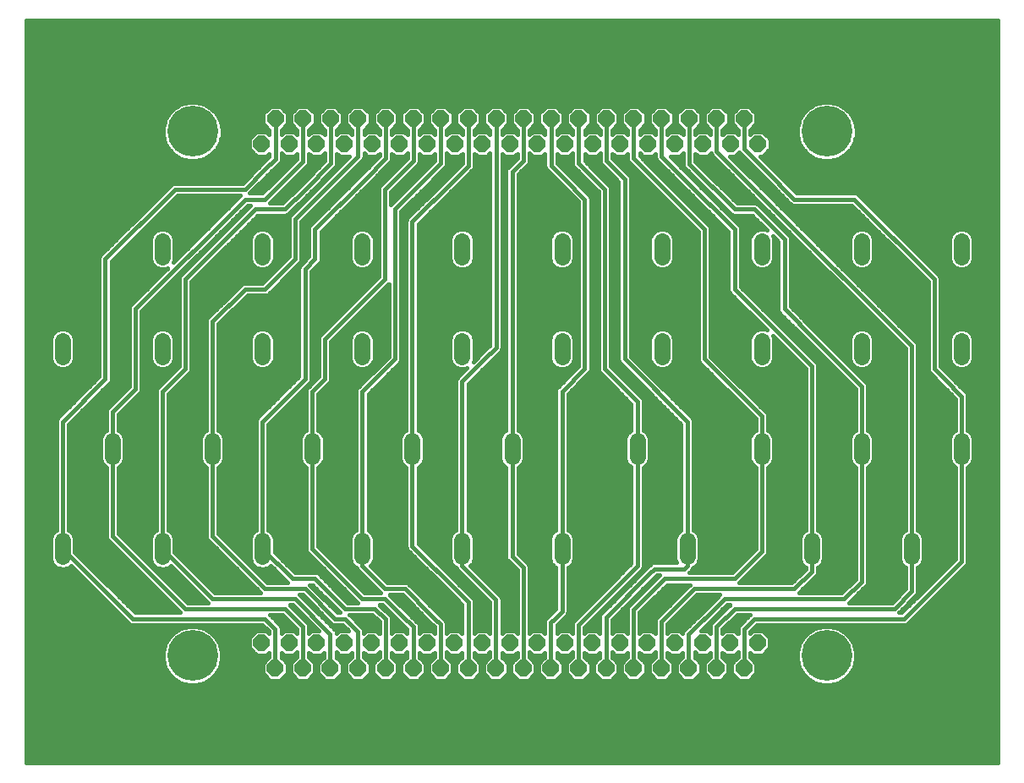
<source format=gbl>
G75*
%MOIN*%
%OFA0B0*%
%FSLAX25Y25*%
%IPPOS*%
%LPD*%
%AMOC8*
5,1,8,0,0,1.08239X$1,22.5*
%
%ADD10C,0.06337*%
%ADD11OC8,0.06400*%
%ADD12C,0.20000*%
%ADD13C,0.01600*%
D10*
X0022774Y0109309D02*
X0022774Y0115646D01*
X0042459Y0148679D02*
X0042459Y0155016D01*
X0022774Y0188049D02*
X0022774Y0194386D01*
X0062144Y0194386D02*
X0062144Y0188049D01*
X0081829Y0155016D02*
X0081829Y0148679D01*
X0062144Y0115646D02*
X0062144Y0109309D01*
X0101514Y0109309D02*
X0101514Y0115646D01*
X0121199Y0148679D02*
X0121199Y0155016D01*
X0101514Y0188049D02*
X0101514Y0194386D01*
X0140884Y0194386D02*
X0140884Y0188049D01*
X0160569Y0155016D02*
X0160569Y0148679D01*
X0140884Y0115646D02*
X0140884Y0109309D01*
X0180254Y0109309D02*
X0180254Y0115646D01*
X0199939Y0148679D02*
X0199939Y0155016D01*
X0180254Y0188049D02*
X0180254Y0194386D01*
X0219624Y0194386D02*
X0219624Y0188049D01*
X0249309Y0155016D02*
X0249309Y0148679D01*
X0268994Y0115646D02*
X0268994Y0109309D01*
X0318050Y0109309D02*
X0318050Y0115646D01*
X0337735Y0148679D02*
X0337735Y0155016D01*
X0337735Y0188049D02*
X0337735Y0194386D01*
X0377105Y0194386D02*
X0377105Y0188049D01*
X0377105Y0155016D02*
X0377105Y0148679D01*
X0357420Y0115646D02*
X0357420Y0109309D01*
X0298365Y0148679D02*
X0298365Y0155016D01*
X0298365Y0188049D02*
X0298365Y0194386D01*
X0258994Y0194386D02*
X0258994Y0188049D01*
X0258994Y0227419D02*
X0258994Y0233756D01*
X0298365Y0233756D02*
X0298365Y0227419D01*
X0337735Y0227419D02*
X0337735Y0233756D01*
X0377105Y0233756D02*
X0377105Y0227419D01*
X0219624Y0227419D02*
X0219624Y0233756D01*
X0180254Y0233756D02*
X0180254Y0227419D01*
X0140884Y0227419D02*
X0140884Y0233756D01*
X0101514Y0233756D02*
X0101514Y0227419D01*
X0062144Y0227419D02*
X0062144Y0233756D01*
X0219624Y0115646D02*
X0219624Y0109309D01*
D11*
X0220655Y0075300D03*
X0231555Y0075300D03*
X0242455Y0075300D03*
X0247855Y0065300D03*
X0236955Y0065300D03*
X0226155Y0065300D03*
X0215255Y0065300D03*
X0209855Y0075300D03*
X0198955Y0075300D03*
X0188055Y0075300D03*
X0177255Y0075300D03*
X0182655Y0065300D03*
X0193555Y0065300D03*
X0204355Y0065300D03*
X0171755Y0065300D03*
X0160955Y0065300D03*
X0150055Y0065300D03*
X0139155Y0065300D03*
X0133755Y0075300D03*
X0144555Y0075300D03*
X0155455Y0075300D03*
X0166355Y0075300D03*
X0128255Y0065300D03*
X0117455Y0065300D03*
X0106555Y0065300D03*
X0101155Y0075300D03*
X0111955Y0075300D03*
X0122855Y0075300D03*
X0253255Y0075300D03*
X0264155Y0075300D03*
X0275055Y0075300D03*
X0285855Y0075300D03*
X0280455Y0065300D03*
X0269555Y0065300D03*
X0258755Y0065300D03*
X0291355Y0065300D03*
X0296755Y0075300D03*
X0296834Y0271965D03*
X0286034Y0271965D03*
X0275134Y0271965D03*
X0264234Y0271965D03*
X0253434Y0271965D03*
X0242534Y0271965D03*
X0231634Y0271965D03*
X0220734Y0271965D03*
X0209934Y0271965D03*
X0199034Y0271965D03*
X0188134Y0271965D03*
X0177334Y0271965D03*
X0166434Y0271965D03*
X0155534Y0271965D03*
X0144734Y0271965D03*
X0133834Y0271965D03*
X0122934Y0271965D03*
X0112134Y0271965D03*
X0101234Y0271965D03*
X0106634Y0281965D03*
X0117534Y0281965D03*
X0128434Y0281965D03*
X0139234Y0281965D03*
X0150134Y0281965D03*
X0161034Y0281965D03*
X0171834Y0281965D03*
X0182734Y0281965D03*
X0193634Y0281965D03*
X0204434Y0281965D03*
X0215334Y0281965D03*
X0226234Y0281965D03*
X0237134Y0281965D03*
X0247934Y0281965D03*
X0258834Y0281965D03*
X0269734Y0281965D03*
X0280534Y0281965D03*
X0291434Y0281965D03*
D12*
X0324034Y0276965D03*
X0323955Y0070300D03*
X0073955Y0070300D03*
X0074034Y0276965D03*
D13*
X0008520Y0028263D02*
X0383596Y0028263D01*
X0391516Y0028263D01*
X0391516Y0320707D01*
X0008520Y0320707D01*
X0008520Y0028263D01*
X0008520Y0029502D02*
X0391516Y0029502D01*
X0391516Y0031100D02*
X0008520Y0031100D01*
X0008520Y0032699D02*
X0391516Y0032699D01*
X0391516Y0034297D02*
X0008520Y0034297D01*
X0008520Y0035896D02*
X0391516Y0035896D01*
X0391516Y0037494D02*
X0008520Y0037494D01*
X0008520Y0039093D02*
X0391516Y0039093D01*
X0391516Y0040691D02*
X0008520Y0040691D01*
X0008520Y0042290D02*
X0391516Y0042290D01*
X0391516Y0043888D02*
X0008520Y0043888D01*
X0008520Y0045487D02*
X0391516Y0045487D01*
X0391516Y0047085D02*
X0008520Y0047085D01*
X0008520Y0048684D02*
X0391516Y0048684D01*
X0391516Y0050283D02*
X0008520Y0050283D01*
X0008520Y0051881D02*
X0391516Y0051881D01*
X0391516Y0053480D02*
X0008520Y0053480D01*
X0008520Y0055078D02*
X0391516Y0055078D01*
X0391516Y0056677D02*
X0008520Y0056677D01*
X0008520Y0058275D02*
X0391516Y0058275D01*
X0391516Y0059874D02*
X0329096Y0059874D01*
X0328433Y0059491D02*
X0331078Y0061018D01*
X0333237Y0063177D01*
X0334765Y0065823D01*
X0335555Y0068773D01*
X0335555Y0071827D01*
X0334765Y0074777D01*
X0333237Y0077423D01*
X0331078Y0079582D01*
X0328433Y0081109D01*
X0325482Y0081900D01*
X0322428Y0081900D01*
X0319478Y0081109D01*
X0316833Y0079582D01*
X0314673Y0077423D01*
X0313146Y0074777D01*
X0312355Y0071827D01*
X0312355Y0068773D01*
X0313146Y0065823D01*
X0314673Y0063177D01*
X0316833Y0061018D01*
X0319478Y0059491D01*
X0322428Y0058700D01*
X0325482Y0058700D01*
X0328433Y0059491D01*
X0331532Y0061472D02*
X0391516Y0061472D01*
X0391516Y0063071D02*
X0333131Y0063071D01*
X0334099Y0064669D02*
X0391516Y0064669D01*
X0391516Y0066268D02*
X0334884Y0066268D01*
X0335312Y0067866D02*
X0391516Y0067866D01*
X0391516Y0069465D02*
X0335555Y0069465D01*
X0335555Y0071063D02*
X0391516Y0071063D01*
X0391516Y0072662D02*
X0335332Y0072662D01*
X0334903Y0074260D02*
X0391516Y0074260D01*
X0391516Y0075859D02*
X0334140Y0075859D01*
X0333203Y0077457D02*
X0391516Y0077457D01*
X0391516Y0079056D02*
X0331604Y0079056D01*
X0329221Y0080654D02*
X0391516Y0080654D01*
X0391516Y0082253D02*
X0296219Y0082253D01*
X0296485Y0082518D02*
X0355023Y0082518D01*
X0355905Y0082883D01*
X0368391Y0095370D01*
X0379139Y0106118D01*
X0379505Y0107000D01*
X0379505Y0144511D01*
X0379806Y0144636D01*
X0381147Y0145978D01*
X0381873Y0147730D01*
X0381873Y0155964D01*
X0381147Y0157717D01*
X0379806Y0159058D01*
X0379505Y0159183D01*
X0379505Y0173073D01*
X0379139Y0173955D01*
X0372328Y0180766D01*
X0368757Y0184337D01*
X0368757Y0219254D01*
X0368391Y0220136D01*
X0336895Y0251632D01*
X0336220Y0252307D01*
X0335338Y0252672D01*
X0312233Y0252672D01*
X0300787Y0264118D01*
X0297740Y0267165D01*
X0298822Y0267165D01*
X0301634Y0269977D01*
X0301634Y0273954D01*
X0298822Y0276765D01*
X0294846Y0276765D01*
X0293834Y0275754D01*
X0293834Y0277577D01*
X0296234Y0279977D01*
X0296234Y0283954D01*
X0293422Y0286765D01*
X0289446Y0286765D01*
X0286634Y0283954D01*
X0286634Y0279977D01*
X0289034Y0277577D01*
X0289034Y0275754D01*
X0288022Y0276765D01*
X0284046Y0276765D01*
X0282934Y0275654D01*
X0282934Y0277577D01*
X0285334Y0279977D01*
X0285334Y0283954D01*
X0282522Y0286765D01*
X0278546Y0286765D01*
X0275734Y0283954D01*
X0275734Y0279977D01*
X0278134Y0277577D01*
X0278134Y0275754D01*
X0277122Y0276765D01*
X0273146Y0276765D01*
X0272134Y0275754D01*
X0272134Y0277577D01*
X0274534Y0279977D01*
X0274534Y0283954D01*
X0271722Y0286765D01*
X0267746Y0286765D01*
X0264934Y0283954D01*
X0264934Y0279977D01*
X0267334Y0277577D01*
X0267334Y0275654D01*
X0266222Y0276765D01*
X0262246Y0276765D01*
X0261234Y0275754D01*
X0261234Y0277577D01*
X0263634Y0279977D01*
X0263634Y0283954D01*
X0260822Y0286765D01*
X0256846Y0286765D01*
X0254034Y0283954D01*
X0254034Y0279977D01*
X0256434Y0277577D01*
X0256434Y0275754D01*
X0255422Y0276765D01*
X0251446Y0276765D01*
X0250334Y0275654D01*
X0250334Y0277577D01*
X0252734Y0279977D01*
X0252734Y0283954D01*
X0249922Y0286765D01*
X0245946Y0286765D01*
X0243134Y0283954D01*
X0243134Y0279977D01*
X0245534Y0277577D01*
X0245534Y0275754D01*
X0244522Y0276765D01*
X0240546Y0276765D01*
X0239534Y0275754D01*
X0239534Y0277577D01*
X0241934Y0279977D01*
X0241934Y0283954D01*
X0239122Y0286765D01*
X0235146Y0286765D01*
X0232334Y0283954D01*
X0232334Y0279977D01*
X0234734Y0277577D01*
X0234734Y0275654D01*
X0233622Y0276765D01*
X0229646Y0276765D01*
X0228634Y0275754D01*
X0228634Y0277577D01*
X0231034Y0279977D01*
X0231034Y0283954D01*
X0228222Y0286765D01*
X0224246Y0286765D01*
X0221434Y0283954D01*
X0221434Y0279977D01*
X0223834Y0277577D01*
X0223834Y0275654D01*
X0222722Y0276765D01*
X0218746Y0276765D01*
X0217734Y0275754D01*
X0217734Y0277577D01*
X0220134Y0279977D01*
X0220134Y0283954D01*
X0217322Y0286765D01*
X0213346Y0286765D01*
X0210534Y0283954D01*
X0210534Y0279977D01*
X0212934Y0277577D01*
X0212934Y0275754D01*
X0211922Y0276765D01*
X0207946Y0276765D01*
X0206834Y0275654D01*
X0206834Y0277577D01*
X0209234Y0279977D01*
X0209234Y0283954D01*
X0206422Y0286765D01*
X0202446Y0286765D01*
X0199634Y0283954D01*
X0199634Y0279977D01*
X0202034Y0277577D01*
X0202034Y0275754D01*
X0201022Y0276765D01*
X0197046Y0276765D01*
X0196034Y0275754D01*
X0196034Y0277577D01*
X0198434Y0279977D01*
X0198434Y0283954D01*
X0195622Y0286765D01*
X0191646Y0286765D01*
X0188834Y0283954D01*
X0188834Y0279977D01*
X0191234Y0277577D01*
X0191234Y0275654D01*
X0190122Y0276765D01*
X0186146Y0276765D01*
X0185134Y0275754D01*
X0185134Y0277577D01*
X0187534Y0279977D01*
X0187534Y0283954D01*
X0184722Y0286765D01*
X0180746Y0286765D01*
X0177934Y0283954D01*
X0177934Y0279977D01*
X0180334Y0277577D01*
X0180334Y0275754D01*
X0179322Y0276765D01*
X0175346Y0276765D01*
X0174234Y0275654D01*
X0174234Y0277577D01*
X0176634Y0279977D01*
X0176634Y0283954D01*
X0173822Y0286765D01*
X0169846Y0286765D01*
X0167034Y0283954D01*
X0167034Y0279977D01*
X0169434Y0277577D01*
X0169434Y0275754D01*
X0168422Y0276765D01*
X0164446Y0276765D01*
X0163434Y0275754D01*
X0163434Y0277577D01*
X0165834Y0279977D01*
X0165834Y0283954D01*
X0163022Y0286765D01*
X0159046Y0286765D01*
X0156234Y0283954D01*
X0156234Y0279977D01*
X0158634Y0277577D01*
X0158634Y0275654D01*
X0157522Y0276765D01*
X0153546Y0276765D01*
X0152534Y0275754D01*
X0152534Y0277577D01*
X0154934Y0279977D01*
X0154934Y0283954D01*
X0152122Y0286765D01*
X0148146Y0286765D01*
X0145334Y0283954D01*
X0145334Y0279977D01*
X0147734Y0277577D01*
X0147734Y0275754D01*
X0146722Y0276765D01*
X0142746Y0276765D01*
X0141634Y0275654D01*
X0141634Y0277577D01*
X0144034Y0279977D01*
X0144034Y0283954D01*
X0141222Y0286765D01*
X0137246Y0286765D01*
X0134434Y0283954D01*
X0134434Y0279977D01*
X0136834Y0277577D01*
X0136834Y0275754D01*
X0135822Y0276765D01*
X0131846Y0276765D01*
X0130834Y0275754D01*
X0130834Y0277577D01*
X0133234Y0279977D01*
X0133234Y0283954D01*
X0130422Y0286765D01*
X0126446Y0286765D01*
X0123634Y0283954D01*
X0123634Y0279977D01*
X0126034Y0277577D01*
X0126034Y0275654D01*
X0124922Y0276765D01*
X0120946Y0276765D01*
X0119934Y0275754D01*
X0119934Y0277577D01*
X0122334Y0279977D01*
X0122334Y0283954D01*
X0119522Y0286765D01*
X0115546Y0286765D01*
X0112734Y0283954D01*
X0112734Y0279977D01*
X0115134Y0277577D01*
X0115134Y0275754D01*
X0114122Y0276765D01*
X0110146Y0276765D01*
X0109034Y0275654D01*
X0109034Y0277577D01*
X0111434Y0279977D01*
X0111434Y0283954D01*
X0108622Y0286765D01*
X0104646Y0286765D01*
X0101834Y0283954D01*
X0101834Y0279977D01*
X0104234Y0277577D01*
X0104234Y0275754D01*
X0103222Y0276765D01*
X0099246Y0276765D01*
X0096434Y0273954D01*
X0096434Y0269977D01*
X0099246Y0267165D01*
X0103222Y0267165D01*
X0104234Y0268177D01*
X0104234Y0267134D01*
X0100543Y0263443D01*
X0093709Y0256609D01*
X0066667Y0256609D01*
X0065785Y0256244D01*
X0065109Y0255569D01*
X0037550Y0228010D01*
X0037185Y0227128D01*
X0037185Y0180400D01*
X0020739Y0163955D01*
X0020374Y0163073D01*
X0020374Y0119813D01*
X0020073Y0119688D01*
X0018731Y0118347D01*
X0018006Y0116594D01*
X0018006Y0108360D01*
X0018731Y0106608D01*
X0020073Y0105266D01*
X0021825Y0104540D01*
X0023723Y0104540D01*
X0025475Y0105266D01*
X0026033Y0105824D01*
X0048974Y0082883D01*
X0049856Y0082518D01*
X0101583Y0082518D01*
X0104155Y0079946D01*
X0104155Y0079088D01*
X0103143Y0080100D01*
X0099167Y0080100D01*
X0096355Y0077288D01*
X0096355Y0073312D01*
X0099167Y0070500D01*
X0103143Y0070500D01*
X0104155Y0071512D01*
X0104155Y0069688D01*
X0101755Y0067288D01*
X0101755Y0063312D01*
X0104567Y0060500D01*
X0108543Y0060500D01*
X0111355Y0063312D01*
X0111355Y0067288D01*
X0108955Y0069688D01*
X0108955Y0071512D01*
X0109967Y0070500D01*
X0113943Y0070500D01*
X0115055Y0071612D01*
X0115055Y0069688D01*
X0112655Y0067288D01*
X0112655Y0063312D01*
X0115467Y0060500D01*
X0119443Y0060500D01*
X0122255Y0063312D01*
X0122255Y0067288D01*
X0119855Y0069688D01*
X0119855Y0071512D01*
X0120867Y0070500D01*
X0124843Y0070500D01*
X0125855Y0071512D01*
X0125855Y0069688D01*
X0123455Y0067288D01*
X0123455Y0063312D01*
X0126267Y0060500D01*
X0130243Y0060500D01*
X0133055Y0063312D01*
X0133055Y0067288D01*
X0130655Y0069688D01*
X0130655Y0071612D01*
X0131767Y0070500D01*
X0135743Y0070500D01*
X0136755Y0071512D01*
X0136755Y0069688D01*
X0134355Y0067288D01*
X0134355Y0063312D01*
X0137167Y0060500D01*
X0141143Y0060500D01*
X0143955Y0063312D01*
X0143955Y0067288D01*
X0141555Y0069688D01*
X0141555Y0071512D01*
X0142567Y0070500D01*
X0146543Y0070500D01*
X0147655Y0071612D01*
X0147655Y0069688D01*
X0145255Y0067288D01*
X0145255Y0063312D01*
X0148067Y0060500D01*
X0152043Y0060500D01*
X0154855Y0063312D01*
X0154855Y0067288D01*
X0152455Y0069688D01*
X0152455Y0071512D01*
X0153467Y0070500D01*
X0157443Y0070500D01*
X0158555Y0071612D01*
X0158555Y0069688D01*
X0156155Y0067288D01*
X0156155Y0063312D01*
X0158967Y0060500D01*
X0162943Y0060500D01*
X0165755Y0063312D01*
X0165755Y0067288D01*
X0163355Y0069688D01*
X0163355Y0071512D01*
X0164367Y0070500D01*
X0168343Y0070500D01*
X0169355Y0071512D01*
X0169355Y0069688D01*
X0166955Y0067288D01*
X0166955Y0063312D01*
X0169767Y0060500D01*
X0173743Y0060500D01*
X0176555Y0063312D01*
X0176555Y0067288D01*
X0174155Y0069688D01*
X0174155Y0071612D01*
X0175267Y0070500D01*
X0179243Y0070500D01*
X0180255Y0071512D01*
X0180255Y0069688D01*
X0177855Y0067288D01*
X0177855Y0063312D01*
X0180667Y0060500D01*
X0184643Y0060500D01*
X0187455Y0063312D01*
X0187455Y0067288D01*
X0185055Y0069688D01*
X0185055Y0071512D01*
X0186067Y0070500D01*
X0190043Y0070500D01*
X0191155Y0071612D01*
X0191155Y0069688D01*
X0188755Y0067288D01*
X0188755Y0063312D01*
X0191567Y0060500D01*
X0195543Y0060500D01*
X0198355Y0063312D01*
X0198355Y0067288D01*
X0195955Y0069688D01*
X0195955Y0071512D01*
X0196967Y0070500D01*
X0200943Y0070500D01*
X0201955Y0071512D01*
X0201955Y0069688D01*
X0199555Y0067288D01*
X0199555Y0063312D01*
X0202367Y0060500D01*
X0206343Y0060500D01*
X0209155Y0063312D01*
X0209155Y0067288D01*
X0206755Y0069688D01*
X0206755Y0071612D01*
X0207867Y0070500D01*
X0211843Y0070500D01*
X0212855Y0071512D01*
X0212855Y0069688D01*
X0210455Y0067288D01*
X0210455Y0063312D01*
X0213267Y0060500D01*
X0217243Y0060500D01*
X0220055Y0063312D01*
X0220055Y0067288D01*
X0217655Y0069688D01*
X0217655Y0071512D01*
X0218667Y0070500D01*
X0222643Y0070500D01*
X0223755Y0071612D01*
X0223755Y0069688D01*
X0221355Y0067288D01*
X0221355Y0063312D01*
X0224167Y0060500D01*
X0228143Y0060500D01*
X0230955Y0063312D01*
X0230955Y0067288D01*
X0228555Y0069688D01*
X0228555Y0071512D01*
X0229567Y0070500D01*
X0233543Y0070500D01*
X0234555Y0071512D01*
X0234555Y0069688D01*
X0232155Y0067288D01*
X0232155Y0063312D01*
X0234967Y0060500D01*
X0238943Y0060500D01*
X0241755Y0063312D01*
X0241755Y0067288D01*
X0239355Y0069688D01*
X0239355Y0071612D01*
X0240467Y0070500D01*
X0244443Y0070500D01*
X0245455Y0071512D01*
X0245455Y0069688D01*
X0243055Y0067288D01*
X0243055Y0063312D01*
X0245867Y0060500D01*
X0249843Y0060500D01*
X0252655Y0063312D01*
X0252655Y0067288D01*
X0250255Y0069688D01*
X0250255Y0071512D01*
X0251267Y0070500D01*
X0255243Y0070500D01*
X0256355Y0071612D01*
X0256355Y0069688D01*
X0253955Y0067288D01*
X0253955Y0063312D01*
X0256767Y0060500D01*
X0260743Y0060500D01*
X0263555Y0063312D01*
X0263555Y0067288D01*
X0261155Y0069688D01*
X0261155Y0071512D01*
X0262167Y0070500D01*
X0266143Y0070500D01*
X0267155Y0071512D01*
X0267155Y0069688D01*
X0264755Y0067288D01*
X0264755Y0063312D01*
X0267567Y0060500D01*
X0271543Y0060500D01*
X0274355Y0063312D01*
X0274355Y0067288D01*
X0271955Y0069688D01*
X0271955Y0071612D01*
X0273067Y0070500D01*
X0277043Y0070500D01*
X0278055Y0071512D01*
X0278055Y0069688D01*
X0275655Y0067288D01*
X0275655Y0063312D01*
X0278467Y0060500D01*
X0282443Y0060500D01*
X0285255Y0063312D01*
X0285255Y0067288D01*
X0282855Y0069688D01*
X0282855Y0071512D01*
X0283867Y0070500D01*
X0287843Y0070500D01*
X0288955Y0071612D01*
X0288955Y0069688D01*
X0286555Y0067288D01*
X0286555Y0063312D01*
X0289367Y0060500D01*
X0293343Y0060500D01*
X0296155Y0063312D01*
X0296155Y0067288D01*
X0293755Y0069688D01*
X0293755Y0071512D01*
X0294767Y0070500D01*
X0298743Y0070500D01*
X0301555Y0073312D01*
X0301555Y0077288D01*
X0298743Y0080100D01*
X0294767Y0080100D01*
X0293755Y0079088D01*
X0293755Y0079789D01*
X0296485Y0082518D01*
X0295491Y0084918D02*
X0354546Y0084918D01*
X0366357Y0096729D01*
X0362420Y0092792D01*
X0361274Y0095041D02*
X0359758Y0095041D01*
X0359820Y0095189D02*
X0359820Y0105141D01*
X0360121Y0105266D01*
X0361462Y0106608D01*
X0362188Y0108360D01*
X0362188Y0116594D01*
X0361462Y0118347D01*
X0360121Y0119688D01*
X0359820Y0119813D01*
X0359820Y0192758D01*
X0359454Y0193640D01*
X0301462Y0251632D01*
X0285929Y0267165D01*
X0288022Y0267165D01*
X0289487Y0268630D01*
X0297393Y0260724D01*
X0309879Y0248238D01*
X0310761Y0247872D01*
X0333867Y0247872D01*
X0363957Y0217782D01*
X0363957Y0182866D01*
X0364322Y0181984D01*
X0364997Y0181309D01*
X0368934Y0177372D01*
X0374705Y0171601D01*
X0374705Y0159183D01*
X0374404Y0159058D01*
X0373062Y0157717D01*
X0372336Y0155964D01*
X0372336Y0147730D01*
X0373062Y0145978D01*
X0374404Y0144636D01*
X0374705Y0144511D01*
X0374705Y0108471D01*
X0364997Y0098764D01*
X0353552Y0087318D01*
X0352466Y0087318D01*
X0352643Y0087496D01*
X0359454Y0094307D01*
X0359820Y0095189D01*
X0359820Y0096639D02*
X0362873Y0096639D01*
X0364471Y0098238D02*
X0359820Y0098238D01*
X0359820Y0099836D02*
X0366070Y0099836D01*
X0364997Y0098764D02*
X0364997Y0098764D01*
X0366357Y0096729D02*
X0377105Y0107477D01*
X0377105Y0151847D01*
X0377105Y0172595D01*
X0370294Y0179406D01*
X0366357Y0183343D01*
X0366357Y0218776D01*
X0334861Y0250272D01*
X0311239Y0250272D01*
X0299428Y0262083D01*
X0291434Y0270077D01*
X0291434Y0281965D01*
X0296234Y0282067D02*
X0313585Y0282067D01*
X0313224Y0281443D02*
X0314752Y0284088D01*
X0316911Y0286248D01*
X0319556Y0287775D01*
X0322507Y0288565D01*
X0325561Y0288565D01*
X0328511Y0287775D01*
X0331156Y0286248D01*
X0333316Y0284088D01*
X0334843Y0281443D01*
X0335634Y0278493D01*
X0335634Y0275438D01*
X0334843Y0272488D01*
X0333316Y0269843D01*
X0331156Y0267683D01*
X0328511Y0266156D01*
X0325561Y0265365D01*
X0322507Y0265365D01*
X0319556Y0266156D01*
X0316911Y0267683D01*
X0314752Y0269843D01*
X0313224Y0272488D01*
X0312434Y0275438D01*
X0312434Y0278493D01*
X0313224Y0281443D01*
X0312963Y0280468D02*
X0296234Y0280468D01*
X0295126Y0278870D02*
X0312535Y0278870D01*
X0312434Y0277271D02*
X0293834Y0277271D01*
X0289034Y0277271D02*
X0282934Y0277271D01*
X0282934Y0275673D02*
X0282953Y0275673D01*
X0284226Y0278870D02*
X0287741Y0278870D01*
X0286634Y0280468D02*
X0285334Y0280468D01*
X0285334Y0282067D02*
X0286634Y0282067D01*
X0286634Y0283665D02*
X0285334Y0283665D01*
X0284024Y0285264D02*
X0287944Y0285264D01*
X0294924Y0285264D02*
X0315927Y0285264D01*
X0314507Y0283665D02*
X0296234Y0283665D01*
X0299915Y0275673D02*
X0312434Y0275673D01*
X0312799Y0274074D02*
X0301513Y0274074D01*
X0301634Y0272476D02*
X0313231Y0272476D01*
X0314154Y0270877D02*
X0301634Y0270877D01*
X0300935Y0269279D02*
X0315316Y0269279D01*
X0316916Y0267680D02*
X0299337Y0267680D01*
X0298824Y0266082D02*
X0319834Y0266082D01*
X0328234Y0266082D02*
X0391516Y0266082D01*
X0391516Y0267680D02*
X0331151Y0267680D01*
X0332752Y0269279D02*
X0391516Y0269279D01*
X0391516Y0270877D02*
X0333913Y0270877D01*
X0334836Y0272476D02*
X0391516Y0272476D01*
X0391516Y0274074D02*
X0335268Y0274074D01*
X0335634Y0275673D02*
X0391516Y0275673D01*
X0391516Y0277271D02*
X0335634Y0277271D01*
X0335533Y0278870D02*
X0391516Y0278870D01*
X0391516Y0280468D02*
X0335104Y0280468D01*
X0334483Y0282067D02*
X0391516Y0282067D01*
X0391516Y0283665D02*
X0333560Y0283665D01*
X0332140Y0285264D02*
X0391516Y0285264D01*
X0391516Y0286862D02*
X0330092Y0286862D01*
X0325952Y0288461D02*
X0391516Y0288461D01*
X0391516Y0290059D02*
X0008520Y0290059D01*
X0008520Y0288461D02*
X0072116Y0288461D01*
X0072507Y0288565D02*
X0069556Y0287775D01*
X0066911Y0286248D01*
X0064752Y0284088D01*
X0063224Y0281443D01*
X0062434Y0278493D01*
X0062434Y0275438D01*
X0063224Y0272488D01*
X0064752Y0269843D01*
X0066911Y0267683D01*
X0069556Y0266156D01*
X0072507Y0265365D01*
X0075561Y0265365D01*
X0078511Y0266156D01*
X0081156Y0267683D01*
X0083316Y0269843D01*
X0084843Y0272488D01*
X0085634Y0275438D01*
X0085634Y0278493D01*
X0084843Y0281443D01*
X0083316Y0284088D01*
X0081156Y0286248D01*
X0078511Y0287775D01*
X0075561Y0288565D01*
X0072507Y0288565D01*
X0075952Y0288461D02*
X0322116Y0288461D01*
X0317976Y0286862D02*
X0080092Y0286862D01*
X0082140Y0285264D02*
X0103144Y0285264D01*
X0101834Y0283665D02*
X0083560Y0283665D01*
X0084483Y0282067D02*
X0101834Y0282067D01*
X0101834Y0280468D02*
X0085104Y0280468D01*
X0085533Y0278870D02*
X0102941Y0278870D01*
X0104234Y0277271D02*
X0085634Y0277271D01*
X0085634Y0275673D02*
X0098153Y0275673D01*
X0096554Y0274074D02*
X0085268Y0274074D01*
X0084836Y0272476D02*
X0096434Y0272476D01*
X0096434Y0270877D02*
X0083913Y0270877D01*
X0082752Y0269279D02*
X0097132Y0269279D01*
X0098731Y0267680D02*
X0081151Y0267680D01*
X0078234Y0266082D02*
X0103181Y0266082D01*
X0103737Y0267680D02*
X0104234Y0267680D01*
X0106634Y0266140D02*
X0102577Y0262083D01*
X0094703Y0254209D01*
X0067144Y0254209D01*
X0039585Y0226650D01*
X0039585Y0179406D01*
X0022774Y0162595D01*
X0022774Y0112477D01*
X0050333Y0084918D01*
X0102577Y0084918D01*
X0106555Y0080940D01*
X0106555Y0065300D01*
X0103595Y0061472D02*
X0081532Y0061472D01*
X0081078Y0061018D02*
X0083237Y0063177D01*
X0084765Y0065823D01*
X0085555Y0068773D01*
X0085555Y0071827D01*
X0084765Y0074777D01*
X0083237Y0077423D01*
X0081078Y0079582D01*
X0078433Y0081109D01*
X0075482Y0081900D01*
X0072428Y0081900D01*
X0069478Y0081109D01*
X0066833Y0079582D01*
X0064673Y0077423D01*
X0063146Y0074777D01*
X0062355Y0071827D01*
X0062355Y0068773D01*
X0063146Y0065823D01*
X0064673Y0063177D01*
X0066833Y0061018D01*
X0069478Y0059491D01*
X0072428Y0058700D01*
X0075482Y0058700D01*
X0078433Y0059491D01*
X0081078Y0061018D01*
X0079096Y0059874D02*
X0318814Y0059874D01*
X0316378Y0061472D02*
X0294315Y0061472D01*
X0295914Y0063071D02*
X0314780Y0063071D01*
X0313812Y0064669D02*
X0296155Y0064669D01*
X0296155Y0066268D02*
X0313026Y0066268D01*
X0312598Y0067866D02*
X0295577Y0067866D01*
X0293979Y0069465D02*
X0312355Y0069465D01*
X0312355Y0071063D02*
X0299306Y0071063D01*
X0300905Y0072662D02*
X0312579Y0072662D01*
X0313007Y0074260D02*
X0301555Y0074260D01*
X0301555Y0075859D02*
X0313770Y0075859D01*
X0314707Y0077457D02*
X0301386Y0077457D01*
X0299788Y0079056D02*
X0316306Y0079056D01*
X0318689Y0080654D02*
X0294621Y0080654D01*
X0291355Y0080783D02*
X0295491Y0084918D01*
X0293633Y0086455D02*
X0293456Y0086278D01*
X0289320Y0082142D01*
X0288955Y0081260D01*
X0288955Y0080305D01*
X0288955Y0078988D01*
X0287843Y0080100D01*
X0283867Y0080100D01*
X0282855Y0079088D01*
X0282855Y0080700D01*
X0288611Y0086455D01*
X0293633Y0086455D01*
X0292628Y0085450D02*
X0287605Y0085450D01*
X0286007Y0083851D02*
X0291030Y0083851D01*
X0289431Y0082253D02*
X0284408Y0082253D01*
X0282855Y0080654D02*
X0288955Y0080654D01*
X0288955Y0079056D02*
X0288888Y0079056D01*
X0291355Y0080783D02*
X0291355Y0065300D01*
X0288395Y0061472D02*
X0283415Y0061472D01*
X0285014Y0063071D02*
X0286796Y0063071D01*
X0286555Y0064669D02*
X0285255Y0064669D01*
X0285255Y0066268D02*
X0286555Y0066268D01*
X0287133Y0067866D02*
X0284677Y0067866D01*
X0283079Y0069465D02*
X0288732Y0069465D01*
X0288955Y0071063D02*
X0288406Y0071063D01*
X0283304Y0071063D02*
X0282855Y0071063D01*
X0278055Y0071063D02*
X0277606Y0071063D01*
X0277832Y0069465D02*
X0272179Y0069465D01*
X0271955Y0071063D02*
X0272504Y0071063D01*
X0273777Y0067866D02*
X0276233Y0067866D01*
X0275655Y0066268D02*
X0274355Y0066268D01*
X0274355Y0064669D02*
X0275655Y0064669D01*
X0275896Y0063071D02*
X0274114Y0063071D01*
X0272515Y0061472D02*
X0277495Y0061472D01*
X0280455Y0065300D02*
X0280455Y0081694D01*
X0287617Y0088855D01*
X0350609Y0088855D01*
X0357420Y0095666D01*
X0357420Y0112477D01*
X0357420Y0192280D01*
X0299428Y0250272D01*
X0280534Y0269166D01*
X0280534Y0281965D01*
X0275734Y0282067D02*
X0274534Y0282067D01*
X0274534Y0283665D02*
X0275734Y0283665D01*
X0277044Y0285264D02*
X0273224Y0285264D01*
X0269734Y0281965D02*
X0269734Y0264218D01*
X0287617Y0246335D01*
X0295491Y0246335D01*
X0307302Y0234524D01*
X0307302Y0206965D01*
X0319113Y0195154D01*
X0315176Y0199091D01*
X0313527Y0197346D02*
X0308504Y0197346D01*
X0306906Y0198944D02*
X0311929Y0198944D01*
X0310330Y0200543D02*
X0305307Y0200543D01*
X0303709Y0202141D02*
X0308732Y0202141D01*
X0307133Y0203740D02*
X0302110Y0203740D01*
X0300512Y0205338D02*
X0305535Y0205338D01*
X0305267Y0205606D02*
X0317753Y0193120D01*
X0335335Y0175538D01*
X0335335Y0159183D01*
X0335034Y0159058D01*
X0333692Y0157717D01*
X0332966Y0155964D01*
X0332966Y0147730D01*
X0333692Y0145978D01*
X0335034Y0144636D01*
X0335335Y0144511D01*
X0335335Y0100597D01*
X0329930Y0095192D01*
X0313096Y0095192D01*
X0313273Y0095370D01*
X0320084Y0102181D01*
X0320450Y0103063D01*
X0320450Y0105141D01*
X0320751Y0105266D01*
X0322092Y0106608D01*
X0322818Y0108360D01*
X0322818Y0116594D01*
X0322092Y0118347D01*
X0320751Y0119688D01*
X0320450Y0119813D01*
X0320450Y0184884D01*
X0320084Y0185766D01*
X0290017Y0215833D01*
X0290017Y0238939D01*
X0289651Y0239821D01*
X0269966Y0259506D01*
X0262307Y0267165D01*
X0266222Y0267165D01*
X0267334Y0268277D01*
X0267334Y0263741D01*
X0267699Y0262859D01*
X0285582Y0244976D01*
X0286257Y0244301D01*
X0287139Y0243935D01*
X0294496Y0243935D01*
X0300328Y0238104D01*
X0299313Y0238524D01*
X0297416Y0238524D01*
X0295663Y0237798D01*
X0294322Y0236457D01*
X0293596Y0234704D01*
X0293596Y0226470D01*
X0294322Y0224718D01*
X0295663Y0223376D01*
X0297416Y0222650D01*
X0299313Y0222650D01*
X0301066Y0223376D01*
X0302407Y0224718D01*
X0303133Y0226470D01*
X0303133Y0234704D01*
X0302713Y0235719D01*
X0304902Y0233530D01*
X0304902Y0206488D01*
X0305267Y0205606D01*
X0304902Y0206937D02*
X0298913Y0206937D01*
X0297315Y0208535D02*
X0304902Y0208535D01*
X0304902Y0210134D02*
X0295716Y0210134D01*
X0294118Y0211732D02*
X0304902Y0211732D01*
X0304902Y0213331D02*
X0292519Y0213331D01*
X0290921Y0214929D02*
X0304902Y0214929D01*
X0304902Y0216528D02*
X0290017Y0216528D01*
X0290017Y0218126D02*
X0304902Y0218126D01*
X0304902Y0219725D02*
X0290017Y0219725D01*
X0290017Y0221323D02*
X0304902Y0221323D01*
X0304902Y0222922D02*
X0299968Y0222922D01*
X0302210Y0224520D02*
X0304902Y0224520D01*
X0304902Y0226119D02*
X0302987Y0226119D01*
X0303133Y0227717D02*
X0304902Y0227717D01*
X0304902Y0229316D02*
X0303133Y0229316D01*
X0303133Y0230914D02*
X0304902Y0230914D01*
X0304902Y0232513D02*
X0303133Y0232513D01*
X0303133Y0234111D02*
X0304321Y0234111D01*
X0302722Y0235710D02*
X0302717Y0235710D01*
X0299525Y0238907D02*
X0290017Y0238907D01*
X0290017Y0237308D02*
X0295173Y0237308D01*
X0294013Y0235710D02*
X0290017Y0235710D01*
X0290017Y0234111D02*
X0293596Y0234111D01*
X0293596Y0232513D02*
X0290017Y0232513D01*
X0290017Y0230914D02*
X0293596Y0230914D01*
X0293596Y0229316D02*
X0290017Y0229316D01*
X0290017Y0227717D02*
X0293596Y0227717D01*
X0293742Y0226119D02*
X0290017Y0226119D01*
X0290017Y0224520D02*
X0294520Y0224520D01*
X0296761Y0222922D02*
X0290017Y0222922D01*
X0285217Y0222922D02*
X0278205Y0222922D01*
X0278205Y0224520D02*
X0285217Y0224520D01*
X0285217Y0226119D02*
X0278205Y0226119D01*
X0278205Y0227717D02*
X0285217Y0227717D01*
X0285217Y0229316D02*
X0278205Y0229316D01*
X0278205Y0230914D02*
X0285217Y0230914D01*
X0285217Y0232513D02*
X0278205Y0232513D01*
X0278205Y0234111D02*
X0285217Y0234111D01*
X0285217Y0235710D02*
X0278205Y0235710D01*
X0278205Y0237308D02*
X0285217Y0237308D01*
X0285217Y0237467D02*
X0285217Y0214362D01*
X0285582Y0213480D01*
X0286257Y0212805D01*
X0300328Y0198734D01*
X0299313Y0199154D01*
X0297416Y0199154D01*
X0295663Y0198428D01*
X0294322Y0197087D01*
X0293596Y0195334D01*
X0293596Y0187100D01*
X0294322Y0185348D01*
X0295663Y0184006D01*
X0297416Y0183280D01*
X0299313Y0183280D01*
X0301066Y0184006D01*
X0302407Y0185348D01*
X0303133Y0187100D01*
X0303133Y0195334D01*
X0302713Y0196349D01*
X0315650Y0183412D01*
X0315650Y0119813D01*
X0315348Y0119688D01*
X0314007Y0118347D01*
X0313281Y0116594D01*
X0313281Y0108360D01*
X0314007Y0106608D01*
X0315348Y0105266D01*
X0315650Y0105141D01*
X0315650Y0104534D01*
X0310244Y0099129D01*
X0289474Y0099129D01*
X0289651Y0099307D01*
X0300399Y0110055D01*
X0300765Y0110937D01*
X0300765Y0111892D01*
X0300765Y0144511D01*
X0301066Y0144636D01*
X0302407Y0145978D01*
X0303133Y0147730D01*
X0303133Y0155964D01*
X0302407Y0157717D01*
X0301066Y0159058D01*
X0300765Y0159183D01*
X0300765Y0165199D01*
X0300399Y0166081D01*
X0278205Y0188274D01*
X0278205Y0238939D01*
X0277840Y0239821D01*
X0254218Y0263443D01*
X0250334Y0267327D01*
X0250334Y0268277D01*
X0251446Y0267165D01*
X0255422Y0267165D01*
X0256434Y0268177D01*
X0256434Y0266767D01*
X0256799Y0265885D01*
X0266572Y0256112D01*
X0285217Y0237467D01*
X0283777Y0238907D02*
X0278205Y0238907D01*
X0277156Y0240505D02*
X0282178Y0240505D01*
X0280580Y0242104D02*
X0275557Y0242104D01*
X0273959Y0243702D02*
X0278981Y0243702D01*
X0277383Y0245301D02*
X0272360Y0245301D01*
X0270762Y0246899D02*
X0275784Y0246899D01*
X0274186Y0248498D02*
X0269163Y0248498D01*
X0267565Y0250096D02*
X0272587Y0250096D01*
X0270989Y0251695D02*
X0265966Y0251695D01*
X0264368Y0253293D02*
X0269390Y0253293D01*
X0267792Y0254892D02*
X0262769Y0254892D01*
X0261171Y0256490D02*
X0266193Y0256490D01*
X0264595Y0258089D02*
X0259572Y0258089D01*
X0257974Y0259687D02*
X0262996Y0259687D01*
X0261398Y0261286D02*
X0256375Y0261286D01*
X0254777Y0262885D02*
X0259799Y0262885D01*
X0258201Y0264483D02*
X0253178Y0264483D01*
X0251579Y0266082D02*
X0256718Y0266082D01*
X0256434Y0267680D02*
X0255937Y0267680D01*
X0258834Y0267244D02*
X0267931Y0258146D01*
X0287617Y0238461D01*
X0287617Y0214839D01*
X0318050Y0184406D01*
X0318050Y0112477D01*
X0318050Y0103540D01*
X0311239Y0096729D01*
X0271869Y0096729D01*
X0258755Y0083616D01*
X0258755Y0065300D01*
X0255795Y0061472D02*
X0250815Y0061472D01*
X0252414Y0063071D02*
X0254196Y0063071D01*
X0253955Y0064669D02*
X0252655Y0064669D01*
X0252655Y0066268D02*
X0253955Y0066268D01*
X0254533Y0067866D02*
X0252077Y0067866D01*
X0250479Y0069465D02*
X0256132Y0069465D01*
X0256355Y0071063D02*
X0255806Y0071063D01*
X0250704Y0071063D02*
X0250255Y0071063D01*
X0245455Y0071063D02*
X0245006Y0071063D01*
X0245232Y0069465D02*
X0239579Y0069465D01*
X0239355Y0071063D02*
X0239904Y0071063D01*
X0241177Y0067866D02*
X0243633Y0067866D01*
X0243055Y0066268D02*
X0241755Y0066268D01*
X0241755Y0064669D02*
X0243055Y0064669D01*
X0243296Y0063071D02*
X0241514Y0063071D01*
X0239915Y0061472D02*
X0244895Y0061472D01*
X0247855Y0065300D02*
X0247855Y0088464D01*
X0260057Y0100666D01*
X0287617Y0100666D01*
X0298365Y0111414D01*
X0298365Y0151847D01*
X0298365Y0164721D01*
X0275806Y0187280D01*
X0275806Y0238461D01*
X0252183Y0262083D01*
X0247934Y0266333D01*
X0247934Y0281965D01*
X0252734Y0282067D02*
X0254034Y0282067D01*
X0254034Y0283665D02*
X0252734Y0283665D01*
X0251424Y0285264D02*
X0255344Y0285264D01*
X0258834Y0281965D02*
X0258834Y0267244D01*
X0263391Y0266082D02*
X0267334Y0266082D01*
X0267334Y0267680D02*
X0266737Y0267680D01*
X0267334Y0264483D02*
X0264989Y0264483D01*
X0266588Y0262885D02*
X0267689Y0262885D01*
X0268186Y0261286D02*
X0269272Y0261286D01*
X0269785Y0259687D02*
X0270870Y0259687D01*
X0271383Y0258089D02*
X0272469Y0258089D01*
X0272982Y0256490D02*
X0274067Y0256490D01*
X0274580Y0254892D02*
X0275666Y0254892D01*
X0276179Y0253293D02*
X0277264Y0253293D01*
X0277777Y0251695D02*
X0278863Y0251695D01*
X0279376Y0250096D02*
X0280461Y0250096D01*
X0280974Y0248498D02*
X0282060Y0248498D01*
X0282573Y0246899D02*
X0283658Y0246899D01*
X0284171Y0245301D02*
X0285257Y0245301D01*
X0285770Y0243702D02*
X0294729Y0243702D01*
X0296328Y0242104D02*
X0287368Y0242104D01*
X0288967Y0240505D02*
X0297927Y0240505D01*
X0301518Y0243702D02*
X0302604Y0243702D01*
X0303116Y0242104D02*
X0304202Y0242104D01*
X0304715Y0240505D02*
X0305801Y0240505D01*
X0306313Y0238907D02*
X0307399Y0238907D01*
X0307912Y0237308D02*
X0308998Y0237308D01*
X0308661Y0236559D02*
X0296850Y0248370D01*
X0295968Y0248735D01*
X0288611Y0248735D01*
X0272134Y0265212D01*
X0272134Y0268177D01*
X0273146Y0267165D01*
X0277122Y0267165D01*
X0278284Y0268327D01*
X0278499Y0267807D01*
X0298068Y0248238D01*
X0298068Y0248238D01*
X0355020Y0191286D01*
X0355020Y0119813D01*
X0354719Y0119688D01*
X0353377Y0118347D01*
X0352651Y0116594D01*
X0352651Y0108360D01*
X0353377Y0106608D01*
X0354719Y0105266D01*
X0355020Y0105141D01*
X0355020Y0096660D01*
X0349615Y0091255D01*
X0332781Y0091255D01*
X0332958Y0091433D01*
X0339769Y0098244D01*
X0340135Y0099126D01*
X0340135Y0100081D01*
X0340135Y0144511D01*
X0340436Y0144636D01*
X0341777Y0145978D01*
X0342503Y0147730D01*
X0342503Y0155964D01*
X0341777Y0157717D01*
X0340436Y0159058D01*
X0340135Y0159183D01*
X0340135Y0177010D01*
X0339769Y0177892D01*
X0321147Y0196514D01*
X0309702Y0207959D01*
X0309702Y0235002D01*
X0309336Y0235884D01*
X0308661Y0236559D01*
X0309408Y0235710D02*
X0310596Y0235710D01*
X0309702Y0234111D02*
X0312195Y0234111D01*
X0313793Y0232513D02*
X0309702Y0232513D01*
X0309702Y0230914D02*
X0315392Y0230914D01*
X0316990Y0229316D02*
X0309702Y0229316D01*
X0309702Y0227717D02*
X0318589Y0227717D01*
X0320187Y0226119D02*
X0309702Y0226119D01*
X0309702Y0224520D02*
X0321786Y0224520D01*
X0323384Y0222922D02*
X0309702Y0222922D01*
X0309702Y0221323D02*
X0324983Y0221323D01*
X0326581Y0219725D02*
X0309702Y0219725D01*
X0309702Y0218126D02*
X0328180Y0218126D01*
X0329778Y0216528D02*
X0309702Y0216528D01*
X0309702Y0214929D02*
X0331377Y0214929D01*
X0332975Y0213331D02*
X0309702Y0213331D01*
X0309702Y0211732D02*
X0334574Y0211732D01*
X0336172Y0210134D02*
X0309702Y0210134D01*
X0309702Y0208535D02*
X0337771Y0208535D01*
X0339369Y0206937D02*
X0310724Y0206937D01*
X0312323Y0205338D02*
X0340968Y0205338D01*
X0342566Y0203740D02*
X0313921Y0203740D01*
X0315520Y0202141D02*
X0344165Y0202141D01*
X0345763Y0200543D02*
X0317118Y0200543D01*
X0318717Y0198944D02*
X0336279Y0198944D01*
X0336786Y0199154D02*
X0335034Y0198428D01*
X0333692Y0197087D01*
X0332966Y0195334D01*
X0332966Y0187100D01*
X0333692Y0185348D01*
X0335034Y0184006D01*
X0336786Y0183280D01*
X0338683Y0183280D01*
X0340436Y0184006D01*
X0341777Y0185348D01*
X0342503Y0187100D01*
X0342503Y0195334D01*
X0341777Y0197087D01*
X0340436Y0198428D01*
X0338683Y0199154D01*
X0336786Y0199154D01*
X0339191Y0198944D02*
X0347362Y0198944D01*
X0348960Y0197346D02*
X0341519Y0197346D01*
X0342332Y0195747D02*
X0350559Y0195747D01*
X0352157Y0194149D02*
X0342503Y0194149D01*
X0342503Y0192550D02*
X0353756Y0192550D01*
X0355020Y0190952D02*
X0342503Y0190952D01*
X0342503Y0189353D02*
X0355020Y0189353D01*
X0355020Y0187754D02*
X0342503Y0187754D01*
X0342112Y0186156D02*
X0355020Y0186156D01*
X0355020Y0184557D02*
X0340987Y0184557D01*
X0336301Y0181360D02*
X0355020Y0181360D01*
X0355020Y0179762D02*
X0337899Y0179762D01*
X0339498Y0178163D02*
X0355020Y0178163D01*
X0355020Y0176565D02*
X0340135Y0176565D01*
X0340135Y0174966D02*
X0355020Y0174966D01*
X0355020Y0173368D02*
X0340135Y0173368D01*
X0340135Y0171769D02*
X0355020Y0171769D01*
X0355020Y0170171D02*
X0340135Y0170171D01*
X0340135Y0168572D02*
X0355020Y0168572D01*
X0355020Y0166974D02*
X0340135Y0166974D01*
X0340135Y0165375D02*
X0355020Y0165375D01*
X0355020Y0163777D02*
X0340135Y0163777D01*
X0340135Y0162178D02*
X0355020Y0162178D01*
X0355020Y0160580D02*
X0340135Y0160580D01*
X0340513Y0158981D02*
X0355020Y0158981D01*
X0355020Y0157383D02*
X0341916Y0157383D01*
X0342503Y0155784D02*
X0355020Y0155784D01*
X0355020Y0154186D02*
X0342503Y0154186D01*
X0342503Y0152587D02*
X0355020Y0152587D01*
X0355020Y0150989D02*
X0342503Y0150989D01*
X0342503Y0149390D02*
X0355020Y0149390D01*
X0355020Y0147792D02*
X0342503Y0147792D01*
X0341866Y0146193D02*
X0355020Y0146193D01*
X0355020Y0144595D02*
X0340336Y0144595D01*
X0340135Y0142996D02*
X0355020Y0142996D01*
X0355020Y0141398D02*
X0340135Y0141398D01*
X0340135Y0139799D02*
X0355020Y0139799D01*
X0355020Y0138201D02*
X0340135Y0138201D01*
X0340135Y0136602D02*
X0355020Y0136602D01*
X0355020Y0135004D02*
X0340135Y0135004D01*
X0340135Y0133405D02*
X0355020Y0133405D01*
X0355020Y0131807D02*
X0340135Y0131807D01*
X0340135Y0130208D02*
X0355020Y0130208D01*
X0355020Y0128610D02*
X0340135Y0128610D01*
X0340135Y0127011D02*
X0355020Y0127011D01*
X0355020Y0125413D02*
X0340135Y0125413D01*
X0340135Y0123814D02*
X0355020Y0123814D01*
X0355020Y0122216D02*
X0340135Y0122216D01*
X0340135Y0120617D02*
X0355020Y0120617D01*
X0354049Y0119018D02*
X0340135Y0119018D01*
X0340135Y0117420D02*
X0352993Y0117420D01*
X0352651Y0115821D02*
X0340135Y0115821D01*
X0340135Y0114223D02*
X0352651Y0114223D01*
X0352651Y0112624D02*
X0340135Y0112624D01*
X0340135Y0111026D02*
X0352651Y0111026D01*
X0352651Y0109427D02*
X0340135Y0109427D01*
X0340135Y0107829D02*
X0352871Y0107829D01*
X0353754Y0106230D02*
X0340135Y0106230D01*
X0340135Y0104632D02*
X0355020Y0104632D01*
X0355020Y0103033D02*
X0340135Y0103033D01*
X0340135Y0101435D02*
X0355020Y0101435D01*
X0355020Y0099836D02*
X0340135Y0099836D01*
X0339763Y0098238D02*
X0355020Y0098238D01*
X0354999Y0096639D02*
X0338165Y0096639D01*
X0336566Y0095041D02*
X0353400Y0095041D01*
X0351802Y0093442D02*
X0334968Y0093442D01*
X0333369Y0091844D02*
X0350203Y0091844D01*
X0353794Y0088647D02*
X0354880Y0088647D01*
X0355393Y0090245D02*
X0356479Y0090245D01*
X0356991Y0091844D02*
X0358077Y0091844D01*
X0358590Y0093442D02*
X0359676Y0093442D01*
X0363267Y0090245D02*
X0391516Y0090245D01*
X0391516Y0088647D02*
X0361668Y0088647D01*
X0360070Y0087048D02*
X0391516Y0087048D01*
X0391516Y0085450D02*
X0358471Y0085450D01*
X0356873Y0083851D02*
X0391516Y0083851D01*
X0391516Y0091844D02*
X0364865Y0091844D01*
X0366464Y0093442D02*
X0391516Y0093442D01*
X0391516Y0095041D02*
X0368062Y0095041D01*
X0368391Y0095370D02*
X0368391Y0095370D01*
X0369661Y0096639D02*
X0391516Y0096639D01*
X0391516Y0098238D02*
X0371259Y0098238D01*
X0372858Y0099836D02*
X0391516Y0099836D01*
X0391516Y0101435D02*
X0374457Y0101435D01*
X0376055Y0103033D02*
X0391516Y0103033D01*
X0391516Y0104632D02*
X0377654Y0104632D01*
X0379186Y0106230D02*
X0391516Y0106230D01*
X0391516Y0107829D02*
X0379505Y0107829D01*
X0379505Y0109427D02*
X0391516Y0109427D01*
X0391516Y0111026D02*
X0379505Y0111026D01*
X0379505Y0112624D02*
X0391516Y0112624D01*
X0391516Y0114223D02*
X0379505Y0114223D01*
X0379505Y0115821D02*
X0391516Y0115821D01*
X0391516Y0117420D02*
X0379505Y0117420D01*
X0379505Y0119018D02*
X0391516Y0119018D01*
X0391516Y0120617D02*
X0379505Y0120617D01*
X0379505Y0122216D02*
X0391516Y0122216D01*
X0391516Y0123814D02*
X0379505Y0123814D01*
X0379505Y0125413D02*
X0391516Y0125413D01*
X0391516Y0127011D02*
X0379505Y0127011D01*
X0379505Y0128610D02*
X0391516Y0128610D01*
X0391516Y0130208D02*
X0379505Y0130208D01*
X0379505Y0131807D02*
X0391516Y0131807D01*
X0391516Y0133405D02*
X0379505Y0133405D01*
X0379505Y0135004D02*
X0391516Y0135004D01*
X0391516Y0136602D02*
X0379505Y0136602D01*
X0379505Y0138201D02*
X0391516Y0138201D01*
X0391516Y0139799D02*
X0379505Y0139799D01*
X0379505Y0141398D02*
X0391516Y0141398D01*
X0391516Y0142996D02*
X0379505Y0142996D01*
X0379706Y0144595D02*
X0391516Y0144595D01*
X0391516Y0146193D02*
X0381237Y0146193D01*
X0381873Y0147792D02*
X0391516Y0147792D01*
X0391516Y0149390D02*
X0381873Y0149390D01*
X0381873Y0150989D02*
X0391516Y0150989D01*
X0391516Y0152587D02*
X0381873Y0152587D01*
X0381873Y0154186D02*
X0391516Y0154186D01*
X0391516Y0155784D02*
X0381873Y0155784D01*
X0381286Y0157383D02*
X0391516Y0157383D01*
X0391516Y0158981D02*
X0379883Y0158981D01*
X0379505Y0160580D02*
X0391516Y0160580D01*
X0391516Y0162178D02*
X0379505Y0162178D01*
X0379505Y0163777D02*
X0391516Y0163777D01*
X0391516Y0165375D02*
X0379505Y0165375D01*
X0379505Y0166974D02*
X0391516Y0166974D01*
X0391516Y0168572D02*
X0379505Y0168572D01*
X0379505Y0170171D02*
X0391516Y0170171D01*
X0391516Y0171769D02*
X0379505Y0171769D01*
X0379382Y0173368D02*
X0391516Y0173368D01*
X0391516Y0174966D02*
X0378128Y0174966D01*
X0376529Y0176565D02*
X0391516Y0176565D01*
X0391516Y0178163D02*
X0374931Y0178163D01*
X0373332Y0179762D02*
X0391516Y0179762D01*
X0391516Y0181360D02*
X0371734Y0181360D01*
X0370135Y0182959D02*
X0391516Y0182959D01*
X0391516Y0184557D02*
X0380357Y0184557D01*
X0379806Y0184006D02*
X0381147Y0185348D01*
X0381873Y0187100D01*
X0381873Y0195334D01*
X0381147Y0197087D01*
X0379806Y0198428D01*
X0378053Y0199154D01*
X0376156Y0199154D01*
X0374404Y0198428D01*
X0373062Y0197087D01*
X0372336Y0195334D01*
X0372336Y0187100D01*
X0373062Y0185348D01*
X0374404Y0184006D01*
X0376156Y0183280D01*
X0378053Y0183280D01*
X0379806Y0184006D01*
X0381482Y0186156D02*
X0391516Y0186156D01*
X0391516Y0187754D02*
X0381873Y0187754D01*
X0381873Y0189353D02*
X0391516Y0189353D01*
X0391516Y0190952D02*
X0381873Y0190952D01*
X0381873Y0192550D02*
X0391516Y0192550D01*
X0391516Y0194149D02*
X0381873Y0194149D01*
X0381702Y0195747D02*
X0391516Y0195747D01*
X0391516Y0197346D02*
X0380889Y0197346D01*
X0378561Y0198944D02*
X0391516Y0198944D01*
X0391516Y0200543D02*
X0368757Y0200543D01*
X0368757Y0202141D02*
X0391516Y0202141D01*
X0391516Y0203740D02*
X0368757Y0203740D01*
X0368757Y0205338D02*
X0391516Y0205338D01*
X0391516Y0206937D02*
X0368757Y0206937D01*
X0368757Y0208535D02*
X0391516Y0208535D01*
X0391516Y0210134D02*
X0368757Y0210134D01*
X0368757Y0211732D02*
X0391516Y0211732D01*
X0391516Y0213331D02*
X0368757Y0213331D01*
X0368757Y0214929D02*
X0391516Y0214929D01*
X0391516Y0216528D02*
X0368757Y0216528D01*
X0368757Y0218126D02*
X0391516Y0218126D01*
X0391516Y0219725D02*
X0368562Y0219725D01*
X0367204Y0221323D02*
X0391516Y0221323D01*
X0391516Y0222922D02*
X0378708Y0222922D01*
X0378053Y0222650D02*
X0379806Y0223376D01*
X0381147Y0224718D01*
X0381873Y0226470D01*
X0381873Y0234704D01*
X0381147Y0236457D01*
X0379806Y0237798D01*
X0378053Y0238524D01*
X0376156Y0238524D01*
X0374404Y0237798D01*
X0373062Y0236457D01*
X0372336Y0234704D01*
X0372336Y0226470D01*
X0373062Y0224718D01*
X0374404Y0223376D01*
X0376156Y0222650D01*
X0378053Y0222650D01*
X0375501Y0222922D02*
X0365605Y0222922D01*
X0364007Y0224520D02*
X0373260Y0224520D01*
X0372482Y0226119D02*
X0362408Y0226119D01*
X0360810Y0227717D02*
X0372336Y0227717D01*
X0372336Y0229316D02*
X0359211Y0229316D01*
X0357613Y0230914D02*
X0372336Y0230914D01*
X0372336Y0232513D02*
X0356014Y0232513D01*
X0354416Y0234111D02*
X0372336Y0234111D01*
X0372753Y0235710D02*
X0352817Y0235710D01*
X0351219Y0237308D02*
X0373913Y0237308D01*
X0380296Y0237308D02*
X0391516Y0237308D01*
X0391516Y0235710D02*
X0381457Y0235710D01*
X0381873Y0234111D02*
X0391516Y0234111D01*
X0391516Y0232513D02*
X0381873Y0232513D01*
X0381873Y0230914D02*
X0391516Y0230914D01*
X0391516Y0229316D02*
X0381873Y0229316D01*
X0381873Y0227717D02*
X0391516Y0227717D01*
X0391516Y0226119D02*
X0381728Y0226119D01*
X0380950Y0224520D02*
X0391516Y0224520D01*
X0391516Y0238907D02*
X0349620Y0238907D01*
X0348022Y0240505D02*
X0391516Y0240505D01*
X0391516Y0242104D02*
X0346423Y0242104D01*
X0344825Y0243702D02*
X0391516Y0243702D01*
X0391516Y0245301D02*
X0343226Y0245301D01*
X0341628Y0246899D02*
X0391516Y0246899D01*
X0391516Y0248498D02*
X0340029Y0248498D01*
X0338431Y0250096D02*
X0391516Y0250096D01*
X0391516Y0251695D02*
X0336832Y0251695D01*
X0334840Y0246899D02*
X0306195Y0246899D01*
X0307793Y0245301D02*
X0336438Y0245301D01*
X0338037Y0243702D02*
X0309392Y0243702D01*
X0310990Y0242104D02*
X0339635Y0242104D01*
X0341234Y0240505D02*
X0312589Y0240505D01*
X0314187Y0238907D02*
X0342832Y0238907D01*
X0344431Y0237308D02*
X0340926Y0237308D01*
X0340436Y0237798D02*
X0338683Y0238524D01*
X0336786Y0238524D01*
X0335034Y0237798D01*
X0333692Y0236457D01*
X0332966Y0234704D01*
X0332966Y0226470D01*
X0333692Y0224718D01*
X0335034Y0223376D01*
X0336786Y0222650D01*
X0338683Y0222650D01*
X0340436Y0223376D01*
X0341777Y0224718D01*
X0342503Y0226470D01*
X0342503Y0234704D01*
X0341777Y0236457D01*
X0340436Y0237798D01*
X0342087Y0235710D02*
X0346029Y0235710D01*
X0347628Y0234111D02*
X0342503Y0234111D01*
X0342503Y0232513D02*
X0349226Y0232513D01*
X0350825Y0230914D02*
X0342503Y0230914D01*
X0342503Y0229316D02*
X0352423Y0229316D01*
X0354022Y0227717D02*
X0342503Y0227717D01*
X0342357Y0226119D02*
X0355620Y0226119D01*
X0357219Y0224520D02*
X0341580Y0224520D01*
X0339338Y0222922D02*
X0358817Y0222922D01*
X0360416Y0221323D02*
X0331771Y0221323D01*
X0333369Y0219725D02*
X0362014Y0219725D01*
X0363613Y0218126D02*
X0334968Y0218126D01*
X0336566Y0216528D02*
X0363957Y0216528D01*
X0363957Y0214929D02*
X0338165Y0214929D01*
X0339763Y0213331D02*
X0363957Y0213331D01*
X0363957Y0211732D02*
X0341362Y0211732D01*
X0342960Y0210134D02*
X0363957Y0210134D01*
X0363957Y0208535D02*
X0344559Y0208535D01*
X0346157Y0206937D02*
X0363957Y0206937D01*
X0363957Y0205338D02*
X0347756Y0205338D01*
X0349355Y0203740D02*
X0363957Y0203740D01*
X0363957Y0202141D02*
X0350953Y0202141D01*
X0352552Y0200543D02*
X0363957Y0200543D01*
X0363957Y0198944D02*
X0354150Y0198944D01*
X0355749Y0197346D02*
X0363957Y0197346D01*
X0363957Y0195747D02*
X0357347Y0195747D01*
X0358946Y0194149D02*
X0363957Y0194149D01*
X0363957Y0192550D02*
X0359820Y0192550D01*
X0359820Y0190952D02*
X0363957Y0190952D01*
X0363957Y0189353D02*
X0359820Y0189353D01*
X0359820Y0187754D02*
X0363957Y0187754D01*
X0363957Y0186156D02*
X0359820Y0186156D01*
X0359820Y0184557D02*
X0363957Y0184557D01*
X0363957Y0182959D02*
X0359820Y0182959D01*
X0359820Y0181360D02*
X0364945Y0181360D01*
X0366544Y0179762D02*
X0359820Y0179762D01*
X0359820Y0178163D02*
X0368142Y0178163D01*
X0369741Y0176565D02*
X0359820Y0176565D01*
X0359820Y0174966D02*
X0371339Y0174966D01*
X0372938Y0173368D02*
X0359820Y0173368D01*
X0359820Y0171769D02*
X0374537Y0171769D01*
X0374705Y0170171D02*
X0359820Y0170171D01*
X0359820Y0168572D02*
X0374705Y0168572D01*
X0374705Y0166974D02*
X0359820Y0166974D01*
X0359820Y0165375D02*
X0374705Y0165375D01*
X0374705Y0163777D02*
X0359820Y0163777D01*
X0359820Y0162178D02*
X0374705Y0162178D01*
X0374705Y0160580D02*
X0359820Y0160580D01*
X0359820Y0158981D02*
X0374327Y0158981D01*
X0372924Y0157383D02*
X0359820Y0157383D01*
X0359820Y0155784D02*
X0372336Y0155784D01*
X0372336Y0154186D02*
X0359820Y0154186D01*
X0359820Y0152587D02*
X0372336Y0152587D01*
X0372336Y0150989D02*
X0359820Y0150989D01*
X0359820Y0149390D02*
X0372336Y0149390D01*
X0372336Y0147792D02*
X0359820Y0147792D01*
X0359820Y0146193D02*
X0372973Y0146193D01*
X0374504Y0144595D02*
X0359820Y0144595D01*
X0359820Y0142996D02*
X0374705Y0142996D01*
X0374705Y0141398D02*
X0359820Y0141398D01*
X0359820Y0139799D02*
X0374705Y0139799D01*
X0374705Y0138201D02*
X0359820Y0138201D01*
X0359820Y0136602D02*
X0374705Y0136602D01*
X0374705Y0135004D02*
X0359820Y0135004D01*
X0359820Y0133405D02*
X0374705Y0133405D01*
X0374705Y0131807D02*
X0359820Y0131807D01*
X0359820Y0130208D02*
X0374705Y0130208D01*
X0374705Y0128610D02*
X0359820Y0128610D01*
X0359820Y0127011D02*
X0374705Y0127011D01*
X0374705Y0125413D02*
X0359820Y0125413D01*
X0359820Y0123814D02*
X0374705Y0123814D01*
X0374705Y0122216D02*
X0359820Y0122216D01*
X0359820Y0120617D02*
X0374705Y0120617D01*
X0374705Y0119018D02*
X0360791Y0119018D01*
X0361846Y0117420D02*
X0374705Y0117420D01*
X0374705Y0115821D02*
X0362188Y0115821D01*
X0362188Y0114223D02*
X0374705Y0114223D01*
X0374705Y0112624D02*
X0362188Y0112624D01*
X0362188Y0111026D02*
X0374705Y0111026D01*
X0374705Y0109427D02*
X0362188Y0109427D01*
X0361968Y0107829D02*
X0374062Y0107829D01*
X0372464Y0106230D02*
X0361085Y0106230D01*
X0359820Y0104632D02*
X0370865Y0104632D01*
X0369267Y0103033D02*
X0359820Y0103033D01*
X0359820Y0101435D02*
X0367668Y0101435D01*
X0337735Y0099603D02*
X0330924Y0092792D01*
X0283680Y0092792D01*
X0281711Y0090824D01*
X0283680Y0092792D01*
X0281822Y0094329D02*
X0280352Y0092858D01*
X0280352Y0092858D01*
X0267520Y0080027D01*
X0267155Y0079145D01*
X0267155Y0079088D01*
X0266143Y0080100D01*
X0262167Y0080100D01*
X0261155Y0079088D01*
X0261155Y0082622D01*
X0272863Y0094329D01*
X0281822Y0094329D01*
X0280936Y0093442D02*
X0271976Y0093442D01*
X0270377Y0091844D02*
X0279337Y0091844D01*
X0277739Y0090245D02*
X0268779Y0090245D01*
X0267180Y0088647D02*
X0276140Y0088647D01*
X0274542Y0087048D02*
X0265582Y0087048D01*
X0263983Y0085450D02*
X0272943Y0085450D01*
X0271345Y0083851D02*
X0262385Y0083851D01*
X0261155Y0082253D02*
X0269746Y0082253D01*
X0268148Y0080654D02*
X0261155Y0080654D01*
X0256355Y0080654D02*
X0250255Y0080654D01*
X0251267Y0080100D02*
X0250255Y0079088D01*
X0250255Y0087470D01*
X0261052Y0098266D01*
X0270011Y0098266D01*
X0269834Y0098089D01*
X0269834Y0098089D01*
X0257396Y0085650D01*
X0257396Y0085650D01*
X0256720Y0084975D01*
X0256355Y0084093D01*
X0256355Y0078988D01*
X0255243Y0080100D01*
X0251267Y0080100D01*
X0250255Y0082253D02*
X0256355Y0082253D01*
X0256355Y0083851D02*
X0250255Y0083851D01*
X0250255Y0085450D02*
X0257195Y0085450D01*
X0258794Y0087048D02*
X0250255Y0087048D01*
X0251432Y0088647D02*
X0260392Y0088647D01*
X0261991Y0090245D02*
X0253031Y0090245D01*
X0254629Y0091844D02*
X0263589Y0091844D01*
X0265188Y0093442D02*
X0256228Y0093442D01*
X0257826Y0095041D02*
X0266786Y0095041D01*
X0268385Y0096639D02*
X0259425Y0096639D01*
X0261023Y0098238D02*
X0269983Y0098238D01*
X0269789Y0103066D02*
X0269966Y0103244D01*
X0271029Y0104307D01*
X0271371Y0105132D01*
X0271696Y0105266D01*
X0273037Y0106608D01*
X0273763Y0108360D01*
X0273763Y0116594D01*
X0273037Y0118347D01*
X0271696Y0119688D01*
X0271394Y0119813D01*
X0271394Y0163073D01*
X0271029Y0163955D01*
X0246709Y0188274D01*
X0246709Y0258624D01*
X0246344Y0259506D01*
X0242407Y0263443D01*
X0239534Y0266316D01*
X0239534Y0268177D01*
X0240546Y0267165D01*
X0244522Y0267165D01*
X0245534Y0268177D01*
X0245534Y0265856D01*
X0245899Y0264974D01*
X0250824Y0260049D01*
X0273406Y0237467D01*
X0273406Y0186803D01*
X0273771Y0185921D01*
X0274446Y0185246D01*
X0295965Y0163727D01*
X0295965Y0159183D01*
X0295663Y0159058D01*
X0294322Y0157717D01*
X0293596Y0155964D01*
X0293596Y0147730D01*
X0294322Y0145978D01*
X0295663Y0144636D01*
X0295965Y0144511D01*
X0295965Y0112408D01*
X0286622Y0103066D01*
X0269789Y0103066D01*
X0271164Y0104632D02*
X0288188Y0104632D01*
X0289787Y0106230D02*
X0272660Y0106230D01*
X0273543Y0107829D02*
X0291385Y0107829D01*
X0292984Y0109427D02*
X0273763Y0109427D01*
X0273763Y0111026D02*
X0294582Y0111026D01*
X0295965Y0112624D02*
X0273763Y0112624D01*
X0273763Y0114223D02*
X0295965Y0114223D01*
X0295965Y0115821D02*
X0273763Y0115821D01*
X0273421Y0117420D02*
X0295965Y0117420D01*
X0295965Y0119018D02*
X0272365Y0119018D01*
X0271394Y0120617D02*
X0295965Y0120617D01*
X0295965Y0122216D02*
X0271394Y0122216D01*
X0271394Y0123814D02*
X0295965Y0123814D01*
X0295965Y0125413D02*
X0271394Y0125413D01*
X0271394Y0127011D02*
X0295965Y0127011D01*
X0295965Y0128610D02*
X0271394Y0128610D01*
X0271394Y0130208D02*
X0295965Y0130208D01*
X0295965Y0131807D02*
X0271394Y0131807D01*
X0271394Y0133405D02*
X0295965Y0133405D01*
X0295965Y0135004D02*
X0271394Y0135004D01*
X0271394Y0136602D02*
X0295965Y0136602D01*
X0295965Y0138201D02*
X0271394Y0138201D01*
X0271394Y0139799D02*
X0295965Y0139799D01*
X0295965Y0141398D02*
X0271394Y0141398D01*
X0271394Y0142996D02*
X0295965Y0142996D01*
X0295764Y0144595D02*
X0271394Y0144595D01*
X0271394Y0146193D02*
X0294233Y0146193D01*
X0293596Y0147792D02*
X0271394Y0147792D01*
X0271394Y0149390D02*
X0293596Y0149390D01*
X0293596Y0150989D02*
X0271394Y0150989D01*
X0271394Y0152587D02*
X0293596Y0152587D01*
X0293596Y0154186D02*
X0271394Y0154186D01*
X0271394Y0155784D02*
X0293596Y0155784D01*
X0294184Y0157383D02*
X0271394Y0157383D01*
X0271394Y0158981D02*
X0295586Y0158981D01*
X0295965Y0160580D02*
X0271394Y0160580D01*
X0271394Y0162178D02*
X0295965Y0162178D01*
X0295915Y0163777D02*
X0271103Y0163777D01*
X0269609Y0165375D02*
X0294316Y0165375D01*
X0292718Y0166974D02*
X0268010Y0166974D01*
X0266412Y0168572D02*
X0291119Y0168572D01*
X0289521Y0170171D02*
X0264813Y0170171D01*
X0263214Y0171769D02*
X0287922Y0171769D01*
X0286324Y0173368D02*
X0261616Y0173368D01*
X0260017Y0174966D02*
X0284725Y0174966D01*
X0283127Y0176565D02*
X0258419Y0176565D01*
X0256820Y0178163D02*
X0281528Y0178163D01*
X0279930Y0179762D02*
X0255222Y0179762D01*
X0253623Y0181360D02*
X0278331Y0181360D01*
X0276733Y0182959D02*
X0252025Y0182959D01*
X0250426Y0184557D02*
X0255742Y0184557D01*
X0256293Y0184006D02*
X0258046Y0183280D01*
X0259943Y0183280D01*
X0261696Y0184006D01*
X0263037Y0185348D01*
X0263763Y0187100D01*
X0263763Y0195334D01*
X0263037Y0197087D01*
X0261696Y0198428D01*
X0259943Y0199154D01*
X0258046Y0199154D01*
X0256293Y0198428D01*
X0254952Y0197087D01*
X0254226Y0195334D01*
X0254226Y0187100D01*
X0254952Y0185348D01*
X0256293Y0184006D01*
X0254617Y0186156D02*
X0248828Y0186156D01*
X0247229Y0187754D02*
X0254226Y0187754D01*
X0254226Y0189353D02*
X0246709Y0189353D01*
X0246709Y0190952D02*
X0254226Y0190952D01*
X0254226Y0192550D02*
X0246709Y0192550D01*
X0246709Y0194149D02*
X0254226Y0194149D01*
X0254397Y0195747D02*
X0246709Y0195747D01*
X0246709Y0197346D02*
X0255211Y0197346D01*
X0257538Y0198944D02*
X0246709Y0198944D01*
X0246709Y0200543D02*
X0273406Y0200543D01*
X0273406Y0202141D02*
X0246709Y0202141D01*
X0246709Y0203740D02*
X0273406Y0203740D01*
X0273406Y0205338D02*
X0246709Y0205338D01*
X0246709Y0206937D02*
X0273406Y0206937D01*
X0273406Y0208535D02*
X0246709Y0208535D01*
X0246709Y0210134D02*
X0273406Y0210134D01*
X0273406Y0211732D02*
X0246709Y0211732D01*
X0246709Y0213331D02*
X0273406Y0213331D01*
X0273406Y0214929D02*
X0246709Y0214929D01*
X0246709Y0216528D02*
X0273406Y0216528D01*
X0273406Y0218126D02*
X0246709Y0218126D01*
X0246709Y0219725D02*
X0273406Y0219725D01*
X0273406Y0221323D02*
X0246709Y0221323D01*
X0246709Y0222922D02*
X0257391Y0222922D01*
X0258046Y0222650D02*
X0256293Y0223376D01*
X0254952Y0224718D01*
X0254226Y0226470D01*
X0254226Y0234704D01*
X0254952Y0236457D01*
X0256293Y0237798D01*
X0258046Y0238524D01*
X0259943Y0238524D01*
X0261696Y0237798D01*
X0263037Y0236457D01*
X0263763Y0234704D01*
X0263763Y0226470D01*
X0263037Y0224718D01*
X0261696Y0223376D01*
X0259943Y0222650D01*
X0258046Y0222650D01*
X0260598Y0222922D02*
X0273406Y0222922D01*
X0273406Y0224520D02*
X0262840Y0224520D01*
X0263617Y0226119D02*
X0273406Y0226119D01*
X0273406Y0227717D02*
X0263763Y0227717D01*
X0263763Y0229316D02*
X0273406Y0229316D01*
X0273406Y0230914D02*
X0263763Y0230914D01*
X0263763Y0232513D02*
X0273406Y0232513D01*
X0273406Y0234111D02*
X0263763Y0234111D01*
X0263347Y0235710D02*
X0273406Y0235710D01*
X0273406Y0237308D02*
X0262186Y0237308D01*
X0255803Y0237308D02*
X0246709Y0237308D01*
X0246709Y0235710D02*
X0254642Y0235710D01*
X0254226Y0234111D02*
X0246709Y0234111D01*
X0246709Y0232513D02*
X0254226Y0232513D01*
X0254226Y0230914D02*
X0246709Y0230914D01*
X0246709Y0229316D02*
X0254226Y0229316D01*
X0254226Y0227717D02*
X0246709Y0227717D01*
X0246709Y0226119D02*
X0254372Y0226119D01*
X0255149Y0224520D02*
X0246709Y0224520D01*
X0241909Y0224520D02*
X0238835Y0224520D01*
X0238835Y0222922D02*
X0241909Y0222922D01*
X0241909Y0221323D02*
X0238835Y0221323D01*
X0238835Y0219725D02*
X0241909Y0219725D01*
X0241909Y0218126D02*
X0238835Y0218126D01*
X0238835Y0216528D02*
X0241909Y0216528D01*
X0241909Y0214929D02*
X0238835Y0214929D01*
X0238835Y0213331D02*
X0241909Y0213331D01*
X0241909Y0211732D02*
X0238835Y0211732D01*
X0238835Y0210134D02*
X0241909Y0210134D01*
X0241909Y0208535D02*
X0238835Y0208535D01*
X0238835Y0206937D02*
X0241909Y0206937D01*
X0241909Y0205338D02*
X0238835Y0205338D01*
X0238835Y0203740D02*
X0241909Y0203740D01*
X0241909Y0202141D02*
X0238835Y0202141D01*
X0238835Y0200543D02*
X0241909Y0200543D01*
X0241909Y0198944D02*
X0238835Y0198944D01*
X0238835Y0197346D02*
X0241909Y0197346D01*
X0241909Y0195747D02*
X0238835Y0195747D01*
X0238835Y0194149D02*
X0241909Y0194149D01*
X0241909Y0192550D02*
X0238835Y0192550D01*
X0238835Y0190952D02*
X0241909Y0190952D01*
X0241909Y0189353D02*
X0238835Y0189353D01*
X0238835Y0187754D02*
X0241909Y0187754D01*
X0241909Y0186803D02*
X0242275Y0185921D01*
X0242950Y0185246D01*
X0266594Y0161601D01*
X0266594Y0119813D01*
X0266293Y0119688D01*
X0264952Y0118347D01*
X0264226Y0116594D01*
X0264226Y0108360D01*
X0264788Y0107003D01*
X0255643Y0107003D01*
X0254761Y0106638D01*
X0252117Y0103994D01*
X0234920Y0086797D01*
X0234555Y0085915D01*
X0234555Y0079088D01*
X0233543Y0080100D01*
X0229567Y0080100D01*
X0228555Y0079088D01*
X0228555Y0081518D01*
X0238470Y0091433D01*
X0251344Y0104307D01*
X0251709Y0105189D01*
X0251709Y0144511D01*
X0252011Y0144636D01*
X0253352Y0145978D01*
X0254078Y0147730D01*
X0254078Y0155964D01*
X0253352Y0157717D01*
X0252011Y0159058D01*
X0251709Y0159183D01*
X0251709Y0170947D01*
X0251344Y0171829D01*
X0238835Y0184337D01*
X0238835Y0254687D01*
X0238470Y0255569D01*
X0232565Y0261474D01*
X0232565Y0261474D01*
X0228634Y0265405D01*
X0228634Y0268177D01*
X0229646Y0267165D01*
X0233622Y0267165D01*
X0234734Y0268277D01*
X0234734Y0264845D01*
X0235099Y0263963D01*
X0239013Y0260049D01*
X0241909Y0257152D01*
X0241909Y0186803D01*
X0242177Y0186156D02*
X0238835Y0186156D01*
X0238835Y0184557D02*
X0243638Y0184557D01*
X0245237Y0182959D02*
X0240214Y0182959D01*
X0241812Y0181360D02*
X0246835Y0181360D01*
X0248434Y0179762D02*
X0243411Y0179762D01*
X0245009Y0178163D02*
X0250032Y0178163D01*
X0251631Y0176565D02*
X0246608Y0176565D01*
X0248206Y0174966D02*
X0253229Y0174966D01*
X0254828Y0173368D02*
X0249805Y0173368D01*
X0251369Y0171769D02*
X0256426Y0171769D01*
X0258025Y0170171D02*
X0251709Y0170171D01*
X0251709Y0168572D02*
X0259623Y0168572D01*
X0261222Y0166974D02*
X0251709Y0166974D01*
X0251709Y0165375D02*
X0262820Y0165375D01*
X0264419Y0163777D02*
X0251709Y0163777D01*
X0251709Y0162178D02*
X0266017Y0162178D01*
X0266594Y0160580D02*
X0251709Y0160580D01*
X0252088Y0158981D02*
X0266594Y0158981D01*
X0266594Y0157383D02*
X0253490Y0157383D01*
X0254078Y0155784D02*
X0266594Y0155784D01*
X0266594Y0154186D02*
X0254078Y0154186D01*
X0254078Y0152587D02*
X0266594Y0152587D01*
X0266594Y0150989D02*
X0254078Y0150989D01*
X0254078Y0149390D02*
X0266594Y0149390D01*
X0266594Y0147792D02*
X0254078Y0147792D01*
X0253441Y0146193D02*
X0266594Y0146193D01*
X0266594Y0144595D02*
X0251910Y0144595D01*
X0251709Y0142996D02*
X0266594Y0142996D01*
X0266594Y0141398D02*
X0251709Y0141398D01*
X0251709Y0139799D02*
X0266594Y0139799D01*
X0266594Y0138201D02*
X0251709Y0138201D01*
X0251709Y0136602D02*
X0266594Y0136602D01*
X0266594Y0135004D02*
X0251709Y0135004D01*
X0251709Y0133405D02*
X0266594Y0133405D01*
X0266594Y0131807D02*
X0251709Y0131807D01*
X0251709Y0130208D02*
X0266594Y0130208D01*
X0266594Y0128610D02*
X0251709Y0128610D01*
X0251709Y0127011D02*
X0266594Y0127011D01*
X0266594Y0125413D02*
X0251709Y0125413D01*
X0251709Y0123814D02*
X0266594Y0123814D01*
X0266594Y0122216D02*
X0251709Y0122216D01*
X0251709Y0120617D02*
X0266594Y0120617D01*
X0265624Y0119018D02*
X0251709Y0119018D01*
X0251709Y0117420D02*
X0264568Y0117420D01*
X0264226Y0115821D02*
X0251709Y0115821D01*
X0251709Y0114223D02*
X0264226Y0114223D01*
X0264226Y0112624D02*
X0251709Y0112624D01*
X0251709Y0111026D02*
X0264226Y0111026D01*
X0264226Y0109427D02*
X0251709Y0109427D01*
X0251709Y0107829D02*
X0264446Y0107829D01*
X0267931Y0104603D02*
X0256120Y0104603D01*
X0254152Y0102635D01*
X0256120Y0104603D01*
X0254354Y0106230D02*
X0251709Y0106230D01*
X0251479Y0104632D02*
X0252755Y0104632D01*
X0251157Y0103033D02*
X0250071Y0103033D01*
X0249558Y0101435D02*
X0248472Y0101435D01*
X0247960Y0099836D02*
X0246874Y0099836D01*
X0246361Y0098238D02*
X0245275Y0098238D01*
X0244763Y0096639D02*
X0243677Y0096639D01*
X0243164Y0095041D02*
X0242078Y0095041D01*
X0241566Y0093442D02*
X0240480Y0093442D01*
X0239967Y0091844D02*
X0238881Y0091844D01*
X0238369Y0090245D02*
X0237283Y0090245D01*
X0236770Y0088647D02*
X0235684Y0088647D01*
X0235171Y0087048D02*
X0234086Y0087048D01*
X0234555Y0085450D02*
X0232487Y0085450D01*
X0230889Y0083851D02*
X0234555Y0083851D01*
X0234555Y0082253D02*
X0229290Y0082253D01*
X0228555Y0080654D02*
X0234555Y0080654D01*
X0239355Y0080654D02*
X0245455Y0080654D01*
X0244443Y0080100D02*
X0245455Y0079088D01*
X0245455Y0088941D01*
X0245820Y0089823D01*
X0258023Y0102026D01*
X0258200Y0102203D01*
X0257115Y0102203D01*
X0255511Y0100600D01*
X0239355Y0084444D01*
X0239355Y0078988D01*
X0240467Y0080100D01*
X0244443Y0080100D01*
X0245455Y0082253D02*
X0239355Y0082253D01*
X0239355Y0083851D02*
X0245455Y0083851D01*
X0245455Y0085450D02*
X0240361Y0085450D01*
X0241960Y0087048D02*
X0245455Y0087048D01*
X0245455Y0088647D02*
X0243558Y0088647D01*
X0245157Y0090245D02*
X0246243Y0090245D01*
X0246755Y0091844D02*
X0247841Y0091844D01*
X0248354Y0093442D02*
X0249440Y0093442D01*
X0249952Y0095041D02*
X0251038Y0095041D01*
X0251551Y0096639D02*
X0252637Y0096639D01*
X0253149Y0098238D02*
X0254235Y0098238D01*
X0254748Y0099836D02*
X0255834Y0099836D01*
X0256346Y0101435D02*
X0257432Y0101435D01*
X0254152Y0102635D02*
X0236955Y0085438D01*
X0236955Y0065300D01*
X0233995Y0061472D02*
X0229115Y0061472D01*
X0230714Y0063071D02*
X0232396Y0063071D01*
X0232155Y0064669D02*
X0230955Y0064669D01*
X0230955Y0066268D02*
X0232155Y0066268D01*
X0232733Y0067866D02*
X0230377Y0067866D01*
X0228779Y0069465D02*
X0234332Y0069465D01*
X0234106Y0071063D02*
X0234555Y0071063D01*
X0229004Y0071063D02*
X0228555Y0071063D01*
X0223755Y0071063D02*
X0223206Y0071063D01*
X0223532Y0069465D02*
X0217879Y0069465D01*
X0217655Y0071063D02*
X0218104Y0071063D01*
X0219477Y0067866D02*
X0221933Y0067866D01*
X0221355Y0066268D02*
X0220055Y0066268D01*
X0220055Y0064669D02*
X0221355Y0064669D01*
X0221596Y0063071D02*
X0219814Y0063071D01*
X0218215Y0061472D02*
X0223195Y0061472D01*
X0226155Y0065300D02*
X0226155Y0082512D01*
X0236435Y0092792D01*
X0249309Y0105666D01*
X0249309Y0151847D01*
X0249309Y0170469D01*
X0236435Y0183343D01*
X0236435Y0254209D01*
X0230530Y0260115D01*
X0226234Y0264411D01*
X0226234Y0281965D01*
X0231034Y0282067D02*
X0232334Y0282067D01*
X0232334Y0283665D02*
X0231034Y0283665D01*
X0229724Y0285264D02*
X0233644Y0285264D01*
X0237134Y0281965D02*
X0237134Y0265322D01*
X0240372Y0262083D01*
X0244309Y0258146D01*
X0244309Y0187280D01*
X0268994Y0162595D01*
X0268994Y0112477D01*
X0268994Y0105666D01*
X0267931Y0104603D01*
X0281711Y0090824D02*
X0269555Y0078668D01*
X0269555Y0065300D01*
X0266595Y0061472D02*
X0261715Y0061472D01*
X0263314Y0063071D02*
X0264996Y0063071D01*
X0264755Y0064669D02*
X0263555Y0064669D01*
X0263555Y0066268D02*
X0264755Y0066268D01*
X0265333Y0067866D02*
X0262977Y0067866D01*
X0261379Y0069465D02*
X0266932Y0069465D01*
X0266706Y0071063D02*
X0267155Y0071063D01*
X0261604Y0071063D02*
X0261155Y0071063D01*
X0256355Y0079056D02*
X0256288Y0079056D01*
X0239423Y0079056D02*
X0239355Y0079056D01*
X0228896Y0088647D02*
X0222024Y0088647D01*
X0222024Y0087315D02*
X0222024Y0105141D01*
X0222326Y0105266D01*
X0223667Y0106608D01*
X0224393Y0108360D01*
X0224393Y0116594D01*
X0223667Y0118347D01*
X0222326Y0119688D01*
X0222024Y0119813D01*
X0222024Y0173412D01*
X0229921Y0181309D01*
X0230596Y0181984D01*
X0230961Y0182866D01*
X0230961Y0250750D01*
X0230596Y0251632D01*
X0222722Y0259506D01*
X0217734Y0264494D01*
X0217734Y0268177D01*
X0218746Y0267165D01*
X0222722Y0267165D01*
X0223834Y0268277D01*
X0223834Y0263934D01*
X0224199Y0263052D01*
X0229170Y0258080D01*
X0234035Y0253215D01*
X0234035Y0182866D01*
X0234401Y0181984D01*
X0235076Y0181309D01*
X0246909Y0169475D01*
X0246909Y0159183D01*
X0246608Y0159058D01*
X0245267Y0157717D01*
X0244541Y0155964D01*
X0244541Y0147730D01*
X0245267Y0145978D01*
X0246608Y0144636D01*
X0246909Y0144511D01*
X0246909Y0106660D01*
X0235076Y0094827D01*
X0224120Y0083871D01*
X0223755Y0082989D01*
X0223755Y0078988D01*
X0222643Y0080100D01*
X0218667Y0080100D01*
X0217655Y0079088D01*
X0217655Y0082429D01*
X0218110Y0082883D01*
X0221659Y0086433D01*
X0222024Y0087315D01*
X0221914Y0087048D02*
X0227297Y0087048D01*
X0225699Y0085450D02*
X0220676Y0085450D01*
X0219078Y0083851D02*
X0224112Y0083851D01*
X0223755Y0082253D02*
X0217655Y0082253D01*
X0217655Y0080654D02*
X0223755Y0080654D01*
X0223755Y0079056D02*
X0223688Y0079056D01*
X0216750Y0084918D02*
X0219624Y0087792D01*
X0219624Y0112477D01*
X0219624Y0174406D01*
X0228561Y0183343D01*
X0228561Y0250272D01*
X0220687Y0258146D01*
X0215334Y0263500D01*
X0215334Y0281965D01*
X0220134Y0282067D02*
X0221434Y0282067D01*
X0221434Y0283665D02*
X0220134Y0283665D01*
X0218824Y0285264D02*
X0222744Y0285264D01*
X0221434Y0280468D02*
X0220134Y0280468D01*
X0219026Y0278870D02*
X0222541Y0278870D01*
X0223834Y0277271D02*
X0217734Y0277271D01*
X0212934Y0277271D02*
X0206834Y0277271D01*
X0206834Y0275673D02*
X0206853Y0275673D01*
X0208126Y0278870D02*
X0211641Y0278870D01*
X0210534Y0280468D02*
X0209234Y0280468D01*
X0209234Y0282067D02*
X0210534Y0282067D01*
X0210534Y0283665D02*
X0209234Y0283665D01*
X0207924Y0285264D02*
X0211844Y0285264D01*
X0204434Y0281965D02*
X0204434Y0265515D01*
X0201002Y0262083D01*
X0199939Y0261020D01*
X0199939Y0151847D01*
X0199939Y0109603D01*
X0201002Y0108540D01*
X0204355Y0105187D01*
X0204355Y0065300D01*
X0201395Y0061472D02*
X0196515Y0061472D01*
X0198114Y0063071D02*
X0199796Y0063071D01*
X0199555Y0064669D02*
X0198355Y0064669D01*
X0198355Y0066268D02*
X0199555Y0066268D01*
X0200133Y0067866D02*
X0197777Y0067866D01*
X0196179Y0069465D02*
X0201732Y0069465D01*
X0201506Y0071063D02*
X0201955Y0071063D01*
X0206755Y0071063D02*
X0207304Y0071063D01*
X0206979Y0069465D02*
X0212632Y0069465D01*
X0212406Y0071063D02*
X0212855Y0071063D01*
X0211033Y0067866D02*
X0208577Y0067866D01*
X0209155Y0066268D02*
X0210455Y0066268D01*
X0210455Y0064669D02*
X0209155Y0064669D01*
X0208914Y0063071D02*
X0210696Y0063071D01*
X0212295Y0061472D02*
X0207315Y0061472D01*
X0215255Y0065300D02*
X0215255Y0083423D01*
X0216750Y0084918D01*
X0214716Y0086278D02*
X0217224Y0088786D01*
X0217224Y0105141D01*
X0216923Y0105266D01*
X0215582Y0106608D01*
X0214856Y0108360D01*
X0214856Y0116594D01*
X0215582Y0118347D01*
X0216923Y0119688D01*
X0217224Y0119813D01*
X0217224Y0174884D01*
X0217590Y0175766D01*
X0226161Y0184337D01*
X0226161Y0249278D01*
X0219328Y0256112D01*
X0213299Y0262141D01*
X0212934Y0263023D01*
X0212934Y0268177D01*
X0211922Y0267165D01*
X0207946Y0267165D01*
X0206834Y0268277D01*
X0206834Y0265038D01*
X0206468Y0264155D01*
X0202362Y0260049D01*
X0202339Y0260026D01*
X0202339Y0159183D01*
X0202641Y0159058D01*
X0203982Y0157717D01*
X0204708Y0155964D01*
X0204708Y0147730D01*
X0203982Y0145978D01*
X0202641Y0144636D01*
X0202339Y0144511D01*
X0202339Y0110597D01*
X0202362Y0110575D01*
X0202362Y0110575D01*
X0206390Y0106547D01*
X0206755Y0105665D01*
X0206755Y0078988D01*
X0207867Y0080100D01*
X0211843Y0080100D01*
X0212855Y0079088D01*
X0212855Y0083900D01*
X0213220Y0084782D01*
X0214716Y0086278D01*
X0215486Y0087048D02*
X0206755Y0087048D01*
X0206755Y0085450D02*
X0213888Y0085450D01*
X0212855Y0083851D02*
X0206755Y0083851D01*
X0206755Y0082253D02*
X0212855Y0082253D01*
X0212855Y0080654D02*
X0206755Y0080654D01*
X0206755Y0079056D02*
X0206823Y0079056D01*
X0201955Y0079088D02*
X0200943Y0080100D01*
X0196967Y0080100D01*
X0195955Y0079088D01*
X0195955Y0092843D01*
X0195590Y0093725D01*
X0190551Y0098764D01*
X0183502Y0105813D01*
X0184297Y0106608D01*
X0185023Y0108360D01*
X0185023Y0116594D01*
X0184297Y0118347D01*
X0182955Y0119688D01*
X0182654Y0119813D01*
X0182654Y0177349D01*
X0190551Y0185246D01*
X0195668Y0190363D01*
X0196034Y0191245D01*
X0196034Y0268177D01*
X0197046Y0267165D01*
X0201022Y0267165D01*
X0202034Y0268177D01*
X0202034Y0266509D01*
X0198968Y0263443D01*
X0197905Y0262380D01*
X0197539Y0261498D01*
X0197539Y0159183D01*
X0197238Y0159058D01*
X0195897Y0157717D01*
X0195171Y0155964D01*
X0195171Y0147730D01*
X0195897Y0145978D01*
X0197238Y0144636D01*
X0197539Y0144511D01*
X0197539Y0109126D01*
X0197905Y0108244D01*
X0198580Y0107569D01*
X0198968Y0107181D01*
X0198968Y0107181D01*
X0201955Y0104193D01*
X0201955Y0079088D01*
X0201955Y0080654D02*
X0195955Y0080654D01*
X0195955Y0082253D02*
X0201955Y0082253D01*
X0201955Y0083851D02*
X0195955Y0083851D01*
X0195955Y0085450D02*
X0201955Y0085450D01*
X0201955Y0087048D02*
X0195955Y0087048D01*
X0195955Y0088647D02*
X0201955Y0088647D01*
X0201955Y0090245D02*
X0195955Y0090245D01*
X0195955Y0091844D02*
X0201955Y0091844D01*
X0201955Y0093442D02*
X0195707Y0093442D01*
X0194274Y0095041D02*
X0201955Y0095041D01*
X0201955Y0096639D02*
X0192675Y0096639D01*
X0191077Y0098238D02*
X0201955Y0098238D01*
X0201955Y0099836D02*
X0189478Y0099836D01*
X0190551Y0098764D02*
X0190551Y0098764D01*
X0189191Y0096729D02*
X0193555Y0092365D01*
X0193555Y0065300D01*
X0190595Y0061472D02*
X0185615Y0061472D01*
X0187214Y0063071D02*
X0188996Y0063071D01*
X0188755Y0064669D02*
X0187455Y0064669D01*
X0187455Y0066268D02*
X0188755Y0066268D01*
X0189333Y0067866D02*
X0186877Y0067866D01*
X0185279Y0069465D02*
X0190932Y0069465D01*
X0191155Y0071063D02*
X0190606Y0071063D01*
X0185504Y0071063D02*
X0185055Y0071063D01*
X0180255Y0071063D02*
X0179806Y0071063D01*
X0180032Y0069465D02*
X0174379Y0069465D01*
X0174155Y0071063D02*
X0174704Y0071063D01*
X0175977Y0067866D02*
X0178433Y0067866D01*
X0177855Y0066268D02*
X0176555Y0066268D01*
X0176555Y0064669D02*
X0177855Y0064669D01*
X0178096Y0063071D02*
X0176314Y0063071D01*
X0174715Y0061472D02*
X0179695Y0061472D01*
X0182655Y0065300D02*
X0182655Y0091454D01*
X0179349Y0094761D01*
X0181317Y0092792D01*
X0182463Y0095041D02*
X0187486Y0095041D01*
X0187157Y0095370D02*
X0191155Y0091371D01*
X0191155Y0078988D01*
X0190043Y0080100D01*
X0186067Y0080100D01*
X0185055Y0079088D01*
X0185055Y0091932D01*
X0184690Y0092814D01*
X0180708Y0096795D01*
X0162969Y0114534D01*
X0162969Y0144511D01*
X0163270Y0144636D01*
X0164612Y0145978D01*
X0165338Y0147730D01*
X0165338Y0155964D01*
X0164612Y0157717D01*
X0163270Y0159058D01*
X0162969Y0159183D01*
X0162969Y0240341D01*
X0178740Y0256112D01*
X0184768Y0262141D01*
X0185134Y0263023D01*
X0185134Y0268177D01*
X0186146Y0267165D01*
X0190122Y0267165D01*
X0191234Y0268277D01*
X0191234Y0192717D01*
X0187157Y0188640D01*
X0184603Y0186086D01*
X0185023Y0187100D01*
X0185023Y0195334D01*
X0184297Y0197087D01*
X0182955Y0198428D01*
X0181203Y0199154D01*
X0179306Y0199154D01*
X0177553Y0198428D01*
X0176212Y0197087D01*
X0175486Y0195334D01*
X0175486Y0187100D01*
X0176212Y0185348D01*
X0177553Y0184006D01*
X0179306Y0183280D01*
X0181203Y0183280D01*
X0182218Y0183701D01*
X0178220Y0179703D01*
X0177854Y0178821D01*
X0177854Y0119813D01*
X0177553Y0119688D01*
X0176212Y0118347D01*
X0175486Y0116594D01*
X0175486Y0108360D01*
X0176212Y0106608D01*
X0177553Y0105266D01*
X0177878Y0105132D01*
X0178220Y0104307D01*
X0178895Y0103632D01*
X0187157Y0095370D01*
X0187157Y0095370D01*
X0185887Y0096639D02*
X0180864Y0096639D01*
X0179266Y0098238D02*
X0184289Y0098238D01*
X0182690Y0099836D02*
X0177667Y0099836D01*
X0176069Y0101435D02*
X0181091Y0101435D01*
X0179493Y0103033D02*
X0174470Y0103033D01*
X0172872Y0104632D02*
X0178085Y0104632D01*
X0178895Y0103632D02*
X0178895Y0103632D01*
X0180254Y0105666D02*
X0189191Y0096729D01*
X0189084Y0093442D02*
X0184061Y0093442D01*
X0185055Y0091844D02*
X0190683Y0091844D01*
X0191155Y0090245D02*
X0185055Y0090245D01*
X0185055Y0088647D02*
X0191155Y0088647D01*
X0191155Y0087048D02*
X0185055Y0087048D01*
X0185055Y0085450D02*
X0191155Y0085450D01*
X0191155Y0083851D02*
X0185055Y0083851D01*
X0185055Y0082253D02*
X0191155Y0082253D01*
X0191155Y0080654D02*
X0185055Y0080654D01*
X0180255Y0080654D02*
X0174155Y0080654D01*
X0175267Y0080100D02*
X0174155Y0078988D01*
X0174155Y0083147D01*
X0173790Y0084029D01*
X0170866Y0086953D01*
X0167604Y0090215D01*
X0161698Y0096120D01*
X0159055Y0098764D01*
X0158173Y0099129D01*
X0150815Y0099129D01*
X0144132Y0105813D01*
X0144927Y0106608D01*
X0145653Y0108360D01*
X0145653Y0116594D01*
X0144927Y0118347D01*
X0143585Y0119688D01*
X0143284Y0119813D01*
X0143284Y0173412D01*
X0155118Y0185246D01*
X0155793Y0185921D01*
X0156158Y0186803D01*
X0156158Y0245341D01*
X0164960Y0254143D01*
X0173868Y0263052D01*
X0174234Y0263934D01*
X0174234Y0268277D01*
X0175346Y0267165D01*
X0179322Y0267165D01*
X0180334Y0268177D01*
X0180334Y0264494D01*
X0175346Y0259506D01*
X0158535Y0242695D01*
X0158169Y0241813D01*
X0158169Y0159183D01*
X0157868Y0159058D01*
X0156527Y0157717D01*
X0155801Y0155964D01*
X0155801Y0147730D01*
X0156527Y0145978D01*
X0157868Y0144636D01*
X0158169Y0144511D01*
X0158169Y0113063D01*
X0158535Y0112181D01*
X0177314Y0093401D01*
X0180255Y0090460D01*
X0180255Y0079088D01*
X0179243Y0080100D01*
X0175267Y0080100D01*
X0174223Y0079056D02*
X0174155Y0079056D01*
X0174155Y0082253D02*
X0180255Y0082253D01*
X0180255Y0083851D02*
X0173863Y0083851D01*
X0172369Y0085450D02*
X0180255Y0085450D01*
X0180255Y0087048D02*
X0170770Y0087048D01*
X0169172Y0088647D02*
X0180255Y0088647D01*
X0180255Y0090245D02*
X0167573Y0090245D01*
X0165975Y0091844D02*
X0178872Y0091844D01*
X0177273Y0093442D02*
X0164376Y0093442D01*
X0162778Y0095041D02*
X0175675Y0095041D01*
X0174076Y0096639D02*
X0161179Y0096639D01*
X0159581Y0098238D02*
X0172477Y0098238D01*
X0170879Y0099836D02*
X0150108Y0099836D01*
X0148510Y0101435D02*
X0169280Y0101435D01*
X0167682Y0103033D02*
X0146911Y0103033D01*
X0145313Y0104632D02*
X0166083Y0104632D01*
X0164485Y0106230D02*
X0144550Y0106230D01*
X0145433Y0107829D02*
X0162886Y0107829D01*
X0161288Y0109427D02*
X0145653Y0109427D01*
X0145653Y0111026D02*
X0159689Y0111026D01*
X0158351Y0112624D02*
X0145653Y0112624D01*
X0145653Y0114223D02*
X0158169Y0114223D01*
X0158169Y0115821D02*
X0145653Y0115821D01*
X0145311Y0117420D02*
X0158169Y0117420D01*
X0158169Y0119018D02*
X0144255Y0119018D01*
X0143284Y0120617D02*
X0158169Y0120617D01*
X0158169Y0122216D02*
X0143284Y0122216D01*
X0143284Y0123814D02*
X0158169Y0123814D01*
X0158169Y0125413D02*
X0143284Y0125413D01*
X0143284Y0127011D02*
X0158169Y0127011D01*
X0158169Y0128610D02*
X0143284Y0128610D01*
X0143284Y0130208D02*
X0158169Y0130208D01*
X0158169Y0131807D02*
X0143284Y0131807D01*
X0143284Y0133405D02*
X0158169Y0133405D01*
X0158169Y0135004D02*
X0143284Y0135004D01*
X0143284Y0136602D02*
X0158169Y0136602D01*
X0158169Y0138201D02*
X0143284Y0138201D01*
X0143284Y0139799D02*
X0158169Y0139799D01*
X0158169Y0141398D02*
X0143284Y0141398D01*
X0143284Y0142996D02*
X0158169Y0142996D01*
X0157968Y0144595D02*
X0143284Y0144595D01*
X0143284Y0146193D02*
X0156437Y0146193D01*
X0155801Y0147792D02*
X0143284Y0147792D01*
X0143284Y0149390D02*
X0155801Y0149390D01*
X0155801Y0150989D02*
X0143284Y0150989D01*
X0143284Y0152587D02*
X0155801Y0152587D01*
X0155801Y0154186D02*
X0143284Y0154186D01*
X0143284Y0155784D02*
X0155801Y0155784D01*
X0156388Y0157383D02*
X0143284Y0157383D01*
X0143284Y0158981D02*
X0157791Y0158981D01*
X0158169Y0160580D02*
X0143284Y0160580D01*
X0143284Y0162178D02*
X0158169Y0162178D01*
X0158169Y0163777D02*
X0143284Y0163777D01*
X0143284Y0165375D02*
X0158169Y0165375D01*
X0158169Y0166974D02*
X0143284Y0166974D01*
X0143284Y0168572D02*
X0158169Y0168572D01*
X0158169Y0170171D02*
X0143284Y0170171D01*
X0143284Y0171769D02*
X0158169Y0171769D01*
X0158169Y0173368D02*
X0143284Y0173368D01*
X0144838Y0174966D02*
X0158169Y0174966D01*
X0158169Y0176565D02*
X0146437Y0176565D01*
X0148035Y0178163D02*
X0158169Y0178163D01*
X0158169Y0179762D02*
X0149634Y0179762D01*
X0151232Y0181360D02*
X0158169Y0181360D01*
X0158169Y0182959D02*
X0152831Y0182959D01*
X0154430Y0184557D02*
X0158169Y0184557D01*
X0158169Y0186156D02*
X0155890Y0186156D01*
X0156158Y0187754D02*
X0158169Y0187754D01*
X0158169Y0189353D02*
X0156158Y0189353D01*
X0156158Y0190952D02*
X0158169Y0190952D01*
X0158169Y0192550D02*
X0156158Y0192550D01*
X0156158Y0194149D02*
X0158169Y0194149D01*
X0158169Y0195747D02*
X0156158Y0195747D01*
X0156158Y0197346D02*
X0158169Y0197346D01*
X0158169Y0198944D02*
X0156158Y0198944D01*
X0156158Y0200543D02*
X0158169Y0200543D01*
X0158169Y0202141D02*
X0156158Y0202141D01*
X0156158Y0203740D02*
X0158169Y0203740D01*
X0158169Y0205338D02*
X0156158Y0205338D01*
X0156158Y0206937D02*
X0158169Y0206937D01*
X0158169Y0208535D02*
X0156158Y0208535D01*
X0156158Y0210134D02*
X0158169Y0210134D01*
X0158169Y0211732D02*
X0156158Y0211732D01*
X0156158Y0213331D02*
X0158169Y0213331D01*
X0158169Y0214929D02*
X0156158Y0214929D01*
X0156158Y0216528D02*
X0158169Y0216528D01*
X0158169Y0218126D02*
X0156158Y0218126D01*
X0156158Y0219725D02*
X0158169Y0219725D01*
X0158169Y0221323D02*
X0156158Y0221323D01*
X0156158Y0222922D02*
X0158169Y0222922D01*
X0158169Y0224520D02*
X0156158Y0224520D01*
X0156158Y0226119D02*
X0158169Y0226119D01*
X0158169Y0227717D02*
X0156158Y0227717D01*
X0156158Y0229316D02*
X0158169Y0229316D01*
X0158169Y0230914D02*
X0156158Y0230914D01*
X0156158Y0232513D02*
X0158169Y0232513D01*
X0158169Y0234111D02*
X0156158Y0234111D01*
X0156158Y0235710D02*
X0158169Y0235710D01*
X0158169Y0237308D02*
X0156158Y0237308D01*
X0156158Y0238907D02*
X0158169Y0238907D01*
X0158169Y0240505D02*
X0156158Y0240505D01*
X0156158Y0242104D02*
X0158290Y0242104D01*
X0159542Y0243702D02*
X0156158Y0243702D01*
X0156158Y0245301D02*
X0161141Y0245301D01*
X0162739Y0246899D02*
X0157716Y0246899D01*
X0159315Y0248498D02*
X0164338Y0248498D01*
X0165936Y0250096D02*
X0160913Y0250096D01*
X0162512Y0251695D02*
X0167535Y0251695D01*
X0169133Y0253293D02*
X0164110Y0253293D01*
X0165709Y0254892D02*
X0170732Y0254892D01*
X0172330Y0256490D02*
X0167307Y0256490D01*
X0168906Y0258089D02*
X0173929Y0258089D01*
X0175527Y0259687D02*
X0170504Y0259687D01*
X0172103Y0261286D02*
X0177126Y0261286D01*
X0178724Y0262885D02*
X0173701Y0262885D01*
X0174234Y0264483D02*
X0180323Y0264483D01*
X0180334Y0266082D02*
X0174234Y0266082D01*
X0174234Y0267680D02*
X0174831Y0267680D01*
X0171834Y0264411D02*
X0163601Y0256178D01*
X0165569Y0258146D01*
X0163716Y0259687D02*
X0158693Y0259687D01*
X0157095Y0258089D02*
X0162118Y0258089D01*
X0161566Y0257537D02*
X0152221Y0248193D01*
X0152221Y0253215D01*
X0157086Y0258080D01*
X0163068Y0264063D01*
X0163434Y0264945D01*
X0163434Y0268177D01*
X0164446Y0267165D01*
X0168422Y0267165D01*
X0169434Y0268177D01*
X0169434Y0265405D01*
X0161566Y0257537D01*
X0160519Y0256490D02*
X0155496Y0256490D01*
X0153898Y0254892D02*
X0158921Y0254892D01*
X0157322Y0253293D02*
X0152299Y0253293D01*
X0152221Y0251695D02*
X0155724Y0251695D01*
X0154125Y0250096D02*
X0152221Y0250096D01*
X0152221Y0248498D02*
X0152527Y0248498D01*
X0153758Y0246335D02*
X0163601Y0256178D01*
X0165315Y0261286D02*
X0160292Y0261286D01*
X0161890Y0262885D02*
X0166913Y0262885D01*
X0168512Y0264483D02*
X0163243Y0264483D01*
X0163434Y0266082D02*
X0169434Y0266082D01*
X0169434Y0267680D02*
X0168937Y0267680D01*
X0171834Y0264411D02*
X0171834Y0281965D01*
X0176634Y0282067D02*
X0177934Y0282067D01*
X0177934Y0283665D02*
X0176634Y0283665D01*
X0175324Y0285264D02*
X0179244Y0285264D01*
X0182734Y0281965D02*
X0182734Y0263500D01*
X0177380Y0258146D01*
X0160569Y0241335D01*
X0160569Y0151847D01*
X0160569Y0113540D01*
X0179349Y0094761D01*
X0186281Y0103033D02*
X0201955Y0103033D01*
X0201955Y0101435D02*
X0187880Y0101435D01*
X0184683Y0104632D02*
X0201517Y0104632D01*
X0199918Y0106230D02*
X0183920Y0106230D01*
X0184803Y0107829D02*
X0198319Y0107829D01*
X0198580Y0107569D02*
X0198580Y0107569D01*
X0197539Y0109427D02*
X0185023Y0109427D01*
X0185023Y0111026D02*
X0197539Y0111026D01*
X0197539Y0112624D02*
X0185023Y0112624D01*
X0185023Y0114223D02*
X0197539Y0114223D01*
X0197539Y0115821D02*
X0185023Y0115821D01*
X0184681Y0117420D02*
X0197539Y0117420D01*
X0197539Y0119018D02*
X0183625Y0119018D01*
X0182654Y0120617D02*
X0197539Y0120617D01*
X0197539Y0122216D02*
X0182654Y0122216D01*
X0182654Y0123814D02*
X0197539Y0123814D01*
X0197539Y0125413D02*
X0182654Y0125413D01*
X0182654Y0127011D02*
X0197539Y0127011D01*
X0197539Y0128610D02*
X0182654Y0128610D01*
X0182654Y0130208D02*
X0197539Y0130208D01*
X0197539Y0131807D02*
X0182654Y0131807D01*
X0182654Y0133405D02*
X0197539Y0133405D01*
X0197539Y0135004D02*
X0182654Y0135004D01*
X0182654Y0136602D02*
X0197539Y0136602D01*
X0197539Y0138201D02*
X0182654Y0138201D01*
X0182654Y0139799D02*
X0197539Y0139799D01*
X0197539Y0141398D02*
X0182654Y0141398D01*
X0182654Y0142996D02*
X0197539Y0142996D01*
X0197338Y0144595D02*
X0182654Y0144595D01*
X0182654Y0146193D02*
X0195808Y0146193D01*
X0195171Y0147792D02*
X0182654Y0147792D01*
X0182654Y0149390D02*
X0195171Y0149390D01*
X0195171Y0150989D02*
X0182654Y0150989D01*
X0182654Y0152587D02*
X0195171Y0152587D01*
X0195171Y0154186D02*
X0182654Y0154186D01*
X0182654Y0155784D02*
X0195171Y0155784D01*
X0195758Y0157383D02*
X0182654Y0157383D01*
X0182654Y0158981D02*
X0197161Y0158981D01*
X0197539Y0160580D02*
X0182654Y0160580D01*
X0182654Y0162178D02*
X0197539Y0162178D01*
X0197539Y0163777D02*
X0182654Y0163777D01*
X0182654Y0165375D02*
X0197539Y0165375D01*
X0197539Y0166974D02*
X0182654Y0166974D01*
X0182654Y0168572D02*
X0197539Y0168572D01*
X0197539Y0170171D02*
X0182654Y0170171D01*
X0182654Y0171769D02*
X0197539Y0171769D01*
X0197539Y0173368D02*
X0182654Y0173368D01*
X0182654Y0174966D02*
X0197539Y0174966D01*
X0197539Y0176565D02*
X0182654Y0176565D01*
X0183469Y0178163D02*
X0197539Y0178163D01*
X0197539Y0179762D02*
X0185067Y0179762D01*
X0186666Y0181360D02*
X0197539Y0181360D01*
X0197539Y0182959D02*
X0188264Y0182959D01*
X0189863Y0184557D02*
X0197539Y0184557D01*
X0197539Y0186156D02*
X0191461Y0186156D01*
X0193060Y0187754D02*
X0197539Y0187754D01*
X0197539Y0189353D02*
X0194658Y0189353D01*
X0195912Y0190952D02*
X0197539Y0190952D01*
X0197539Y0192550D02*
X0196034Y0192550D01*
X0196034Y0194149D02*
X0197539Y0194149D01*
X0197539Y0195747D02*
X0196034Y0195747D01*
X0196034Y0197346D02*
X0197539Y0197346D01*
X0197539Y0198944D02*
X0196034Y0198944D01*
X0196034Y0200543D02*
X0197539Y0200543D01*
X0197539Y0202141D02*
X0196034Y0202141D01*
X0196034Y0203740D02*
X0197539Y0203740D01*
X0197539Y0205338D02*
X0196034Y0205338D01*
X0196034Y0206937D02*
X0197539Y0206937D01*
X0197539Y0208535D02*
X0196034Y0208535D01*
X0196034Y0210134D02*
X0197539Y0210134D01*
X0197539Y0211732D02*
X0196034Y0211732D01*
X0196034Y0213331D02*
X0197539Y0213331D01*
X0197539Y0214929D02*
X0196034Y0214929D01*
X0196034Y0216528D02*
X0197539Y0216528D01*
X0197539Y0218126D02*
X0196034Y0218126D01*
X0196034Y0219725D02*
X0197539Y0219725D01*
X0197539Y0221323D02*
X0196034Y0221323D01*
X0196034Y0222922D02*
X0197539Y0222922D01*
X0197539Y0224520D02*
X0196034Y0224520D01*
X0196034Y0226119D02*
X0197539Y0226119D01*
X0197539Y0227717D02*
X0196034Y0227717D01*
X0196034Y0229316D02*
X0197539Y0229316D01*
X0197539Y0230914D02*
X0196034Y0230914D01*
X0196034Y0232513D02*
X0197539Y0232513D01*
X0197539Y0234111D02*
X0196034Y0234111D01*
X0196034Y0235710D02*
X0197539Y0235710D01*
X0197539Y0237308D02*
X0196034Y0237308D01*
X0196034Y0238907D02*
X0197539Y0238907D01*
X0197539Y0240505D02*
X0196034Y0240505D01*
X0196034Y0242104D02*
X0197539Y0242104D01*
X0197539Y0243702D02*
X0196034Y0243702D01*
X0196034Y0245301D02*
X0197539Y0245301D01*
X0197539Y0246899D02*
X0196034Y0246899D01*
X0196034Y0248498D02*
X0197539Y0248498D01*
X0197539Y0250096D02*
X0196034Y0250096D01*
X0196034Y0251695D02*
X0197539Y0251695D01*
X0197539Y0253293D02*
X0196034Y0253293D01*
X0196034Y0254892D02*
X0197539Y0254892D01*
X0197539Y0256490D02*
X0196034Y0256490D01*
X0196034Y0258089D02*
X0197539Y0258089D01*
X0197539Y0259687D02*
X0196034Y0259687D01*
X0196034Y0261286D02*
X0197539Y0261286D01*
X0198409Y0262885D02*
X0196034Y0262885D01*
X0196034Y0264483D02*
X0200008Y0264483D01*
X0201606Y0266082D02*
X0196034Y0266082D01*
X0196034Y0267680D02*
X0196531Y0267680D01*
X0201537Y0267680D02*
X0202034Y0267680D01*
X0206834Y0267680D02*
X0207431Y0267680D01*
X0206834Y0266082D02*
X0212934Y0266082D01*
X0212934Y0267680D02*
X0212437Y0267680D01*
X0212934Y0264483D02*
X0206604Y0264483D01*
X0205198Y0262885D02*
X0212991Y0262885D01*
X0214154Y0261286D02*
X0203599Y0261286D01*
X0202339Y0259687D02*
X0215752Y0259687D01*
X0217351Y0258089D02*
X0202339Y0258089D01*
X0202339Y0256490D02*
X0218949Y0256490D01*
X0220548Y0254892D02*
X0202339Y0254892D01*
X0202339Y0253293D02*
X0222146Y0253293D01*
X0223745Y0251695D02*
X0202339Y0251695D01*
X0202339Y0250096D02*
X0225343Y0250096D01*
X0226161Y0248498D02*
X0202339Y0248498D01*
X0202339Y0246899D02*
X0226161Y0246899D01*
X0226161Y0245301D02*
X0202339Y0245301D01*
X0202339Y0243702D02*
X0226161Y0243702D01*
X0226161Y0242104D02*
X0202339Y0242104D01*
X0202339Y0240505D02*
X0226161Y0240505D01*
X0226161Y0238907D02*
X0202339Y0238907D01*
X0202339Y0237308D02*
X0216433Y0237308D01*
X0216923Y0237798D02*
X0215582Y0236457D01*
X0214856Y0234704D01*
X0214856Y0226470D01*
X0215582Y0224718D01*
X0216923Y0223376D01*
X0218676Y0222650D01*
X0220573Y0222650D01*
X0222326Y0223376D01*
X0223667Y0224718D01*
X0224393Y0226470D01*
X0224393Y0234704D01*
X0223667Y0236457D01*
X0222326Y0237798D01*
X0220573Y0238524D01*
X0218676Y0238524D01*
X0216923Y0237798D01*
X0215272Y0235710D02*
X0202339Y0235710D01*
X0202339Y0234111D02*
X0214856Y0234111D01*
X0214856Y0232513D02*
X0202339Y0232513D01*
X0202339Y0230914D02*
X0214856Y0230914D01*
X0214856Y0229316D02*
X0202339Y0229316D01*
X0202339Y0227717D02*
X0214856Y0227717D01*
X0215002Y0226119D02*
X0202339Y0226119D01*
X0202339Y0224520D02*
X0215779Y0224520D01*
X0218021Y0222922D02*
X0202339Y0222922D01*
X0202339Y0221323D02*
X0226161Y0221323D01*
X0226161Y0219725D02*
X0202339Y0219725D01*
X0202339Y0218126D02*
X0226161Y0218126D01*
X0226161Y0216528D02*
X0202339Y0216528D01*
X0202339Y0214929D02*
X0226161Y0214929D01*
X0226161Y0213331D02*
X0202339Y0213331D01*
X0202339Y0211732D02*
X0226161Y0211732D01*
X0226161Y0210134D02*
X0202339Y0210134D01*
X0202339Y0208535D02*
X0226161Y0208535D01*
X0226161Y0206937D02*
X0202339Y0206937D01*
X0202339Y0205338D02*
X0226161Y0205338D01*
X0226161Y0203740D02*
X0202339Y0203740D01*
X0202339Y0202141D02*
X0226161Y0202141D01*
X0226161Y0200543D02*
X0202339Y0200543D01*
X0202339Y0198944D02*
X0218168Y0198944D01*
X0218676Y0199154D02*
X0216923Y0198428D01*
X0215582Y0197087D01*
X0214856Y0195334D01*
X0214856Y0187100D01*
X0215582Y0185348D01*
X0216923Y0184006D01*
X0218676Y0183280D01*
X0220573Y0183280D01*
X0222326Y0184006D01*
X0223667Y0185348D01*
X0224393Y0187100D01*
X0224393Y0195334D01*
X0223667Y0197087D01*
X0222326Y0198428D01*
X0220573Y0199154D01*
X0218676Y0199154D01*
X0221081Y0198944D02*
X0226161Y0198944D01*
X0226161Y0197346D02*
X0223408Y0197346D01*
X0224222Y0195747D02*
X0226161Y0195747D01*
X0226161Y0194149D02*
X0224393Y0194149D01*
X0224393Y0192550D02*
X0226161Y0192550D01*
X0226161Y0190952D02*
X0224393Y0190952D01*
X0224393Y0189353D02*
X0226161Y0189353D01*
X0226161Y0187754D02*
X0224393Y0187754D01*
X0224002Y0186156D02*
X0226161Y0186156D01*
X0226161Y0184557D02*
X0222877Y0184557D01*
X0224783Y0182959D02*
X0202339Y0182959D01*
X0202339Y0184557D02*
X0216372Y0184557D01*
X0215247Y0186156D02*
X0202339Y0186156D01*
X0202339Y0187754D02*
X0214856Y0187754D01*
X0214856Y0189353D02*
X0202339Y0189353D01*
X0202339Y0190952D02*
X0214856Y0190952D01*
X0214856Y0192550D02*
X0202339Y0192550D01*
X0202339Y0194149D02*
X0214856Y0194149D01*
X0215027Y0195747D02*
X0202339Y0195747D01*
X0202339Y0197346D02*
X0215840Y0197346D01*
X0230961Y0197346D02*
X0234035Y0197346D01*
X0234035Y0198944D02*
X0230961Y0198944D01*
X0230961Y0200543D02*
X0234035Y0200543D01*
X0234035Y0202141D02*
X0230961Y0202141D01*
X0230961Y0203740D02*
X0234035Y0203740D01*
X0234035Y0205338D02*
X0230961Y0205338D01*
X0230961Y0206937D02*
X0234035Y0206937D01*
X0234035Y0208535D02*
X0230961Y0208535D01*
X0230961Y0210134D02*
X0234035Y0210134D01*
X0234035Y0211732D02*
X0230961Y0211732D01*
X0230961Y0213331D02*
X0234035Y0213331D01*
X0234035Y0214929D02*
X0230961Y0214929D01*
X0230961Y0216528D02*
X0234035Y0216528D01*
X0234035Y0218126D02*
X0230961Y0218126D01*
X0230961Y0219725D02*
X0234035Y0219725D01*
X0234035Y0221323D02*
X0230961Y0221323D01*
X0230961Y0222922D02*
X0234035Y0222922D01*
X0234035Y0224520D02*
X0230961Y0224520D01*
X0230961Y0226119D02*
X0234035Y0226119D01*
X0234035Y0227717D02*
X0230961Y0227717D01*
X0230961Y0229316D02*
X0234035Y0229316D01*
X0234035Y0230914D02*
X0230961Y0230914D01*
X0230961Y0232513D02*
X0234035Y0232513D01*
X0234035Y0234111D02*
X0230961Y0234111D01*
X0230961Y0235710D02*
X0234035Y0235710D01*
X0234035Y0237308D02*
X0230961Y0237308D01*
X0230961Y0238907D02*
X0234035Y0238907D01*
X0234035Y0240505D02*
X0230961Y0240505D01*
X0230961Y0242104D02*
X0234035Y0242104D01*
X0234035Y0243702D02*
X0230961Y0243702D01*
X0230961Y0245301D02*
X0234035Y0245301D01*
X0234035Y0246899D02*
X0230961Y0246899D01*
X0230961Y0248498D02*
X0234035Y0248498D01*
X0234035Y0250096D02*
X0230961Y0250096D01*
X0230533Y0251695D02*
X0234035Y0251695D01*
X0233957Y0253293D02*
X0228935Y0253293D01*
X0227336Y0254892D02*
X0232359Y0254892D01*
X0230760Y0256490D02*
X0225737Y0256490D01*
X0224139Y0258089D02*
X0229162Y0258089D01*
X0229170Y0258080D02*
X0229170Y0258080D01*
X0227563Y0259687D02*
X0222540Y0259687D01*
X0220942Y0261286D02*
X0225965Y0261286D01*
X0224366Y0262885D02*
X0219343Y0262885D01*
X0217745Y0264483D02*
X0223834Y0264483D01*
X0223834Y0266082D02*
X0217734Y0266082D01*
X0217734Y0267680D02*
X0218231Y0267680D01*
X0223237Y0267680D02*
X0223834Y0267680D01*
X0228634Y0267680D02*
X0229131Y0267680D01*
X0228634Y0266082D02*
X0234734Y0266082D01*
X0234734Y0267680D02*
X0234137Y0267680D01*
X0234884Y0264483D02*
X0229556Y0264483D01*
X0231154Y0262885D02*
X0236177Y0262885D01*
X0237776Y0261286D02*
X0232753Y0261286D01*
X0234351Y0259687D02*
X0239374Y0259687D01*
X0240973Y0258089D02*
X0235950Y0258089D01*
X0237549Y0256490D02*
X0241909Y0256490D01*
X0241909Y0254892D02*
X0238750Y0254892D01*
X0238835Y0253293D02*
X0241909Y0253293D01*
X0241909Y0251695D02*
X0238835Y0251695D01*
X0238835Y0250096D02*
X0241909Y0250096D01*
X0241909Y0248498D02*
X0238835Y0248498D01*
X0238835Y0246899D02*
X0241909Y0246899D01*
X0241909Y0245301D02*
X0238835Y0245301D01*
X0238835Y0243702D02*
X0241909Y0243702D01*
X0241909Y0242104D02*
X0238835Y0242104D01*
X0238835Y0240505D02*
X0241909Y0240505D01*
X0241909Y0238907D02*
X0238835Y0238907D01*
X0238835Y0237308D02*
X0241909Y0237308D01*
X0241909Y0235710D02*
X0238835Y0235710D01*
X0238835Y0234111D02*
X0241909Y0234111D01*
X0241909Y0232513D02*
X0238835Y0232513D01*
X0238835Y0230914D02*
X0241909Y0230914D01*
X0241909Y0229316D02*
X0238835Y0229316D01*
X0238835Y0227717D02*
X0241909Y0227717D01*
X0241909Y0226119D02*
X0238835Y0226119D01*
X0226161Y0226119D02*
X0224247Y0226119D01*
X0224393Y0227717D02*
X0226161Y0227717D01*
X0226161Y0229316D02*
X0224393Y0229316D01*
X0224393Y0230914D02*
X0226161Y0230914D01*
X0226161Y0232513D02*
X0224393Y0232513D01*
X0224393Y0234111D02*
X0226161Y0234111D01*
X0226161Y0235710D02*
X0223976Y0235710D01*
X0222816Y0237308D02*
X0226161Y0237308D01*
X0226161Y0224520D02*
X0223469Y0224520D01*
X0221228Y0222922D02*
X0226161Y0222922D01*
X0246709Y0238907D02*
X0271966Y0238907D01*
X0270367Y0240505D02*
X0246709Y0240505D01*
X0246709Y0242104D02*
X0268769Y0242104D01*
X0267170Y0243702D02*
X0246709Y0243702D01*
X0246709Y0245301D02*
X0265572Y0245301D01*
X0263973Y0246899D02*
X0246709Y0246899D01*
X0246709Y0248498D02*
X0262375Y0248498D01*
X0260776Y0250096D02*
X0246709Y0250096D01*
X0246709Y0251695D02*
X0259178Y0251695D01*
X0257579Y0253293D02*
X0246709Y0253293D01*
X0246709Y0254892D02*
X0255981Y0254892D01*
X0254382Y0256490D02*
X0246709Y0256490D01*
X0246709Y0258089D02*
X0252784Y0258089D01*
X0251185Y0259687D02*
X0246163Y0259687D01*
X0244564Y0261286D02*
X0249587Y0261286D01*
X0247988Y0262885D02*
X0242965Y0262885D01*
X0241367Y0264483D02*
X0246390Y0264483D01*
X0245534Y0266082D02*
X0239768Y0266082D01*
X0239534Y0267680D02*
X0240031Y0267680D01*
X0245037Y0267680D02*
X0245534Y0267680D01*
X0250334Y0267680D02*
X0250931Y0267680D01*
X0250353Y0275673D02*
X0250334Y0275673D01*
X0250334Y0277271D02*
X0256434Y0277271D01*
X0255141Y0278870D02*
X0251626Y0278870D01*
X0252734Y0280468D02*
X0254034Y0280468D01*
X0261234Y0277271D02*
X0267334Y0277271D01*
X0267315Y0275673D02*
X0267334Y0275673D01*
X0266041Y0278870D02*
X0262526Y0278870D01*
X0263634Y0280468D02*
X0264934Y0280468D01*
X0264934Y0282067D02*
X0263634Y0282067D01*
X0263634Y0283665D02*
X0264934Y0283665D01*
X0266244Y0285264D02*
X0262324Y0285264D01*
X0272134Y0277271D02*
X0278134Y0277271D01*
X0276841Y0278870D02*
X0273426Y0278870D01*
X0274534Y0280468D02*
X0275734Y0280468D01*
X0277637Y0267680D02*
X0278626Y0267680D01*
X0280224Y0266082D02*
X0272134Y0266082D01*
X0272134Y0267680D02*
X0272631Y0267680D01*
X0272863Y0264483D02*
X0281823Y0264483D01*
X0283421Y0262885D02*
X0274462Y0262885D01*
X0276060Y0261286D02*
X0285020Y0261286D01*
X0286618Y0259687D02*
X0277659Y0259687D01*
X0279257Y0258089D02*
X0288217Y0258089D01*
X0289815Y0256490D02*
X0280856Y0256490D01*
X0282454Y0254892D02*
X0291414Y0254892D01*
X0293012Y0253293D02*
X0284053Y0253293D01*
X0285651Y0251695D02*
X0294611Y0251695D01*
X0296209Y0250096D02*
X0287250Y0250096D01*
X0296541Y0248498D02*
X0297808Y0248498D01*
X0298321Y0246899D02*
X0299406Y0246899D01*
X0299919Y0245301D02*
X0301005Y0245301D01*
X0304596Y0248498D02*
X0309619Y0248498D01*
X0308020Y0250096D02*
X0302998Y0250096D01*
X0301462Y0251632D02*
X0301462Y0251632D01*
X0301399Y0251695D02*
X0306422Y0251695D01*
X0304823Y0253293D02*
X0299801Y0253293D01*
X0298202Y0254892D02*
X0303225Y0254892D01*
X0301626Y0256490D02*
X0296604Y0256490D01*
X0295005Y0258089D02*
X0300028Y0258089D01*
X0298429Y0259687D02*
X0293407Y0259687D01*
X0291808Y0261286D02*
X0296831Y0261286D01*
X0297393Y0260724D02*
X0297393Y0260724D01*
X0295232Y0262885D02*
X0290210Y0262885D01*
X0288611Y0264483D02*
X0293634Y0264483D01*
X0292035Y0266082D02*
X0287013Y0266082D01*
X0288537Y0267680D02*
X0290437Y0267680D01*
X0300422Y0264483D02*
X0391516Y0264483D01*
X0391516Y0262885D02*
X0302021Y0262885D01*
X0300787Y0264118D02*
X0300787Y0264118D01*
X0303619Y0261286D02*
X0391516Y0261286D01*
X0391516Y0259687D02*
X0305218Y0259687D01*
X0306816Y0258089D02*
X0391516Y0258089D01*
X0391516Y0256490D02*
X0308415Y0256490D01*
X0310013Y0254892D02*
X0391516Y0254892D01*
X0391516Y0253293D02*
X0311612Y0253293D01*
X0315786Y0237308D02*
X0334543Y0237308D01*
X0333383Y0235710D02*
X0317384Y0235710D01*
X0318983Y0234111D02*
X0332966Y0234111D01*
X0332966Y0232513D02*
X0320581Y0232513D01*
X0322180Y0230914D02*
X0332966Y0230914D01*
X0332966Y0229316D02*
X0323778Y0229316D01*
X0325377Y0227717D02*
X0332966Y0227717D01*
X0333112Y0226119D02*
X0326975Y0226119D01*
X0328574Y0224520D02*
X0333890Y0224520D01*
X0336131Y0222922D02*
X0330172Y0222922D01*
X0333951Y0197346D02*
X0320315Y0197346D01*
X0321914Y0195747D02*
X0333137Y0195747D01*
X0332966Y0194149D02*
X0323513Y0194149D01*
X0325111Y0192550D02*
X0332966Y0192550D01*
X0332966Y0190952D02*
X0326710Y0190952D01*
X0328308Y0189353D02*
X0332966Y0189353D01*
X0332966Y0187754D02*
X0329907Y0187754D01*
X0331505Y0186156D02*
X0333357Y0186156D01*
X0333104Y0184557D02*
X0334482Y0184557D01*
X0334702Y0182959D02*
X0355020Y0182959D01*
X0368757Y0184557D02*
X0373852Y0184557D01*
X0372727Y0186156D02*
X0368757Y0186156D01*
X0368757Y0187754D02*
X0372336Y0187754D01*
X0372336Y0189353D02*
X0368757Y0189353D01*
X0368757Y0190952D02*
X0372336Y0190952D01*
X0372336Y0192550D02*
X0368757Y0192550D01*
X0368757Y0194149D02*
X0372336Y0194149D01*
X0372507Y0195747D02*
X0368757Y0195747D01*
X0368757Y0197346D02*
X0373321Y0197346D01*
X0375649Y0198944D02*
X0368757Y0198944D01*
X0337735Y0176532D02*
X0319113Y0195154D01*
X0316724Y0194149D02*
X0311701Y0194149D01*
X0310103Y0195747D02*
X0315126Y0195747D01*
X0313300Y0192550D02*
X0318323Y0192550D01*
X0319921Y0190952D02*
X0314898Y0190952D01*
X0316497Y0189353D02*
X0321520Y0189353D01*
X0323118Y0187754D02*
X0318096Y0187754D01*
X0319694Y0186156D02*
X0324717Y0186156D01*
X0326315Y0184557D02*
X0320450Y0184557D01*
X0320450Y0182959D02*
X0327914Y0182959D01*
X0329512Y0181360D02*
X0320450Y0181360D01*
X0320450Y0179762D02*
X0331111Y0179762D01*
X0332709Y0178163D02*
X0320450Y0178163D01*
X0320450Y0176565D02*
X0334308Y0176565D01*
X0335335Y0174966D02*
X0320450Y0174966D01*
X0320450Y0173368D02*
X0335335Y0173368D01*
X0335335Y0171769D02*
X0320450Y0171769D01*
X0320450Y0170171D02*
X0335335Y0170171D01*
X0335335Y0168572D02*
X0320450Y0168572D01*
X0320450Y0166974D02*
X0335335Y0166974D01*
X0335335Y0165375D02*
X0320450Y0165375D01*
X0320450Y0163777D02*
X0335335Y0163777D01*
X0335335Y0162178D02*
X0320450Y0162178D01*
X0320450Y0160580D02*
X0335335Y0160580D01*
X0334956Y0158981D02*
X0320450Y0158981D01*
X0320450Y0157383D02*
X0333554Y0157383D01*
X0332966Y0155784D02*
X0320450Y0155784D01*
X0320450Y0154186D02*
X0332966Y0154186D01*
X0332966Y0152587D02*
X0320450Y0152587D01*
X0320450Y0150989D02*
X0332966Y0150989D01*
X0332966Y0149390D02*
X0320450Y0149390D01*
X0320450Y0147792D02*
X0332966Y0147792D01*
X0333603Y0146193D02*
X0320450Y0146193D01*
X0320450Y0144595D02*
X0335134Y0144595D01*
X0335335Y0142996D02*
X0320450Y0142996D01*
X0320450Y0141398D02*
X0335335Y0141398D01*
X0335335Y0139799D02*
X0320450Y0139799D01*
X0320450Y0138201D02*
X0335335Y0138201D01*
X0335335Y0136602D02*
X0320450Y0136602D01*
X0320450Y0135004D02*
X0335335Y0135004D01*
X0335335Y0133405D02*
X0320450Y0133405D01*
X0320450Y0131807D02*
X0335335Y0131807D01*
X0335335Y0130208D02*
X0320450Y0130208D01*
X0320450Y0128610D02*
X0335335Y0128610D01*
X0335335Y0127011D02*
X0320450Y0127011D01*
X0320450Y0125413D02*
X0335335Y0125413D01*
X0335335Y0123814D02*
X0320450Y0123814D01*
X0320450Y0122216D02*
X0335335Y0122216D01*
X0335335Y0120617D02*
X0320450Y0120617D01*
X0321420Y0119018D02*
X0335335Y0119018D01*
X0335335Y0117420D02*
X0322476Y0117420D01*
X0322818Y0115821D02*
X0335335Y0115821D01*
X0335335Y0114223D02*
X0322818Y0114223D01*
X0322818Y0112624D02*
X0335335Y0112624D01*
X0335335Y0111026D02*
X0322818Y0111026D01*
X0322818Y0109427D02*
X0335335Y0109427D01*
X0335335Y0107829D02*
X0322598Y0107829D01*
X0321715Y0106230D02*
X0335335Y0106230D01*
X0335335Y0104632D02*
X0320450Y0104632D01*
X0320437Y0103033D02*
X0335335Y0103033D01*
X0335335Y0101435D02*
X0319338Y0101435D01*
X0317740Y0099836D02*
X0334574Y0099836D01*
X0332975Y0098238D02*
X0316141Y0098238D01*
X0314543Y0096639D02*
X0331377Y0096639D01*
X0332958Y0091433D02*
X0332958Y0091433D01*
X0337735Y0099603D02*
X0337735Y0151847D01*
X0337735Y0176532D01*
X0315650Y0176565D02*
X0289915Y0176565D01*
X0288317Y0178163D02*
X0315650Y0178163D01*
X0315650Y0179762D02*
X0286718Y0179762D01*
X0285119Y0181360D02*
X0315650Y0181360D01*
X0315650Y0182959D02*
X0283521Y0182959D01*
X0281922Y0184557D02*
X0295112Y0184557D01*
X0293987Y0186156D02*
X0280324Y0186156D01*
X0278725Y0187754D02*
X0293596Y0187754D01*
X0293596Y0189353D02*
X0278205Y0189353D01*
X0278205Y0190952D02*
X0293596Y0190952D01*
X0293596Y0192550D02*
X0278205Y0192550D01*
X0278205Y0194149D02*
X0293596Y0194149D01*
X0293767Y0195747D02*
X0278205Y0195747D01*
X0278205Y0197346D02*
X0294581Y0197346D01*
X0296908Y0198944D02*
X0278205Y0198944D01*
X0278205Y0200543D02*
X0298519Y0200543D01*
X0299821Y0198944D02*
X0300118Y0198944D01*
X0302962Y0195747D02*
X0303315Y0195747D01*
X0303133Y0194149D02*
X0304913Y0194149D01*
X0306512Y0192550D02*
X0303133Y0192550D01*
X0303133Y0190952D02*
X0308110Y0190952D01*
X0309709Y0189353D02*
X0303133Y0189353D01*
X0303133Y0187754D02*
X0311307Y0187754D01*
X0312906Y0186156D02*
X0302742Y0186156D01*
X0301617Y0184557D02*
X0314504Y0184557D01*
X0315650Y0174966D02*
X0291514Y0174966D01*
X0293112Y0173368D02*
X0315650Y0173368D01*
X0315650Y0171769D02*
X0294711Y0171769D01*
X0296309Y0170171D02*
X0315650Y0170171D01*
X0315650Y0168572D02*
X0297908Y0168572D01*
X0299506Y0166974D02*
X0315650Y0166974D01*
X0315650Y0165375D02*
X0300691Y0165375D01*
X0300765Y0163777D02*
X0315650Y0163777D01*
X0315650Y0162178D02*
X0300765Y0162178D01*
X0300765Y0160580D02*
X0315650Y0160580D01*
X0315650Y0158981D02*
X0301143Y0158981D01*
X0302545Y0157383D02*
X0315650Y0157383D01*
X0315650Y0155784D02*
X0303133Y0155784D01*
X0303133Y0154186D02*
X0315650Y0154186D01*
X0315650Y0152587D02*
X0303133Y0152587D01*
X0303133Y0150989D02*
X0315650Y0150989D01*
X0315650Y0149390D02*
X0303133Y0149390D01*
X0303133Y0147792D02*
X0315650Y0147792D01*
X0315650Y0146193D02*
X0302496Y0146193D01*
X0300965Y0144595D02*
X0315650Y0144595D01*
X0315650Y0142996D02*
X0300765Y0142996D01*
X0300765Y0141398D02*
X0315650Y0141398D01*
X0315650Y0139799D02*
X0300765Y0139799D01*
X0300765Y0138201D02*
X0315650Y0138201D01*
X0315650Y0136602D02*
X0300765Y0136602D01*
X0300765Y0135004D02*
X0315650Y0135004D01*
X0315650Y0133405D02*
X0300765Y0133405D01*
X0300765Y0131807D02*
X0315650Y0131807D01*
X0315650Y0130208D02*
X0300765Y0130208D01*
X0300765Y0128610D02*
X0315650Y0128610D01*
X0315650Y0127011D02*
X0300765Y0127011D01*
X0300765Y0125413D02*
X0315650Y0125413D01*
X0315650Y0123814D02*
X0300765Y0123814D01*
X0300765Y0122216D02*
X0315650Y0122216D01*
X0315650Y0120617D02*
X0300765Y0120617D01*
X0300765Y0119018D02*
X0314679Y0119018D01*
X0313623Y0117420D02*
X0300765Y0117420D01*
X0300765Y0115821D02*
X0313281Y0115821D01*
X0313281Y0114223D02*
X0300765Y0114223D01*
X0300765Y0112624D02*
X0313281Y0112624D01*
X0313281Y0111026D02*
X0300765Y0111026D01*
X0299772Y0109427D02*
X0313281Y0109427D01*
X0313501Y0107829D02*
X0298173Y0107829D01*
X0296575Y0106230D02*
X0314384Y0106230D01*
X0315650Y0104632D02*
X0294976Y0104632D01*
X0293378Y0103033D02*
X0314149Y0103033D01*
X0312550Y0101435D02*
X0291779Y0101435D01*
X0290181Y0099836D02*
X0310952Y0099836D01*
X0285759Y0090392D02*
X0278420Y0083053D01*
X0278055Y0082171D01*
X0278055Y0079088D01*
X0277043Y0080100D01*
X0274381Y0080100D01*
X0283746Y0089464D01*
X0284674Y0090392D01*
X0285759Y0090392D01*
X0285613Y0090245D02*
X0284527Y0090245D01*
X0283746Y0089464D02*
X0283746Y0089464D01*
X0284014Y0088647D02*
X0282928Y0088647D01*
X0282416Y0087048D02*
X0281330Y0087048D01*
X0280817Y0085450D02*
X0279731Y0085450D01*
X0279219Y0083851D02*
X0278133Y0083851D01*
X0278089Y0082253D02*
X0276534Y0082253D01*
X0278055Y0080654D02*
X0274936Y0080654D01*
X0293755Y0071063D02*
X0294204Y0071063D01*
X0246480Y0106230D02*
X0223290Y0106230D01*
X0224173Y0107829D02*
X0246909Y0107829D01*
X0246909Y0109427D02*
X0224393Y0109427D01*
X0224393Y0111026D02*
X0246909Y0111026D01*
X0246909Y0112624D02*
X0224393Y0112624D01*
X0224393Y0114223D02*
X0246909Y0114223D01*
X0246909Y0115821D02*
X0224393Y0115821D01*
X0224051Y0117420D02*
X0246909Y0117420D01*
X0246909Y0119018D02*
X0222995Y0119018D01*
X0222024Y0120617D02*
X0246909Y0120617D01*
X0246909Y0122216D02*
X0222024Y0122216D01*
X0222024Y0123814D02*
X0246909Y0123814D01*
X0246909Y0125413D02*
X0222024Y0125413D01*
X0222024Y0127011D02*
X0246909Y0127011D01*
X0246909Y0128610D02*
X0222024Y0128610D01*
X0222024Y0130208D02*
X0246909Y0130208D01*
X0246909Y0131807D02*
X0222024Y0131807D01*
X0222024Y0133405D02*
X0246909Y0133405D01*
X0246909Y0135004D02*
X0222024Y0135004D01*
X0222024Y0136602D02*
X0246909Y0136602D01*
X0246909Y0138201D02*
X0222024Y0138201D01*
X0222024Y0139799D02*
X0246909Y0139799D01*
X0246909Y0141398D02*
X0222024Y0141398D01*
X0222024Y0142996D02*
X0246909Y0142996D01*
X0246709Y0144595D02*
X0222024Y0144595D01*
X0222024Y0146193D02*
X0245178Y0146193D01*
X0244541Y0147792D02*
X0222024Y0147792D01*
X0222024Y0149390D02*
X0244541Y0149390D01*
X0244541Y0150989D02*
X0222024Y0150989D01*
X0222024Y0152587D02*
X0244541Y0152587D01*
X0244541Y0154186D02*
X0222024Y0154186D01*
X0222024Y0155784D02*
X0244541Y0155784D01*
X0245129Y0157383D02*
X0222024Y0157383D01*
X0222024Y0158981D02*
X0246531Y0158981D01*
X0246909Y0160580D02*
X0222024Y0160580D01*
X0222024Y0162178D02*
X0246909Y0162178D01*
X0246909Y0163777D02*
X0222024Y0163777D01*
X0222024Y0165375D02*
X0246909Y0165375D01*
X0246909Y0166974D02*
X0222024Y0166974D01*
X0222024Y0168572D02*
X0246909Y0168572D01*
X0246214Y0170171D02*
X0222024Y0170171D01*
X0222024Y0171769D02*
X0244615Y0171769D01*
X0243017Y0173368D02*
X0222024Y0173368D01*
X0223579Y0174966D02*
X0241418Y0174966D01*
X0239820Y0176565D02*
X0225177Y0176565D01*
X0226776Y0178163D02*
X0238221Y0178163D01*
X0236623Y0179762D02*
X0228374Y0179762D01*
X0229973Y0181360D02*
X0235024Y0181360D01*
X0234035Y0182959D02*
X0230961Y0182959D01*
X0230961Y0184557D02*
X0234035Y0184557D01*
X0234035Y0186156D02*
X0230961Y0186156D01*
X0230961Y0187754D02*
X0234035Y0187754D01*
X0234035Y0189353D02*
X0230961Y0189353D01*
X0230961Y0190952D02*
X0234035Y0190952D01*
X0234035Y0192550D02*
X0230961Y0192550D01*
X0230961Y0194149D02*
X0234035Y0194149D01*
X0234035Y0195747D02*
X0230961Y0195747D01*
X0223184Y0181360D02*
X0202339Y0181360D01*
X0202339Y0179762D02*
X0221586Y0179762D01*
X0219987Y0178163D02*
X0202339Y0178163D01*
X0202339Y0176565D02*
X0218389Y0176565D01*
X0217259Y0174966D02*
X0202339Y0174966D01*
X0202339Y0173368D02*
X0217224Y0173368D01*
X0217224Y0171769D02*
X0202339Y0171769D01*
X0202339Y0170171D02*
X0217224Y0170171D01*
X0217224Y0168572D02*
X0202339Y0168572D01*
X0202339Y0166974D02*
X0217224Y0166974D01*
X0217224Y0165375D02*
X0202339Y0165375D01*
X0202339Y0163777D02*
X0217224Y0163777D01*
X0217224Y0162178D02*
X0202339Y0162178D01*
X0202339Y0160580D02*
X0217224Y0160580D01*
X0217224Y0158981D02*
X0202718Y0158981D01*
X0204120Y0157383D02*
X0217224Y0157383D01*
X0217224Y0155784D02*
X0204708Y0155784D01*
X0204708Y0154186D02*
X0217224Y0154186D01*
X0217224Y0152587D02*
X0204708Y0152587D01*
X0204708Y0150989D02*
X0217224Y0150989D01*
X0217224Y0149390D02*
X0204708Y0149390D01*
X0204708Y0147792D02*
X0217224Y0147792D01*
X0217224Y0146193D02*
X0204071Y0146193D01*
X0202540Y0144595D02*
X0217224Y0144595D01*
X0217224Y0142996D02*
X0202339Y0142996D01*
X0202339Y0141398D02*
X0217224Y0141398D01*
X0217224Y0139799D02*
X0202339Y0139799D01*
X0202339Y0138201D02*
X0217224Y0138201D01*
X0217224Y0136602D02*
X0202339Y0136602D01*
X0202339Y0135004D02*
X0217224Y0135004D01*
X0217224Y0133405D02*
X0202339Y0133405D01*
X0202339Y0131807D02*
X0217224Y0131807D01*
X0217224Y0130208D02*
X0202339Y0130208D01*
X0202339Y0128610D02*
X0217224Y0128610D01*
X0217224Y0127011D02*
X0202339Y0127011D01*
X0202339Y0125413D02*
X0217224Y0125413D01*
X0217224Y0123814D02*
X0202339Y0123814D01*
X0202339Y0122216D02*
X0217224Y0122216D01*
X0217224Y0120617D02*
X0202339Y0120617D01*
X0202339Y0119018D02*
X0216254Y0119018D01*
X0215198Y0117420D02*
X0202339Y0117420D01*
X0202339Y0115821D02*
X0214856Y0115821D01*
X0214856Y0114223D02*
X0202339Y0114223D01*
X0202339Y0112624D02*
X0214856Y0112624D01*
X0214856Y0111026D02*
X0202339Y0111026D01*
X0203509Y0109427D02*
X0214856Y0109427D01*
X0215076Y0107829D02*
X0205108Y0107829D01*
X0206521Y0106230D02*
X0215959Y0106230D01*
X0217224Y0104632D02*
X0206755Y0104632D01*
X0206755Y0103033D02*
X0217224Y0103033D01*
X0217224Y0101435D02*
X0206755Y0101435D01*
X0206755Y0099836D02*
X0217224Y0099836D01*
X0217224Y0098238D02*
X0206755Y0098238D01*
X0206755Y0096639D02*
X0217224Y0096639D01*
X0217224Y0095041D02*
X0206755Y0095041D01*
X0206755Y0093442D02*
X0217224Y0093442D01*
X0217224Y0091844D02*
X0206755Y0091844D01*
X0206755Y0090245D02*
X0217224Y0090245D01*
X0217085Y0088647D02*
X0206755Y0088647D01*
X0222024Y0090245D02*
X0230494Y0090245D01*
X0232093Y0091844D02*
X0222024Y0091844D01*
X0222024Y0093442D02*
X0233692Y0093442D01*
X0235290Y0095041D02*
X0222024Y0095041D01*
X0222024Y0096639D02*
X0236889Y0096639D01*
X0238487Y0098238D02*
X0222024Y0098238D01*
X0222024Y0099836D02*
X0240086Y0099836D01*
X0241684Y0101435D02*
X0222024Y0101435D01*
X0222024Y0103033D02*
X0243283Y0103033D01*
X0244881Y0104632D02*
X0222024Y0104632D01*
X0191155Y0079056D02*
X0191088Y0079056D01*
X0195955Y0071063D02*
X0196404Y0071063D01*
X0171755Y0065300D02*
X0171755Y0082669D01*
X0169506Y0084918D01*
X0165569Y0088855D01*
X0159664Y0094761D01*
X0157695Y0096729D01*
X0149821Y0096729D01*
X0140884Y0105666D01*
X0140884Y0112477D01*
X0140884Y0174406D01*
X0153758Y0187280D01*
X0153758Y0246335D01*
X0147421Y0246899D02*
X0134094Y0246899D01*
X0132496Y0245301D02*
X0147421Y0245301D01*
X0147421Y0243702D02*
X0130897Y0243702D01*
X0129299Y0242104D02*
X0147421Y0242104D01*
X0147421Y0240505D02*
X0127700Y0240505D01*
X0126102Y0238907D02*
X0147421Y0238907D01*
X0147421Y0237308D02*
X0144075Y0237308D01*
X0143585Y0237798D02*
X0141833Y0238524D01*
X0139936Y0238524D01*
X0138183Y0237798D01*
X0136842Y0236457D01*
X0136116Y0234704D01*
X0136116Y0226470D01*
X0136842Y0224718D01*
X0138183Y0223376D01*
X0139936Y0222650D01*
X0141833Y0222650D01*
X0143585Y0223376D01*
X0144927Y0224718D01*
X0145653Y0226470D01*
X0145653Y0234704D01*
X0144927Y0236457D01*
X0143585Y0237798D01*
X0145236Y0235710D02*
X0147421Y0235710D01*
X0147421Y0234111D02*
X0145653Y0234111D01*
X0145653Y0232513D02*
X0147421Y0232513D01*
X0147421Y0230914D02*
X0145653Y0230914D01*
X0145653Y0229316D02*
X0147421Y0229316D01*
X0147421Y0227717D02*
X0145653Y0227717D01*
X0145507Y0226119D02*
X0147421Y0226119D01*
X0147421Y0224520D02*
X0144729Y0224520D01*
X0142488Y0222922D02*
X0147421Y0222922D01*
X0147421Y0221323D02*
X0120725Y0221323D01*
X0120725Y0221719D02*
X0123622Y0224616D01*
X0124297Y0225291D01*
X0124662Y0226173D01*
X0124662Y0237467D01*
X0143307Y0256112D01*
X0152168Y0264974D01*
X0152534Y0265856D01*
X0152534Y0268177D01*
X0153546Y0267165D01*
X0157522Y0267165D01*
X0158634Y0268277D01*
X0158634Y0266416D01*
X0153692Y0261474D01*
X0147787Y0255569D01*
X0147421Y0254687D01*
X0147421Y0219770D01*
X0124165Y0196514D01*
X0123799Y0195632D01*
X0123799Y0180400D01*
X0119165Y0175766D01*
X0118799Y0174884D01*
X0118799Y0159183D01*
X0118498Y0159058D01*
X0117157Y0157717D01*
X0116431Y0155964D01*
X0116431Y0147730D01*
X0117157Y0145978D01*
X0118498Y0144636D01*
X0118799Y0144511D01*
X0118799Y0112000D01*
X0119165Y0111118D01*
X0139027Y0091255D01*
X0135067Y0091255D01*
X0124297Y0102026D01*
X0123622Y0102701D01*
X0122740Y0103066D01*
X0114319Y0103066D01*
X0106283Y0111103D01*
X0106283Y0116594D01*
X0105557Y0118347D01*
X0104215Y0119688D01*
X0103914Y0119813D01*
X0103914Y0161601D01*
X0119685Y0177372D01*
X0120360Y0178047D01*
X0120725Y0178929D01*
X0120725Y0221719D01*
X0121928Y0222922D02*
X0139281Y0222922D01*
X0137039Y0224520D02*
X0123526Y0224520D01*
X0123622Y0224616D02*
X0123622Y0224616D01*
X0124640Y0226119D02*
X0136261Y0226119D01*
X0136116Y0227717D02*
X0124662Y0227717D01*
X0124662Y0229316D02*
X0136116Y0229316D01*
X0136116Y0230914D02*
X0124662Y0230914D01*
X0124662Y0232513D02*
X0136116Y0232513D01*
X0136116Y0234111D02*
X0124662Y0234111D01*
X0124662Y0235710D02*
X0136532Y0235710D01*
X0137693Y0237308D02*
X0124662Y0237308D01*
X0122262Y0238461D02*
X0141947Y0258146D01*
X0150134Y0266333D01*
X0150134Y0281965D01*
X0154934Y0282067D02*
X0156234Y0282067D01*
X0156234Y0283665D02*
X0154934Y0283665D01*
X0153624Y0285264D02*
X0157544Y0285264D01*
X0161034Y0281965D02*
X0161034Y0265422D01*
X0155727Y0260115D01*
X0157695Y0262083D01*
X0156701Y0264483D02*
X0151678Y0264483D01*
X0152534Y0266082D02*
X0158299Y0266082D01*
X0158037Y0267680D02*
X0158634Y0267680D01*
X0163434Y0267680D02*
X0163931Y0267680D01*
X0158634Y0275673D02*
X0158615Y0275673D01*
X0158634Y0277271D02*
X0152534Y0277271D01*
X0153826Y0278870D02*
X0157341Y0278870D01*
X0156234Y0280468D02*
X0154934Y0280468D01*
X0147734Y0277271D02*
X0141634Y0277271D01*
X0141634Y0275673D02*
X0141653Y0275673D01*
X0142926Y0278870D02*
X0146441Y0278870D01*
X0145334Y0280468D02*
X0144034Y0280468D01*
X0144034Y0282067D02*
X0145334Y0282067D01*
X0145334Y0283665D02*
X0144034Y0283665D01*
X0142724Y0285264D02*
X0146644Y0285264D01*
X0139234Y0281965D02*
X0139234Y0267244D01*
X0130136Y0258146D01*
X0114388Y0242398D01*
X0114388Y0226650D01*
X0102577Y0214839D01*
X0094703Y0214839D01*
X0081829Y0201965D01*
X0081829Y0151847D01*
X0081829Y0117477D01*
X0102577Y0096729D01*
X0118325Y0096729D01*
X0130136Y0084918D01*
X0134073Y0084918D01*
X0139155Y0079836D01*
X0139155Y0065300D01*
X0136195Y0061472D02*
X0131215Y0061472D01*
X0132814Y0063071D02*
X0134596Y0063071D01*
X0134355Y0064669D02*
X0133055Y0064669D01*
X0133055Y0066268D02*
X0134355Y0066268D01*
X0134933Y0067866D02*
X0132477Y0067866D01*
X0130879Y0069465D02*
X0136532Y0069465D01*
X0136306Y0071063D02*
X0136755Y0071063D01*
X0141555Y0071063D02*
X0142004Y0071063D01*
X0141779Y0069465D02*
X0147432Y0069465D01*
X0147655Y0071063D02*
X0147106Y0071063D01*
X0145833Y0067866D02*
X0143377Y0067866D01*
X0143955Y0066268D02*
X0145255Y0066268D01*
X0145255Y0064669D02*
X0143955Y0064669D01*
X0143714Y0063071D02*
X0145496Y0063071D01*
X0147095Y0061472D02*
X0142115Y0061472D01*
X0150055Y0065300D02*
X0150055Y0076810D01*
X0150055Y0084684D01*
X0145884Y0088855D01*
X0134073Y0088855D01*
X0122262Y0100666D01*
X0113325Y0100666D01*
X0101514Y0112477D01*
X0101514Y0162595D01*
X0118325Y0179406D01*
X0118325Y0222713D01*
X0122262Y0226650D01*
X0122262Y0238461D01*
X0119862Y0238907D02*
X0116788Y0238907D01*
X0116788Y0240505D02*
X0120912Y0240505D01*
X0120228Y0239821D02*
X0119862Y0238939D01*
X0119862Y0227645D01*
X0116291Y0224073D01*
X0115925Y0223191D01*
X0115925Y0180400D01*
X0100155Y0164630D01*
X0100155Y0164630D01*
X0099480Y0163955D01*
X0099114Y0163073D01*
X0099114Y0119813D01*
X0098813Y0119688D01*
X0097472Y0118347D01*
X0096746Y0116594D01*
X0096746Y0108360D01*
X0097472Y0106608D01*
X0098813Y0105266D01*
X0100566Y0104540D01*
X0102463Y0104540D01*
X0104215Y0105266D01*
X0104773Y0105824D01*
X0111468Y0099129D01*
X0103571Y0099129D01*
X0084229Y0118471D01*
X0084229Y0144511D01*
X0084530Y0144636D01*
X0085872Y0145978D01*
X0086598Y0147730D01*
X0086598Y0155964D01*
X0085872Y0157717D01*
X0084530Y0159058D01*
X0084229Y0159183D01*
X0084229Y0200971D01*
X0095697Y0212439D01*
X0103055Y0212439D01*
X0103937Y0212805D01*
X0115748Y0224616D01*
X0116423Y0225291D01*
X0116788Y0226173D01*
X0116788Y0241404D01*
X0131496Y0256112D01*
X0141268Y0265885D01*
X0141634Y0266767D01*
X0141634Y0268277D01*
X0142746Y0267165D01*
X0146722Y0267165D01*
X0147734Y0268177D01*
X0147734Y0267327D01*
X0139913Y0259506D01*
X0120228Y0239821D01*
X0119862Y0237308D02*
X0116788Y0237308D01*
X0116788Y0235710D02*
X0119862Y0235710D01*
X0119862Y0234111D02*
X0116788Y0234111D01*
X0116788Y0232513D02*
X0119862Y0232513D01*
X0119862Y0230914D02*
X0116788Y0230914D01*
X0116788Y0229316D02*
X0119862Y0229316D01*
X0119862Y0227717D02*
X0116788Y0227717D01*
X0116766Y0226119D02*
X0118336Y0226119D01*
X0116738Y0224520D02*
X0115652Y0224520D01*
X0115925Y0222922D02*
X0114054Y0222922D01*
X0112455Y0221323D02*
X0115925Y0221323D01*
X0115925Y0219725D02*
X0110857Y0219725D01*
X0109258Y0218126D02*
X0115925Y0218126D01*
X0115925Y0216528D02*
X0107660Y0216528D01*
X0106061Y0214929D02*
X0115925Y0214929D01*
X0115925Y0213331D02*
X0104463Y0213331D01*
X0101583Y0217239D02*
X0094226Y0217239D01*
X0093344Y0216874D01*
X0092669Y0216199D01*
X0079795Y0203325D01*
X0079429Y0202443D01*
X0079429Y0159183D01*
X0079128Y0159058D01*
X0077787Y0157717D01*
X0077061Y0155964D01*
X0077061Y0147730D01*
X0077787Y0145978D01*
X0079128Y0144636D01*
X0079429Y0144511D01*
X0079429Y0117000D01*
X0079795Y0116118D01*
X0100720Y0095192D01*
X0082823Y0095192D01*
X0066913Y0111103D01*
X0066913Y0116594D01*
X0066187Y0118347D01*
X0064845Y0119688D01*
X0064544Y0119813D01*
X0064544Y0173412D01*
X0072441Y0181309D01*
X0073116Y0181984D01*
X0073481Y0182866D01*
X0073481Y0217782D01*
X0099634Y0243935D01*
X0110929Y0243935D01*
X0111811Y0244301D01*
X0119685Y0252175D01*
X0130468Y0262959D01*
X0130834Y0263841D01*
X0130834Y0268177D01*
X0131846Y0267165D01*
X0135761Y0267165D01*
X0128102Y0259506D01*
X0112354Y0243758D01*
X0111988Y0242876D01*
X0111988Y0227645D01*
X0101583Y0217239D01*
X0102470Y0218126D02*
X0073825Y0218126D01*
X0073481Y0216528D02*
X0092997Y0216528D01*
X0091399Y0214929D02*
X0073481Y0214929D01*
X0073481Y0213331D02*
X0089800Y0213331D01*
X0088202Y0211732D02*
X0073481Y0211732D01*
X0073481Y0210134D02*
X0086603Y0210134D01*
X0085005Y0208535D02*
X0073481Y0208535D01*
X0073481Y0206937D02*
X0083406Y0206937D01*
X0081808Y0205338D02*
X0073481Y0205338D01*
X0073481Y0203740D02*
X0080209Y0203740D01*
X0079429Y0202141D02*
X0073481Y0202141D01*
X0073481Y0200543D02*
X0079429Y0200543D01*
X0079429Y0198944D02*
X0073481Y0198944D01*
X0073481Y0197346D02*
X0079429Y0197346D01*
X0079429Y0195747D02*
X0073481Y0195747D01*
X0073481Y0194149D02*
X0079429Y0194149D01*
X0079429Y0192550D02*
X0073481Y0192550D01*
X0073481Y0190952D02*
X0079429Y0190952D01*
X0079429Y0189353D02*
X0073481Y0189353D01*
X0073481Y0187754D02*
X0079429Y0187754D01*
X0079429Y0186156D02*
X0073481Y0186156D01*
X0073481Y0184557D02*
X0079429Y0184557D01*
X0079429Y0182959D02*
X0073481Y0182959D01*
X0072492Y0181360D02*
X0079429Y0181360D01*
X0079429Y0179762D02*
X0070894Y0179762D01*
X0069295Y0178163D02*
X0079429Y0178163D01*
X0079429Y0176565D02*
X0067697Y0176565D01*
X0066098Y0174966D02*
X0079429Y0174966D01*
X0079429Y0173368D02*
X0064544Y0173368D01*
X0064544Y0171769D02*
X0079429Y0171769D01*
X0079429Y0170171D02*
X0064544Y0170171D01*
X0064544Y0168572D02*
X0079429Y0168572D01*
X0079429Y0166974D02*
X0064544Y0166974D01*
X0064544Y0165375D02*
X0079429Y0165375D01*
X0079429Y0163777D02*
X0064544Y0163777D01*
X0064544Y0162178D02*
X0079429Y0162178D01*
X0079429Y0160580D02*
X0064544Y0160580D01*
X0064544Y0158981D02*
X0079051Y0158981D01*
X0077648Y0157383D02*
X0064544Y0157383D01*
X0064544Y0155784D02*
X0077061Y0155784D01*
X0077061Y0154186D02*
X0064544Y0154186D01*
X0064544Y0152587D02*
X0077061Y0152587D01*
X0077061Y0150989D02*
X0064544Y0150989D01*
X0064544Y0149390D02*
X0077061Y0149390D01*
X0077061Y0147792D02*
X0064544Y0147792D01*
X0064544Y0146193D02*
X0077697Y0146193D01*
X0079228Y0144595D02*
X0064544Y0144595D01*
X0064544Y0142996D02*
X0079429Y0142996D01*
X0079429Y0141398D02*
X0064544Y0141398D01*
X0064544Y0139799D02*
X0079429Y0139799D01*
X0079429Y0138201D02*
X0064544Y0138201D01*
X0064544Y0136602D02*
X0079429Y0136602D01*
X0079429Y0135004D02*
X0064544Y0135004D01*
X0064544Y0133405D02*
X0079429Y0133405D01*
X0079429Y0131807D02*
X0064544Y0131807D01*
X0064544Y0130208D02*
X0079429Y0130208D01*
X0079429Y0128610D02*
X0064544Y0128610D01*
X0064544Y0127011D02*
X0079429Y0127011D01*
X0079429Y0125413D02*
X0064544Y0125413D01*
X0064544Y0123814D02*
X0079429Y0123814D01*
X0079429Y0122216D02*
X0064544Y0122216D01*
X0064544Y0120617D02*
X0079429Y0120617D01*
X0079429Y0119018D02*
X0065515Y0119018D01*
X0066571Y0117420D02*
X0079429Y0117420D01*
X0080091Y0115821D02*
X0066913Y0115821D01*
X0066913Y0114223D02*
X0081689Y0114223D01*
X0083288Y0112624D02*
X0066913Y0112624D01*
X0066989Y0111026D02*
X0084886Y0111026D01*
X0086485Y0109427D02*
X0068588Y0109427D01*
X0070186Y0107829D02*
X0088083Y0107829D01*
X0089682Y0106230D02*
X0071785Y0106230D01*
X0073383Y0104632D02*
X0091280Y0104632D01*
X0092879Y0103033D02*
X0074982Y0103033D01*
X0076580Y0101435D02*
X0094477Y0101435D01*
X0096076Y0099836D02*
X0078179Y0099836D01*
X0079778Y0098238D02*
X0097674Y0098238D01*
X0099273Y0096639D02*
X0081376Y0096639D01*
X0081829Y0092792D02*
X0062144Y0112477D01*
X0062144Y0174406D01*
X0071081Y0183343D01*
X0071081Y0218776D01*
X0098640Y0246335D01*
X0110451Y0246335D01*
X0118325Y0254209D01*
X0128434Y0264318D01*
X0128434Y0281965D01*
X0133234Y0282067D02*
X0134434Y0282067D01*
X0134434Y0283665D02*
X0133234Y0283665D01*
X0131924Y0285264D02*
X0135744Y0285264D01*
X0134434Y0280468D02*
X0133234Y0280468D01*
X0132126Y0278870D02*
X0135541Y0278870D01*
X0136834Y0277271D02*
X0130834Y0277271D01*
X0126034Y0277271D02*
X0119934Y0277271D01*
X0121226Y0278870D02*
X0124741Y0278870D01*
X0123634Y0280468D02*
X0122334Y0280468D01*
X0122334Y0282067D02*
X0123634Y0282067D01*
X0123634Y0283665D02*
X0122334Y0283665D01*
X0121024Y0285264D02*
X0124944Y0285264D01*
X0117534Y0281965D02*
X0117534Y0265229D01*
X0108483Y0256178D01*
X0110451Y0258146D01*
X0112189Y0256490D02*
X0117212Y0256490D01*
X0116291Y0255569D02*
X0109457Y0248735D01*
X0104434Y0248735D01*
X0109842Y0254143D01*
X0119568Y0263870D01*
X0119934Y0264752D01*
X0119934Y0268177D01*
X0120946Y0267165D01*
X0124922Y0267165D01*
X0126034Y0268277D01*
X0126034Y0265312D01*
X0116291Y0255569D01*
X0115614Y0254892D02*
X0110591Y0254892D01*
X0108992Y0253293D02*
X0114015Y0253293D01*
X0112417Y0251695D02*
X0107394Y0251695D01*
X0105795Y0250096D02*
X0110818Y0250096D01*
X0114409Y0246899D02*
X0115495Y0246899D01*
X0116008Y0248498D02*
X0117094Y0248498D01*
X0117606Y0250096D02*
X0118692Y0250096D01*
X0119205Y0251695D02*
X0120291Y0251695D01*
X0120803Y0253293D02*
X0121889Y0253293D01*
X0122402Y0254892D02*
X0123488Y0254892D01*
X0124000Y0256490D02*
X0125086Y0256490D01*
X0125599Y0258089D02*
X0126685Y0258089D01*
X0127197Y0259687D02*
X0128283Y0259687D01*
X0128796Y0261286D02*
X0129882Y0261286D01*
X0130394Y0262885D02*
X0131480Y0262885D01*
X0130834Y0264483D02*
X0133079Y0264483D01*
X0134677Y0266082D02*
X0130834Y0266082D01*
X0130834Y0267680D02*
X0131331Y0267680D01*
X0126034Y0267680D02*
X0125437Y0267680D01*
X0126034Y0266082D02*
X0119934Y0266082D01*
X0119934Y0267680D02*
X0120431Y0267680D01*
X0119823Y0264483D02*
X0125205Y0264483D01*
X0123606Y0262885D02*
X0118583Y0262885D01*
X0116985Y0261286D02*
X0122008Y0261286D01*
X0120409Y0259687D02*
X0115386Y0259687D01*
X0113788Y0258089D02*
X0118811Y0258089D01*
X0113394Y0264483D02*
X0108371Y0264483D01*
X0108668Y0264781D02*
X0109034Y0265663D01*
X0109034Y0268277D01*
X0110146Y0267165D01*
X0114122Y0267165D01*
X0115134Y0268177D01*
X0115134Y0266223D01*
X0106448Y0257537D01*
X0101583Y0252672D01*
X0096560Y0252672D01*
X0103937Y0260049D01*
X0108668Y0264781D01*
X0109034Y0266082D02*
X0114992Y0266082D01*
X0115134Y0267680D02*
X0114637Y0267680D01*
X0111795Y0262885D02*
X0106772Y0262885D01*
X0105174Y0261286D02*
X0110197Y0261286D01*
X0108598Y0259687D02*
X0103575Y0259687D01*
X0101977Y0258089D02*
X0107000Y0258089D01*
X0105401Y0256490D02*
X0100378Y0256490D01*
X0098780Y0254892D02*
X0103803Y0254892D01*
X0102204Y0253293D02*
X0097181Y0253293D01*
X0094703Y0250272D02*
X0102577Y0250272D01*
X0108483Y0256178D01*
X0101583Y0264483D02*
X0008520Y0264483D01*
X0008520Y0262885D02*
X0099984Y0262885D01*
X0098386Y0261286D02*
X0008520Y0261286D01*
X0008520Y0259687D02*
X0096787Y0259687D01*
X0095189Y0258089D02*
X0008520Y0258089D01*
X0008520Y0256490D02*
X0066379Y0256490D01*
X0064432Y0254892D02*
X0008520Y0254892D01*
X0008520Y0253293D02*
X0062834Y0253293D01*
X0061235Y0251695D02*
X0008520Y0251695D01*
X0008520Y0250096D02*
X0059637Y0250096D01*
X0058038Y0248498D02*
X0008520Y0248498D01*
X0008520Y0246899D02*
X0056440Y0246899D01*
X0054841Y0245301D02*
X0008520Y0245301D01*
X0008520Y0243702D02*
X0053243Y0243702D01*
X0051644Y0242104D02*
X0008520Y0242104D01*
X0008520Y0240505D02*
X0050046Y0240505D01*
X0048447Y0238907D02*
X0008520Y0238907D01*
X0008520Y0237308D02*
X0046849Y0237308D01*
X0045250Y0235710D02*
X0008520Y0235710D01*
X0008520Y0234111D02*
X0043652Y0234111D01*
X0042053Y0232513D02*
X0008520Y0232513D01*
X0008520Y0230914D02*
X0040455Y0230914D01*
X0038856Y0229316D02*
X0008520Y0229316D01*
X0008520Y0227717D02*
X0037429Y0227717D01*
X0037185Y0226119D02*
X0008520Y0226119D01*
X0008520Y0224520D02*
X0037185Y0224520D01*
X0037185Y0222922D02*
X0008520Y0222922D01*
X0008520Y0221323D02*
X0037185Y0221323D01*
X0037185Y0219725D02*
X0008520Y0219725D01*
X0008520Y0218126D02*
X0037185Y0218126D01*
X0037185Y0216528D02*
X0008520Y0216528D01*
X0008520Y0214929D02*
X0037185Y0214929D01*
X0037185Y0213331D02*
X0008520Y0213331D01*
X0008520Y0211732D02*
X0037185Y0211732D01*
X0037185Y0210134D02*
X0008520Y0210134D01*
X0008520Y0208535D02*
X0037185Y0208535D01*
X0037185Y0206937D02*
X0008520Y0206937D01*
X0008520Y0205338D02*
X0037185Y0205338D01*
X0037185Y0203740D02*
X0008520Y0203740D01*
X0008520Y0202141D02*
X0037185Y0202141D01*
X0037185Y0200543D02*
X0008520Y0200543D01*
X0008520Y0198944D02*
X0021318Y0198944D01*
X0021825Y0199154D02*
X0020073Y0198428D01*
X0018731Y0197087D01*
X0018006Y0195334D01*
X0018006Y0187100D01*
X0018731Y0185348D01*
X0020073Y0184006D01*
X0021825Y0183280D01*
X0023723Y0183280D01*
X0025475Y0184006D01*
X0026817Y0185348D01*
X0027543Y0187100D01*
X0027543Y0195334D01*
X0026817Y0197087D01*
X0025475Y0198428D01*
X0023723Y0199154D01*
X0021825Y0199154D01*
X0024230Y0198944D02*
X0037185Y0198944D01*
X0037185Y0197346D02*
X0026558Y0197346D01*
X0027372Y0195747D02*
X0037185Y0195747D01*
X0037185Y0194149D02*
X0027543Y0194149D01*
X0027543Y0192550D02*
X0037185Y0192550D01*
X0037185Y0190952D02*
X0027543Y0190952D01*
X0027543Y0189353D02*
X0037185Y0189353D01*
X0037185Y0187754D02*
X0027543Y0187754D01*
X0027151Y0186156D02*
X0037185Y0186156D01*
X0037185Y0184557D02*
X0026026Y0184557D01*
X0019522Y0184557D02*
X0008520Y0184557D01*
X0008520Y0182959D02*
X0037185Y0182959D01*
X0037185Y0181360D02*
X0008520Y0181360D01*
X0008520Y0179762D02*
X0036547Y0179762D01*
X0034948Y0178163D02*
X0008520Y0178163D01*
X0008520Y0176565D02*
X0033350Y0176565D01*
X0031751Y0174966D02*
X0008520Y0174966D01*
X0008520Y0173368D02*
X0030153Y0173368D01*
X0028554Y0171769D02*
X0008520Y0171769D01*
X0008520Y0170171D02*
X0026955Y0170171D01*
X0025357Y0168572D02*
X0008520Y0168572D01*
X0008520Y0166974D02*
X0023758Y0166974D01*
X0022160Y0165375D02*
X0008520Y0165375D01*
X0008520Y0163777D02*
X0020666Y0163777D01*
X0020374Y0162178D02*
X0008520Y0162178D01*
X0008520Y0160580D02*
X0020374Y0160580D01*
X0020374Y0158981D02*
X0008520Y0158981D01*
X0008520Y0157383D02*
X0020374Y0157383D01*
X0020374Y0155784D02*
X0008520Y0155784D01*
X0008520Y0154186D02*
X0020374Y0154186D01*
X0020374Y0152587D02*
X0008520Y0152587D01*
X0008520Y0150989D02*
X0020374Y0150989D01*
X0020374Y0149390D02*
X0008520Y0149390D01*
X0008520Y0147792D02*
X0020374Y0147792D01*
X0020374Y0146193D02*
X0008520Y0146193D01*
X0008520Y0144595D02*
X0020374Y0144595D01*
X0020374Y0142996D02*
X0008520Y0142996D01*
X0008520Y0141398D02*
X0020374Y0141398D01*
X0020374Y0139799D02*
X0008520Y0139799D01*
X0008520Y0138201D02*
X0020374Y0138201D01*
X0020374Y0136602D02*
X0008520Y0136602D01*
X0008520Y0135004D02*
X0020374Y0135004D01*
X0020374Y0133405D02*
X0008520Y0133405D01*
X0008520Y0131807D02*
X0020374Y0131807D01*
X0020374Y0130208D02*
X0008520Y0130208D01*
X0008520Y0128610D02*
X0020374Y0128610D01*
X0020374Y0127011D02*
X0008520Y0127011D01*
X0008520Y0125413D02*
X0020374Y0125413D01*
X0020374Y0123814D02*
X0008520Y0123814D01*
X0008520Y0122216D02*
X0020374Y0122216D01*
X0020374Y0120617D02*
X0008520Y0120617D01*
X0008520Y0119018D02*
X0019403Y0119018D01*
X0018348Y0117420D02*
X0008520Y0117420D01*
X0008520Y0115821D02*
X0018006Y0115821D01*
X0018006Y0114223D02*
X0008520Y0114223D01*
X0008520Y0112624D02*
X0018006Y0112624D01*
X0018006Y0111026D02*
X0008520Y0111026D01*
X0008520Y0109427D02*
X0018006Y0109427D01*
X0018226Y0107829D02*
X0008520Y0107829D01*
X0008520Y0106230D02*
X0019109Y0106230D01*
X0021604Y0104632D02*
X0008520Y0104632D01*
X0008520Y0103033D02*
X0028824Y0103033D01*
X0030422Y0101435D02*
X0008520Y0101435D01*
X0008520Y0099836D02*
X0032021Y0099836D01*
X0033619Y0098238D02*
X0008520Y0098238D01*
X0008520Y0096639D02*
X0035218Y0096639D01*
X0036816Y0095041D02*
X0008520Y0095041D01*
X0008520Y0093442D02*
X0038415Y0093442D01*
X0040013Y0091844D02*
X0008520Y0091844D01*
X0008520Y0090245D02*
X0041612Y0090245D01*
X0043210Y0088647D02*
X0008520Y0088647D01*
X0008520Y0087048D02*
X0044809Y0087048D01*
X0046407Y0085450D02*
X0008520Y0085450D01*
X0008520Y0083851D02*
X0048006Y0083851D01*
X0051327Y0087318D02*
X0069224Y0087318D01*
X0044131Y0112411D01*
X0040424Y0116118D01*
X0040059Y0117000D01*
X0040059Y0144511D01*
X0039758Y0144636D01*
X0038417Y0145978D01*
X0037691Y0147730D01*
X0037691Y0155964D01*
X0038417Y0157717D01*
X0039758Y0159058D01*
X0040059Y0159183D01*
X0040059Y0167010D01*
X0040424Y0167892D01*
X0048996Y0176463D01*
X0048996Y0207443D01*
X0049361Y0208325D01*
X0064107Y0223071D01*
X0063093Y0222650D01*
X0061196Y0222650D01*
X0059443Y0223376D01*
X0058102Y0224718D01*
X0057376Y0226470D01*
X0057376Y0234704D01*
X0058102Y0236457D01*
X0059443Y0237798D01*
X0061196Y0238524D01*
X0063093Y0238524D01*
X0064845Y0237798D01*
X0066187Y0236457D01*
X0066913Y0234704D01*
X0066913Y0226470D01*
X0066492Y0225456D01*
X0092669Y0251632D01*
X0092846Y0251809D01*
X0068138Y0251809D01*
X0041985Y0225656D01*
X0041985Y0178929D01*
X0041620Y0178047D01*
X0040945Y0177372D01*
X0025174Y0161601D01*
X0025174Y0119813D01*
X0025475Y0119688D01*
X0026817Y0118347D01*
X0027543Y0116594D01*
X0027543Y0111103D01*
X0051327Y0087318D01*
X0049998Y0088647D02*
X0067895Y0088647D01*
X0066297Y0090245D02*
X0048400Y0090245D01*
X0046801Y0091844D02*
X0064698Y0091844D01*
X0063100Y0093442D02*
X0045203Y0093442D01*
X0043604Y0095041D02*
X0061501Y0095041D01*
X0059903Y0096639D02*
X0042006Y0096639D01*
X0040407Y0098238D02*
X0058304Y0098238D01*
X0056706Y0099836D02*
X0038809Y0099836D01*
X0037210Y0101435D02*
X0055107Y0101435D01*
X0053509Y0103033D02*
X0035612Y0103033D01*
X0034013Y0104632D02*
X0051910Y0104632D01*
X0050312Y0106230D02*
X0032415Y0106230D01*
X0030816Y0107829D02*
X0048713Y0107829D01*
X0047115Y0109427D02*
X0029218Y0109427D01*
X0027619Y0111026D02*
X0045516Y0111026D01*
X0043918Y0112624D02*
X0027543Y0112624D01*
X0027543Y0114223D02*
X0042319Y0114223D01*
X0040721Y0115821D02*
X0027543Y0115821D01*
X0027200Y0117420D02*
X0040059Y0117420D01*
X0040059Y0119018D02*
X0026145Y0119018D01*
X0025174Y0120617D02*
X0040059Y0120617D01*
X0040059Y0122216D02*
X0025174Y0122216D01*
X0025174Y0123814D02*
X0040059Y0123814D01*
X0040059Y0125413D02*
X0025174Y0125413D01*
X0025174Y0127011D02*
X0040059Y0127011D01*
X0040059Y0128610D02*
X0025174Y0128610D01*
X0025174Y0130208D02*
X0040059Y0130208D01*
X0040059Y0131807D02*
X0025174Y0131807D01*
X0025174Y0133405D02*
X0040059Y0133405D01*
X0040059Y0135004D02*
X0025174Y0135004D01*
X0025174Y0136602D02*
X0040059Y0136602D01*
X0040059Y0138201D02*
X0025174Y0138201D01*
X0025174Y0139799D02*
X0040059Y0139799D01*
X0040059Y0141398D02*
X0025174Y0141398D01*
X0025174Y0142996D02*
X0040059Y0142996D01*
X0039858Y0144595D02*
X0025174Y0144595D01*
X0025174Y0146193D02*
X0038327Y0146193D01*
X0037691Y0147792D02*
X0025174Y0147792D01*
X0025174Y0149390D02*
X0037691Y0149390D01*
X0037691Y0150989D02*
X0025174Y0150989D01*
X0025174Y0152587D02*
X0037691Y0152587D01*
X0037691Y0154186D02*
X0025174Y0154186D01*
X0025174Y0155784D02*
X0037691Y0155784D01*
X0038278Y0157383D02*
X0025174Y0157383D01*
X0025174Y0158981D02*
X0039681Y0158981D01*
X0040059Y0160580D02*
X0025174Y0160580D01*
X0025751Y0162178D02*
X0040059Y0162178D01*
X0040059Y0163777D02*
X0027350Y0163777D01*
X0028948Y0165375D02*
X0040059Y0165375D01*
X0040059Y0166974D02*
X0030547Y0166974D01*
X0032145Y0168572D02*
X0041105Y0168572D01*
X0042704Y0170171D02*
X0033744Y0170171D01*
X0035342Y0171769D02*
X0044302Y0171769D01*
X0045901Y0173368D02*
X0036941Y0173368D01*
X0038539Y0174966D02*
X0047499Y0174966D01*
X0048996Y0176565D02*
X0040138Y0176565D01*
X0041668Y0178163D02*
X0048996Y0178163D01*
X0048996Y0179762D02*
X0041985Y0179762D01*
X0041985Y0181360D02*
X0048996Y0181360D01*
X0048996Y0182959D02*
X0041985Y0182959D01*
X0041985Y0184557D02*
X0048996Y0184557D01*
X0048996Y0186156D02*
X0041985Y0186156D01*
X0041985Y0187754D02*
X0048996Y0187754D01*
X0048996Y0189353D02*
X0041985Y0189353D01*
X0041985Y0190952D02*
X0048996Y0190952D01*
X0048996Y0192550D02*
X0041985Y0192550D01*
X0041985Y0194149D02*
X0048996Y0194149D01*
X0048996Y0195747D02*
X0041985Y0195747D01*
X0041985Y0197346D02*
X0048996Y0197346D01*
X0048996Y0198944D02*
X0041985Y0198944D01*
X0041985Y0200543D02*
X0048996Y0200543D01*
X0048996Y0202141D02*
X0041985Y0202141D01*
X0041985Y0203740D02*
X0048996Y0203740D01*
X0048996Y0205338D02*
X0041985Y0205338D01*
X0041985Y0206937D02*
X0048996Y0206937D01*
X0049572Y0208535D02*
X0041985Y0208535D01*
X0041985Y0210134D02*
X0051170Y0210134D01*
X0052769Y0211732D02*
X0041985Y0211732D01*
X0041985Y0213331D02*
X0054367Y0213331D01*
X0055966Y0214929D02*
X0041985Y0214929D01*
X0041985Y0216528D02*
X0057564Y0216528D01*
X0059163Y0218126D02*
X0041985Y0218126D01*
X0041985Y0219725D02*
X0060761Y0219725D01*
X0062360Y0221323D02*
X0041985Y0221323D01*
X0041985Y0222922D02*
X0060541Y0222922D01*
X0058299Y0224520D02*
X0041985Y0224520D01*
X0042448Y0226119D02*
X0057521Y0226119D01*
X0057376Y0227717D02*
X0044046Y0227717D01*
X0045645Y0229316D02*
X0057376Y0229316D01*
X0057376Y0230914D02*
X0047243Y0230914D01*
X0048842Y0232513D02*
X0057376Y0232513D01*
X0057376Y0234111D02*
X0050440Y0234111D01*
X0052039Y0235710D02*
X0057792Y0235710D01*
X0058953Y0237308D02*
X0053637Y0237308D01*
X0055236Y0238907D02*
X0079943Y0238907D01*
X0078345Y0237308D02*
X0065335Y0237308D01*
X0066496Y0235710D02*
X0076746Y0235710D01*
X0075148Y0234111D02*
X0066913Y0234111D01*
X0066913Y0232513D02*
X0073549Y0232513D01*
X0071951Y0230914D02*
X0066913Y0230914D01*
X0066913Y0229316D02*
X0070352Y0229316D01*
X0068754Y0227717D02*
X0066913Y0227717D01*
X0066767Y0226119D02*
X0067155Y0226119D01*
X0063958Y0222922D02*
X0063748Y0222922D01*
X0067550Y0219725D02*
X0068876Y0219725D01*
X0069046Y0220136D02*
X0068681Y0219254D01*
X0068681Y0184337D01*
X0060109Y0175766D01*
X0059744Y0174884D01*
X0059744Y0119813D01*
X0059443Y0119688D01*
X0058102Y0118347D01*
X0057376Y0116594D01*
X0057376Y0108360D01*
X0058102Y0106608D01*
X0059443Y0105266D01*
X0061196Y0104540D01*
X0063093Y0104540D01*
X0064845Y0105266D01*
X0065403Y0105824D01*
X0079972Y0091255D01*
X0072075Y0091255D01*
X0047525Y0115805D01*
X0044859Y0118471D01*
X0044859Y0144511D01*
X0045160Y0144636D01*
X0046502Y0145978D01*
X0047228Y0147730D01*
X0047228Y0155964D01*
X0046502Y0157717D01*
X0045160Y0159058D01*
X0044859Y0159183D01*
X0044859Y0165538D01*
X0052756Y0173435D01*
X0053431Y0174110D01*
X0053796Y0174992D01*
X0053796Y0205971D01*
X0095697Y0247872D01*
X0096783Y0247872D01*
X0096606Y0247695D01*
X0069046Y0220136D01*
X0069148Y0221323D02*
X0070234Y0221323D01*
X0070747Y0222922D02*
X0071832Y0222922D01*
X0072345Y0224520D02*
X0073431Y0224520D01*
X0073944Y0226119D02*
X0075029Y0226119D01*
X0075542Y0227717D02*
X0076628Y0227717D01*
X0077141Y0229316D02*
X0078226Y0229316D01*
X0078739Y0230914D02*
X0079825Y0230914D01*
X0080338Y0232513D02*
X0081423Y0232513D01*
X0081936Y0234111D02*
X0083022Y0234111D01*
X0083535Y0235710D02*
X0084620Y0235710D01*
X0085133Y0237308D02*
X0086219Y0237308D01*
X0086732Y0238907D02*
X0087817Y0238907D01*
X0088330Y0240505D02*
X0089416Y0240505D01*
X0089929Y0242104D02*
X0091014Y0242104D01*
X0091527Y0243702D02*
X0092613Y0243702D01*
X0093126Y0245301D02*
X0094212Y0245301D01*
X0094724Y0246899D02*
X0095810Y0246899D01*
X0094703Y0250272D02*
X0051396Y0206965D01*
X0051396Y0175469D01*
X0042459Y0166532D01*
X0042459Y0151847D01*
X0042459Y0117477D01*
X0045491Y0114446D01*
X0043522Y0116414D01*
X0045910Y0117420D02*
X0057718Y0117420D01*
X0057376Y0115821D02*
X0047509Y0115821D01*
X0049107Y0114223D02*
X0057376Y0114223D01*
X0057376Y0112624D02*
X0050706Y0112624D01*
X0052304Y0111026D02*
X0057376Y0111026D01*
X0057376Y0109427D02*
X0053903Y0109427D01*
X0055501Y0107829D02*
X0057596Y0107829D01*
X0057100Y0106230D02*
X0058479Y0106230D01*
X0058698Y0104632D02*
X0060974Y0104632D01*
X0060297Y0103033D02*
X0068194Y0103033D01*
X0069792Y0101435D02*
X0061895Y0101435D01*
X0063494Y0099836D02*
X0071391Y0099836D01*
X0072989Y0098238D02*
X0065092Y0098238D01*
X0066691Y0096639D02*
X0074588Y0096639D01*
X0076186Y0095041D02*
X0068289Y0095041D01*
X0069888Y0093442D02*
X0077785Y0093442D01*
X0079383Y0091844D02*
X0071487Y0091844D01*
X0071081Y0088855D02*
X0045491Y0114446D01*
X0044859Y0119018D02*
X0058773Y0119018D01*
X0059744Y0120617D02*
X0044859Y0120617D01*
X0044859Y0122216D02*
X0059744Y0122216D01*
X0059744Y0123814D02*
X0044859Y0123814D01*
X0044859Y0125413D02*
X0059744Y0125413D01*
X0059744Y0127011D02*
X0044859Y0127011D01*
X0044859Y0128610D02*
X0059744Y0128610D01*
X0059744Y0130208D02*
X0044859Y0130208D01*
X0044859Y0131807D02*
X0059744Y0131807D01*
X0059744Y0133405D02*
X0044859Y0133405D01*
X0044859Y0135004D02*
X0059744Y0135004D01*
X0059744Y0136602D02*
X0044859Y0136602D01*
X0044859Y0138201D02*
X0059744Y0138201D01*
X0059744Y0139799D02*
X0044859Y0139799D01*
X0044859Y0141398D02*
X0059744Y0141398D01*
X0059744Y0142996D02*
X0044859Y0142996D01*
X0045060Y0144595D02*
X0059744Y0144595D01*
X0059744Y0146193D02*
X0046591Y0146193D01*
X0047228Y0147792D02*
X0059744Y0147792D01*
X0059744Y0149390D02*
X0047228Y0149390D01*
X0047228Y0150989D02*
X0059744Y0150989D01*
X0059744Y0152587D02*
X0047228Y0152587D01*
X0047228Y0154186D02*
X0059744Y0154186D01*
X0059744Y0155784D02*
X0047228Y0155784D01*
X0046640Y0157383D02*
X0059744Y0157383D01*
X0059744Y0158981D02*
X0045237Y0158981D01*
X0044859Y0160580D02*
X0059744Y0160580D01*
X0059744Y0162178D02*
X0044859Y0162178D01*
X0044859Y0163777D02*
X0059744Y0163777D01*
X0059744Y0165375D02*
X0044859Y0165375D01*
X0046295Y0166974D02*
X0059744Y0166974D01*
X0059744Y0168572D02*
X0047893Y0168572D01*
X0049492Y0170171D02*
X0059744Y0170171D01*
X0059744Y0171769D02*
X0051090Y0171769D01*
X0052689Y0173368D02*
X0059744Y0173368D01*
X0059778Y0174966D02*
X0053785Y0174966D01*
X0053796Y0176565D02*
X0060909Y0176565D01*
X0062507Y0178163D02*
X0053796Y0178163D01*
X0053796Y0179762D02*
X0064106Y0179762D01*
X0065704Y0181360D02*
X0053796Y0181360D01*
X0053796Y0182959D02*
X0067303Y0182959D01*
X0068681Y0184557D02*
X0065396Y0184557D01*
X0064845Y0184006D02*
X0066187Y0185348D01*
X0066913Y0187100D01*
X0066913Y0195334D01*
X0066187Y0197087D01*
X0064845Y0198428D01*
X0063093Y0199154D01*
X0061196Y0199154D01*
X0059443Y0198428D01*
X0058102Y0197087D01*
X0057376Y0195334D01*
X0057376Y0187100D01*
X0058102Y0185348D01*
X0059443Y0184006D01*
X0061196Y0183280D01*
X0063093Y0183280D01*
X0064845Y0184006D01*
X0066521Y0186156D02*
X0068681Y0186156D01*
X0068681Y0187754D02*
X0066913Y0187754D01*
X0066913Y0189353D02*
X0068681Y0189353D01*
X0068681Y0190952D02*
X0066913Y0190952D01*
X0066913Y0192550D02*
X0068681Y0192550D01*
X0068681Y0194149D02*
X0066913Y0194149D01*
X0066742Y0195747D02*
X0068681Y0195747D01*
X0068681Y0197346D02*
X0065928Y0197346D01*
X0063600Y0198944D02*
X0068681Y0198944D01*
X0068681Y0200543D02*
X0053796Y0200543D01*
X0053796Y0202141D02*
X0068681Y0202141D01*
X0068681Y0203740D02*
X0053796Y0203740D01*
X0053796Y0205338D02*
X0068681Y0205338D01*
X0068681Y0206937D02*
X0054761Y0206937D01*
X0056360Y0208535D02*
X0068681Y0208535D01*
X0068681Y0210134D02*
X0057958Y0210134D01*
X0059557Y0211732D02*
X0068681Y0211732D01*
X0068681Y0213331D02*
X0061155Y0213331D01*
X0062754Y0214929D02*
X0068681Y0214929D01*
X0068681Y0216528D02*
X0064352Y0216528D01*
X0065951Y0218126D02*
X0068681Y0218126D01*
X0075424Y0219725D02*
X0104068Y0219725D01*
X0105667Y0221323D02*
X0077022Y0221323D01*
X0078621Y0222922D02*
X0099911Y0222922D01*
X0100566Y0222650D02*
X0098813Y0223376D01*
X0097472Y0224718D01*
X0096746Y0226470D01*
X0096746Y0234704D01*
X0097472Y0236457D01*
X0098813Y0237798D01*
X0100566Y0238524D01*
X0102463Y0238524D01*
X0104215Y0237798D01*
X0105557Y0236457D01*
X0106283Y0234704D01*
X0106283Y0226470D01*
X0105557Y0224718D01*
X0104215Y0223376D01*
X0102463Y0222650D01*
X0100566Y0222650D01*
X0103118Y0222922D02*
X0107265Y0222922D01*
X0108864Y0224520D02*
X0105359Y0224520D01*
X0106137Y0226119D02*
X0110462Y0226119D01*
X0111988Y0227717D02*
X0106283Y0227717D01*
X0106283Y0229316D02*
X0111988Y0229316D01*
X0111988Y0230914D02*
X0106283Y0230914D01*
X0106283Y0232513D02*
X0111988Y0232513D01*
X0111988Y0234111D02*
X0106283Y0234111D01*
X0105866Y0235710D02*
X0111988Y0235710D01*
X0111988Y0237308D02*
X0104705Y0237308D01*
X0098323Y0237308D02*
X0093007Y0237308D01*
X0091409Y0235710D02*
X0097162Y0235710D01*
X0096746Y0234111D02*
X0089810Y0234111D01*
X0088212Y0232513D02*
X0096746Y0232513D01*
X0096746Y0230914D02*
X0086613Y0230914D01*
X0085015Y0229316D02*
X0096746Y0229316D01*
X0096746Y0227717D02*
X0083416Y0227717D01*
X0081818Y0226119D02*
X0096891Y0226119D01*
X0097669Y0224520D02*
X0080219Y0224520D01*
X0094990Y0211732D02*
X0115925Y0211732D01*
X0115925Y0210134D02*
X0093392Y0210134D01*
X0091793Y0208535D02*
X0115925Y0208535D01*
X0115925Y0206937D02*
X0090195Y0206937D01*
X0088596Y0205338D02*
X0115925Y0205338D01*
X0115925Y0203740D02*
X0086997Y0203740D01*
X0085399Y0202141D02*
X0115925Y0202141D01*
X0115925Y0200543D02*
X0084229Y0200543D01*
X0084229Y0198944D02*
X0100058Y0198944D01*
X0100566Y0199154D02*
X0098813Y0198428D01*
X0097472Y0197087D01*
X0096746Y0195334D01*
X0096746Y0187100D01*
X0097472Y0185348D01*
X0098813Y0184006D01*
X0100566Y0183280D01*
X0102463Y0183280D01*
X0104215Y0184006D01*
X0105557Y0185348D01*
X0106283Y0187100D01*
X0106283Y0195334D01*
X0105557Y0197087D01*
X0104215Y0198428D01*
X0102463Y0199154D01*
X0100566Y0199154D01*
X0102970Y0198944D02*
X0115925Y0198944D01*
X0115925Y0197346D02*
X0105298Y0197346D01*
X0106112Y0195747D02*
X0115925Y0195747D01*
X0115925Y0194149D02*
X0106283Y0194149D01*
X0106283Y0192550D02*
X0115925Y0192550D01*
X0115925Y0190952D02*
X0106283Y0190952D01*
X0106283Y0189353D02*
X0115925Y0189353D01*
X0115925Y0187754D02*
X0106283Y0187754D01*
X0105892Y0186156D02*
X0115925Y0186156D01*
X0115925Y0184557D02*
X0104766Y0184557D01*
X0098262Y0184557D02*
X0084229Y0184557D01*
X0084229Y0182959D02*
X0115925Y0182959D01*
X0115925Y0181360D02*
X0084229Y0181360D01*
X0084229Y0179762D02*
X0115287Y0179762D01*
X0113688Y0178163D02*
X0084229Y0178163D01*
X0084229Y0176565D02*
X0112090Y0176565D01*
X0110491Y0174966D02*
X0084229Y0174966D01*
X0084229Y0173368D02*
X0108893Y0173368D01*
X0107294Y0171769D02*
X0084229Y0171769D01*
X0084229Y0170171D02*
X0105696Y0170171D01*
X0104097Y0168572D02*
X0084229Y0168572D01*
X0084229Y0166974D02*
X0102499Y0166974D01*
X0100900Y0165375D02*
X0084229Y0165375D01*
X0084229Y0163777D02*
X0099406Y0163777D01*
X0099114Y0162178D02*
X0084229Y0162178D01*
X0084229Y0160580D02*
X0099114Y0160580D01*
X0099114Y0158981D02*
X0084607Y0158981D01*
X0086010Y0157383D02*
X0099114Y0157383D01*
X0099114Y0155784D02*
X0086598Y0155784D01*
X0086598Y0154186D02*
X0099114Y0154186D01*
X0099114Y0152587D02*
X0086598Y0152587D01*
X0086598Y0150989D02*
X0099114Y0150989D01*
X0099114Y0149390D02*
X0086598Y0149390D01*
X0086598Y0147792D02*
X0099114Y0147792D01*
X0099114Y0146193D02*
X0085961Y0146193D01*
X0084430Y0144595D02*
X0099114Y0144595D01*
X0099114Y0142996D02*
X0084229Y0142996D01*
X0084229Y0141398D02*
X0099114Y0141398D01*
X0099114Y0139799D02*
X0084229Y0139799D01*
X0084229Y0138201D02*
X0099114Y0138201D01*
X0099114Y0136602D02*
X0084229Y0136602D01*
X0084229Y0135004D02*
X0099114Y0135004D01*
X0099114Y0133405D02*
X0084229Y0133405D01*
X0084229Y0131807D02*
X0099114Y0131807D01*
X0099114Y0130208D02*
X0084229Y0130208D01*
X0084229Y0128610D02*
X0099114Y0128610D01*
X0099114Y0127011D02*
X0084229Y0127011D01*
X0084229Y0125413D02*
X0099114Y0125413D01*
X0099114Y0123814D02*
X0084229Y0123814D01*
X0084229Y0122216D02*
X0099114Y0122216D01*
X0099114Y0120617D02*
X0084229Y0120617D01*
X0084229Y0119018D02*
X0098143Y0119018D01*
X0097088Y0117420D02*
X0085280Y0117420D01*
X0086879Y0115821D02*
X0096746Y0115821D01*
X0096746Y0114223D02*
X0088477Y0114223D01*
X0090076Y0112624D02*
X0096746Y0112624D01*
X0096746Y0111026D02*
X0091674Y0111026D01*
X0093273Y0109427D02*
X0096746Y0109427D01*
X0096966Y0107829D02*
X0094871Y0107829D01*
X0096470Y0106230D02*
X0097849Y0106230D01*
X0098069Y0104632D02*
X0100344Y0104632D01*
X0099667Y0103033D02*
X0107564Y0103033D01*
X0109162Y0101435D02*
X0101266Y0101435D01*
X0102864Y0099836D02*
X0110761Y0099836D01*
X0112754Y0104632D02*
X0125650Y0104632D01*
X0124052Y0106230D02*
X0111155Y0106230D01*
X0109557Y0107829D02*
X0122453Y0107829D01*
X0120855Y0109427D02*
X0107958Y0109427D01*
X0106359Y0111026D02*
X0119256Y0111026D01*
X0118799Y0112624D02*
X0106283Y0112624D01*
X0106283Y0114223D02*
X0118799Y0114223D01*
X0118799Y0115821D02*
X0106283Y0115821D01*
X0105941Y0117420D02*
X0118799Y0117420D01*
X0118799Y0119018D02*
X0104885Y0119018D01*
X0103914Y0120617D02*
X0118799Y0120617D01*
X0118799Y0122216D02*
X0103914Y0122216D01*
X0103914Y0123814D02*
X0118799Y0123814D01*
X0118799Y0125413D02*
X0103914Y0125413D01*
X0103914Y0127011D02*
X0118799Y0127011D01*
X0118799Y0128610D02*
X0103914Y0128610D01*
X0103914Y0130208D02*
X0118799Y0130208D01*
X0118799Y0131807D02*
X0103914Y0131807D01*
X0103914Y0133405D02*
X0118799Y0133405D01*
X0118799Y0135004D02*
X0103914Y0135004D01*
X0103914Y0136602D02*
X0118799Y0136602D01*
X0118799Y0138201D02*
X0103914Y0138201D01*
X0103914Y0139799D02*
X0118799Y0139799D01*
X0118799Y0141398D02*
X0103914Y0141398D01*
X0103914Y0142996D02*
X0118799Y0142996D01*
X0118598Y0144595D02*
X0103914Y0144595D01*
X0103914Y0146193D02*
X0117067Y0146193D01*
X0116431Y0147792D02*
X0103914Y0147792D01*
X0103914Y0149390D02*
X0116431Y0149390D01*
X0116431Y0150989D02*
X0103914Y0150989D01*
X0103914Y0152587D02*
X0116431Y0152587D01*
X0116431Y0154186D02*
X0103914Y0154186D01*
X0103914Y0155784D02*
X0116431Y0155784D01*
X0117018Y0157383D02*
X0103914Y0157383D01*
X0103914Y0158981D02*
X0118421Y0158981D01*
X0118799Y0160580D02*
X0103914Y0160580D01*
X0104491Y0162178D02*
X0118799Y0162178D01*
X0118799Y0163777D02*
X0106090Y0163777D01*
X0107688Y0165375D02*
X0118799Y0165375D01*
X0118799Y0166974D02*
X0109287Y0166974D01*
X0110885Y0168572D02*
X0118799Y0168572D01*
X0118799Y0170171D02*
X0112484Y0170171D01*
X0114082Y0171769D02*
X0118799Y0171769D01*
X0118799Y0173368D02*
X0115681Y0173368D01*
X0117279Y0174966D02*
X0118833Y0174966D01*
X0118878Y0176565D02*
X0119964Y0176565D01*
X0119685Y0177372D02*
X0119685Y0177372D01*
X0120408Y0178163D02*
X0121562Y0178163D01*
X0120725Y0179762D02*
X0123161Y0179762D01*
X0123799Y0181360D02*
X0120725Y0181360D01*
X0120725Y0182959D02*
X0123799Y0182959D01*
X0123799Y0184557D02*
X0120725Y0184557D01*
X0120725Y0186156D02*
X0123799Y0186156D01*
X0123799Y0187754D02*
X0120725Y0187754D01*
X0120725Y0189353D02*
X0123799Y0189353D01*
X0123799Y0190952D02*
X0120725Y0190952D01*
X0120725Y0192550D02*
X0123799Y0192550D01*
X0123799Y0194149D02*
X0120725Y0194149D01*
X0120725Y0195747D02*
X0123847Y0195747D01*
X0124996Y0197346D02*
X0120725Y0197346D01*
X0120725Y0198944D02*
X0126595Y0198944D01*
X0128193Y0200543D02*
X0120725Y0200543D01*
X0120725Y0202141D02*
X0129792Y0202141D01*
X0131390Y0203740D02*
X0120725Y0203740D01*
X0120725Y0205338D02*
X0132989Y0205338D01*
X0134587Y0206937D02*
X0120725Y0206937D01*
X0120725Y0208535D02*
X0136186Y0208535D01*
X0137784Y0210134D02*
X0120725Y0210134D01*
X0120725Y0211732D02*
X0139383Y0211732D01*
X0140981Y0213331D02*
X0120725Y0213331D01*
X0120725Y0214929D02*
X0142580Y0214929D01*
X0144178Y0216528D02*
X0120725Y0216528D01*
X0120725Y0218126D02*
X0145777Y0218126D01*
X0147375Y0219725D02*
X0120725Y0219725D01*
X0138179Y0203740D02*
X0151358Y0203740D01*
X0151358Y0205338D02*
X0139777Y0205338D01*
X0141376Y0206937D02*
X0151358Y0206937D01*
X0151358Y0208535D02*
X0142974Y0208535D01*
X0144573Y0210134D02*
X0151358Y0210134D01*
X0151358Y0211732D02*
X0146171Y0211732D01*
X0147770Y0213331D02*
X0151358Y0213331D01*
X0151358Y0214929D02*
X0149368Y0214929D01*
X0150967Y0216528D02*
X0151358Y0216528D01*
X0151181Y0216742D02*
X0151358Y0216919D01*
X0151358Y0188274D01*
X0138850Y0175766D01*
X0138484Y0174884D01*
X0138484Y0119813D01*
X0138183Y0119688D01*
X0136842Y0118347D01*
X0136116Y0116594D01*
X0136116Y0108360D01*
X0136842Y0106608D01*
X0138183Y0105266D01*
X0138508Y0105132D01*
X0138850Y0104307D01*
X0147787Y0095370D01*
X0147964Y0095192D01*
X0141878Y0095192D01*
X0123599Y0113471D01*
X0123599Y0144511D01*
X0123900Y0144636D01*
X0125242Y0145978D01*
X0125968Y0147730D01*
X0125968Y0155964D01*
X0125242Y0157717D01*
X0123900Y0159058D01*
X0123599Y0159183D01*
X0123599Y0173412D01*
X0127559Y0177372D01*
X0128234Y0178047D01*
X0128599Y0178929D01*
X0128599Y0194160D01*
X0151181Y0216742D01*
X0149821Y0218776D02*
X0149821Y0254209D01*
X0155727Y0260115D01*
X0153504Y0261286D02*
X0148481Y0261286D01*
X0150079Y0262885D02*
X0155102Y0262885D01*
X0151905Y0259687D02*
X0146882Y0259687D01*
X0145284Y0258089D02*
X0150307Y0258089D01*
X0148708Y0256490D02*
X0143685Y0256490D01*
X0143307Y0256112D02*
X0143307Y0256112D01*
X0142087Y0254892D02*
X0147506Y0254892D01*
X0147421Y0253293D02*
X0140488Y0253293D01*
X0138890Y0251695D02*
X0147421Y0251695D01*
X0147421Y0250096D02*
X0137291Y0250096D01*
X0135693Y0248498D02*
X0147421Y0248498D01*
X0136897Y0256490D02*
X0131874Y0256490D01*
X0130276Y0254892D02*
X0135299Y0254892D01*
X0133700Y0253293D02*
X0128677Y0253293D01*
X0127079Y0251695D02*
X0132102Y0251695D01*
X0130503Y0250096D02*
X0125480Y0250096D01*
X0123882Y0248498D02*
X0128905Y0248498D01*
X0127306Y0246899D02*
X0122283Y0246899D01*
X0120685Y0245301D02*
X0125708Y0245301D01*
X0124109Y0243702D02*
X0119086Y0243702D01*
X0117488Y0242104D02*
X0122511Y0242104D01*
X0113897Y0245301D02*
X0112811Y0245301D01*
X0112331Y0243702D02*
X0099401Y0243702D01*
X0097803Y0242104D02*
X0111988Y0242104D01*
X0111988Y0240505D02*
X0096204Y0240505D01*
X0094606Y0238907D02*
X0111988Y0238907D01*
X0092732Y0251695D02*
X0068024Y0251695D01*
X0066425Y0250096D02*
X0091133Y0250096D01*
X0089535Y0248498D02*
X0064827Y0248498D01*
X0063228Y0246899D02*
X0087936Y0246899D01*
X0086337Y0245301D02*
X0061630Y0245301D01*
X0060031Y0243702D02*
X0084739Y0243702D01*
X0083140Y0242104D02*
X0058433Y0242104D01*
X0056834Y0240505D02*
X0081542Y0240505D01*
X0069834Y0266082D02*
X0008520Y0266082D01*
X0008520Y0267680D02*
X0066916Y0267680D01*
X0065316Y0269279D02*
X0008520Y0269279D01*
X0008520Y0270877D02*
X0064154Y0270877D01*
X0063231Y0272476D02*
X0008520Y0272476D01*
X0008520Y0274074D02*
X0062799Y0274074D01*
X0062434Y0275673D02*
X0008520Y0275673D01*
X0008520Y0277271D02*
X0062434Y0277271D01*
X0062535Y0278870D02*
X0008520Y0278870D01*
X0008520Y0280468D02*
X0062963Y0280468D01*
X0063585Y0282067D02*
X0008520Y0282067D01*
X0008520Y0283665D02*
X0064507Y0283665D01*
X0065927Y0285264D02*
X0008520Y0285264D01*
X0008520Y0286862D02*
X0067976Y0286862D01*
X0106634Y0281965D02*
X0106634Y0266140D01*
X0109034Y0267680D02*
X0109631Y0267680D01*
X0109053Y0275673D02*
X0109034Y0275673D01*
X0109034Y0277271D02*
X0115134Y0277271D01*
X0113841Y0278870D02*
X0110326Y0278870D01*
X0111434Y0280468D02*
X0112734Y0280468D01*
X0112734Y0282067D02*
X0111434Y0282067D01*
X0111434Y0283665D02*
X0112734Y0283665D01*
X0114044Y0285264D02*
X0110124Y0285264D01*
X0126015Y0275673D02*
X0126034Y0275673D01*
X0141634Y0267680D02*
X0142231Y0267680D01*
X0141350Y0266082D02*
X0146488Y0266082D01*
X0147237Y0267680D02*
X0147734Y0267680D01*
X0144890Y0264483D02*
X0139867Y0264483D01*
X0138268Y0262885D02*
X0143291Y0262885D01*
X0141693Y0261286D02*
X0136670Y0261286D01*
X0135071Y0259687D02*
X0140094Y0259687D01*
X0139913Y0259506D02*
X0139913Y0259506D01*
X0138496Y0258089D02*
X0133473Y0258089D01*
X0152534Y0267680D02*
X0153031Y0267680D01*
X0163434Y0277271D02*
X0169434Y0277271D01*
X0168141Y0278870D02*
X0164726Y0278870D01*
X0165834Y0280468D02*
X0167034Y0280468D01*
X0167034Y0282067D02*
X0165834Y0282067D01*
X0165834Y0283665D02*
X0167034Y0283665D01*
X0168344Y0285264D02*
X0164524Y0285264D01*
X0174234Y0277271D02*
X0180334Y0277271D01*
X0179041Y0278870D02*
X0175526Y0278870D01*
X0176634Y0280468D02*
X0177934Y0280468D01*
X0174253Y0275673D02*
X0174234Y0275673D01*
X0179837Y0267680D02*
X0180334Y0267680D01*
X0185134Y0267680D02*
X0185631Y0267680D01*
X0185134Y0266082D02*
X0191234Y0266082D01*
X0191234Y0267680D02*
X0190637Y0267680D01*
X0191234Y0264483D02*
X0185134Y0264483D01*
X0185077Y0262885D02*
X0191234Y0262885D01*
X0191234Y0261286D02*
X0183914Y0261286D01*
X0182315Y0259687D02*
X0191234Y0259687D01*
X0191234Y0258089D02*
X0180717Y0258089D01*
X0179118Y0256490D02*
X0191234Y0256490D01*
X0191234Y0254892D02*
X0177520Y0254892D01*
X0175921Y0253293D02*
X0191234Y0253293D01*
X0191234Y0251695D02*
X0174323Y0251695D01*
X0172724Y0250096D02*
X0191234Y0250096D01*
X0191234Y0248498D02*
X0171126Y0248498D01*
X0169527Y0246899D02*
X0191234Y0246899D01*
X0191234Y0245301D02*
X0167929Y0245301D01*
X0166330Y0243702D02*
X0191234Y0243702D01*
X0191234Y0242104D02*
X0164732Y0242104D01*
X0163133Y0240505D02*
X0191234Y0240505D01*
X0191234Y0238907D02*
X0162969Y0238907D01*
X0162969Y0237308D02*
X0177063Y0237308D01*
X0177553Y0237798D02*
X0176212Y0236457D01*
X0175486Y0234704D01*
X0175486Y0226470D01*
X0176212Y0224718D01*
X0177553Y0223376D01*
X0179306Y0222650D01*
X0181203Y0222650D01*
X0182955Y0223376D01*
X0184297Y0224718D01*
X0185023Y0226470D01*
X0185023Y0234704D01*
X0184297Y0236457D01*
X0182955Y0237798D01*
X0181203Y0238524D01*
X0179306Y0238524D01*
X0177553Y0237798D01*
X0175902Y0235710D02*
X0162969Y0235710D01*
X0162969Y0234111D02*
X0175486Y0234111D01*
X0175486Y0232513D02*
X0162969Y0232513D01*
X0162969Y0230914D02*
X0175486Y0230914D01*
X0175486Y0229316D02*
X0162969Y0229316D01*
X0162969Y0227717D02*
X0175486Y0227717D01*
X0175631Y0226119D02*
X0162969Y0226119D01*
X0162969Y0224520D02*
X0176409Y0224520D01*
X0178651Y0222922D02*
X0162969Y0222922D01*
X0162969Y0221323D02*
X0191234Y0221323D01*
X0191234Y0219725D02*
X0162969Y0219725D01*
X0162969Y0218126D02*
X0191234Y0218126D01*
X0191234Y0216528D02*
X0162969Y0216528D01*
X0162969Y0214929D02*
X0191234Y0214929D01*
X0191234Y0213331D02*
X0162969Y0213331D01*
X0162969Y0211732D02*
X0191234Y0211732D01*
X0191234Y0210134D02*
X0162969Y0210134D01*
X0162969Y0208535D02*
X0191234Y0208535D01*
X0191234Y0206937D02*
X0162969Y0206937D01*
X0162969Y0205338D02*
X0191234Y0205338D01*
X0191234Y0203740D02*
X0162969Y0203740D01*
X0162969Y0202141D02*
X0191234Y0202141D01*
X0191234Y0200543D02*
X0162969Y0200543D01*
X0162969Y0198944D02*
X0178798Y0198944D01*
X0176470Y0197346D02*
X0162969Y0197346D01*
X0162969Y0195747D02*
X0175657Y0195747D01*
X0175486Y0194149D02*
X0162969Y0194149D01*
X0162969Y0192550D02*
X0175486Y0192550D01*
X0175486Y0190952D02*
X0162969Y0190952D01*
X0162969Y0189353D02*
X0175486Y0189353D01*
X0175486Y0187754D02*
X0162969Y0187754D01*
X0162969Y0186156D02*
X0175877Y0186156D01*
X0177002Y0184557D02*
X0162969Y0184557D01*
X0162969Y0182959D02*
X0181476Y0182959D01*
X0179877Y0181360D02*
X0162969Y0181360D01*
X0162969Y0179762D02*
X0178279Y0179762D01*
X0177854Y0178163D02*
X0162969Y0178163D01*
X0162969Y0176565D02*
X0177854Y0176565D01*
X0177854Y0174966D02*
X0162969Y0174966D01*
X0162969Y0173368D02*
X0177854Y0173368D01*
X0177854Y0171769D02*
X0162969Y0171769D01*
X0162969Y0170171D02*
X0177854Y0170171D01*
X0177854Y0168572D02*
X0162969Y0168572D01*
X0162969Y0166974D02*
X0177854Y0166974D01*
X0177854Y0165375D02*
X0162969Y0165375D01*
X0162969Y0163777D02*
X0177854Y0163777D01*
X0177854Y0162178D02*
X0162969Y0162178D01*
X0162969Y0160580D02*
X0177854Y0160580D01*
X0177854Y0158981D02*
X0163347Y0158981D01*
X0164750Y0157383D02*
X0177854Y0157383D01*
X0177854Y0155784D02*
X0165338Y0155784D01*
X0165338Y0154186D02*
X0177854Y0154186D01*
X0177854Y0152587D02*
X0165338Y0152587D01*
X0165338Y0150989D02*
X0177854Y0150989D01*
X0177854Y0149390D02*
X0165338Y0149390D01*
X0165338Y0147792D02*
X0177854Y0147792D01*
X0177854Y0146193D02*
X0164701Y0146193D01*
X0163170Y0144595D02*
X0177854Y0144595D01*
X0177854Y0142996D02*
X0162969Y0142996D01*
X0162969Y0141398D02*
X0177854Y0141398D01*
X0177854Y0139799D02*
X0162969Y0139799D01*
X0162969Y0138201D02*
X0177854Y0138201D01*
X0177854Y0136602D02*
X0162969Y0136602D01*
X0162969Y0135004D02*
X0177854Y0135004D01*
X0177854Y0133405D02*
X0162969Y0133405D01*
X0162969Y0131807D02*
X0177854Y0131807D01*
X0177854Y0130208D02*
X0162969Y0130208D01*
X0162969Y0128610D02*
X0177854Y0128610D01*
X0177854Y0127011D02*
X0162969Y0127011D01*
X0162969Y0125413D02*
X0177854Y0125413D01*
X0177854Y0123814D02*
X0162969Y0123814D01*
X0162969Y0122216D02*
X0177854Y0122216D01*
X0177854Y0120617D02*
X0162969Y0120617D01*
X0162969Y0119018D02*
X0176883Y0119018D01*
X0175828Y0117420D02*
X0162969Y0117420D01*
X0162969Y0115821D02*
X0175486Y0115821D01*
X0175486Y0114223D02*
X0163281Y0114223D01*
X0164879Y0112624D02*
X0175486Y0112624D01*
X0175486Y0111026D02*
X0166478Y0111026D01*
X0168076Y0109427D02*
X0175486Y0109427D01*
X0175706Y0107829D02*
X0169675Y0107829D01*
X0171273Y0106230D02*
X0176589Y0106230D01*
X0180254Y0105666D02*
X0180254Y0112477D01*
X0180254Y0178343D01*
X0189191Y0187280D01*
X0193634Y0191723D01*
X0193634Y0281965D01*
X0198434Y0282067D02*
X0199634Y0282067D01*
X0199634Y0283665D02*
X0198434Y0283665D01*
X0197124Y0285264D02*
X0200944Y0285264D01*
X0199634Y0280468D02*
X0198434Y0280468D01*
X0197326Y0278870D02*
X0200741Y0278870D01*
X0202034Y0277271D02*
X0196034Y0277271D01*
X0191234Y0277271D02*
X0185134Y0277271D01*
X0186426Y0278870D02*
X0189941Y0278870D01*
X0188834Y0280468D02*
X0187534Y0280468D01*
X0187534Y0282067D02*
X0188834Y0282067D01*
X0188834Y0283665D02*
X0187534Y0283665D01*
X0186224Y0285264D02*
X0190144Y0285264D01*
X0191215Y0275673D02*
X0191234Y0275673D01*
X0223815Y0275673D02*
X0223834Y0275673D01*
X0228634Y0277271D02*
X0234734Y0277271D01*
X0234715Y0275673D02*
X0234734Y0275673D01*
X0233441Y0278870D02*
X0229926Y0278870D01*
X0231034Y0280468D02*
X0232334Y0280468D01*
X0239534Y0277271D02*
X0245534Y0277271D01*
X0244241Y0278870D02*
X0240826Y0278870D01*
X0241934Y0280468D02*
X0243134Y0280468D01*
X0243134Y0282067D02*
X0241934Y0282067D01*
X0241934Y0283665D02*
X0243134Y0283665D01*
X0244444Y0285264D02*
X0240624Y0285264D01*
X0228561Y0262083D02*
X0230530Y0260115D01*
X0191234Y0237308D02*
X0183446Y0237308D01*
X0184606Y0235710D02*
X0191234Y0235710D01*
X0191234Y0234111D02*
X0185023Y0234111D01*
X0185023Y0232513D02*
X0191234Y0232513D01*
X0191234Y0230914D02*
X0185023Y0230914D01*
X0185023Y0229316D02*
X0191234Y0229316D01*
X0191234Y0227717D02*
X0185023Y0227717D01*
X0184877Y0226119D02*
X0191234Y0226119D01*
X0191234Y0224520D02*
X0184099Y0224520D01*
X0181858Y0222922D02*
X0191234Y0222922D01*
X0191234Y0198944D02*
X0181710Y0198944D01*
X0184038Y0197346D02*
X0191234Y0197346D01*
X0191234Y0195747D02*
X0184852Y0195747D01*
X0185023Y0194149D02*
X0191234Y0194149D01*
X0191067Y0192550D02*
X0185023Y0192550D01*
X0185023Y0190952D02*
X0189468Y0190952D01*
X0187870Y0189353D02*
X0185023Y0189353D01*
X0185023Y0187754D02*
X0186271Y0187754D01*
X0184673Y0186156D02*
X0184632Y0186156D01*
X0189191Y0187280D02*
X0193128Y0191217D01*
X0151358Y0190952D02*
X0145653Y0190952D01*
X0145653Y0192550D02*
X0151358Y0192550D01*
X0151358Y0194149D02*
X0145653Y0194149D01*
X0145653Y0195334D02*
X0145653Y0187100D01*
X0144927Y0185348D01*
X0143585Y0184006D01*
X0141833Y0183280D01*
X0139936Y0183280D01*
X0138183Y0184006D01*
X0136842Y0185348D01*
X0136116Y0187100D01*
X0136116Y0195334D01*
X0136842Y0197087D01*
X0138183Y0198428D01*
X0139936Y0199154D01*
X0141833Y0199154D01*
X0143585Y0198428D01*
X0144927Y0197087D01*
X0145653Y0195334D01*
X0145482Y0195747D02*
X0151358Y0195747D01*
X0151358Y0197346D02*
X0144668Y0197346D01*
X0142340Y0198944D02*
X0151358Y0198944D01*
X0151358Y0200543D02*
X0134982Y0200543D01*
X0136580Y0202141D02*
X0151358Y0202141D01*
X0139428Y0198944D02*
X0133383Y0198944D01*
X0131785Y0197346D02*
X0137100Y0197346D01*
X0136287Y0195747D02*
X0130186Y0195747D01*
X0128599Y0194149D02*
X0136116Y0194149D01*
X0136116Y0192550D02*
X0128599Y0192550D01*
X0128599Y0190952D02*
X0136116Y0190952D01*
X0136116Y0189353D02*
X0128599Y0189353D01*
X0128599Y0187754D02*
X0136116Y0187754D01*
X0136507Y0186156D02*
X0128599Y0186156D01*
X0128599Y0184557D02*
X0137632Y0184557D01*
X0142846Y0179762D02*
X0128599Y0179762D01*
X0128599Y0181360D02*
X0144444Y0181360D01*
X0146043Y0182959D02*
X0128599Y0182959D01*
X0126199Y0179406D02*
X0126199Y0195154D01*
X0149821Y0218776D01*
X0151358Y0189353D02*
X0145653Y0189353D01*
X0145653Y0187754D02*
X0150838Y0187754D01*
X0149240Y0186156D02*
X0145262Y0186156D01*
X0144137Y0184557D02*
X0147641Y0184557D01*
X0141247Y0178163D02*
X0128282Y0178163D01*
X0126752Y0176565D02*
X0139649Y0176565D01*
X0138519Y0174966D02*
X0125153Y0174966D01*
X0123599Y0173368D02*
X0138484Y0173368D01*
X0138484Y0171769D02*
X0123599Y0171769D01*
X0123599Y0170171D02*
X0138484Y0170171D01*
X0138484Y0168572D02*
X0123599Y0168572D01*
X0123599Y0166974D02*
X0138484Y0166974D01*
X0138484Y0165375D02*
X0123599Y0165375D01*
X0123599Y0163777D02*
X0138484Y0163777D01*
X0138484Y0162178D02*
X0123599Y0162178D01*
X0123599Y0160580D02*
X0138484Y0160580D01*
X0138484Y0158981D02*
X0123977Y0158981D01*
X0125380Y0157383D02*
X0138484Y0157383D01*
X0138484Y0155784D02*
X0125968Y0155784D01*
X0125968Y0154186D02*
X0138484Y0154186D01*
X0138484Y0152587D02*
X0125968Y0152587D01*
X0125968Y0150989D02*
X0138484Y0150989D01*
X0138484Y0149390D02*
X0125968Y0149390D01*
X0125968Y0147792D02*
X0138484Y0147792D01*
X0138484Y0146193D02*
X0125331Y0146193D01*
X0123800Y0144595D02*
X0138484Y0144595D01*
X0138484Y0142996D02*
X0123599Y0142996D01*
X0123599Y0141398D02*
X0138484Y0141398D01*
X0138484Y0139799D02*
X0123599Y0139799D01*
X0123599Y0138201D02*
X0138484Y0138201D01*
X0138484Y0136602D02*
X0123599Y0136602D01*
X0123599Y0135004D02*
X0138484Y0135004D01*
X0138484Y0133405D02*
X0123599Y0133405D01*
X0123599Y0131807D02*
X0138484Y0131807D01*
X0138484Y0130208D02*
X0123599Y0130208D01*
X0123599Y0128610D02*
X0138484Y0128610D01*
X0138484Y0127011D02*
X0123599Y0127011D01*
X0123599Y0125413D02*
X0138484Y0125413D01*
X0138484Y0123814D02*
X0123599Y0123814D01*
X0123599Y0122216D02*
X0138484Y0122216D01*
X0138484Y0120617D02*
X0123599Y0120617D01*
X0123599Y0119018D02*
X0137513Y0119018D01*
X0136458Y0117420D02*
X0123599Y0117420D01*
X0123599Y0115821D02*
X0136116Y0115821D01*
X0136116Y0114223D02*
X0123599Y0114223D01*
X0124446Y0112624D02*
X0136116Y0112624D01*
X0136116Y0111026D02*
X0126045Y0111026D01*
X0127643Y0109427D02*
X0136116Y0109427D01*
X0136336Y0107829D02*
X0129242Y0107829D01*
X0130840Y0106230D02*
X0137219Y0106230D01*
X0138715Y0104632D02*
X0132439Y0104632D01*
X0134037Y0103033D02*
X0140123Y0103033D01*
X0141721Y0101435D02*
X0135636Y0101435D01*
X0137234Y0099836D02*
X0143320Y0099836D01*
X0144918Y0098238D02*
X0138833Y0098238D01*
X0140431Y0096639D02*
X0146517Y0096639D01*
X0149821Y0092792D02*
X0140884Y0092792D01*
X0121199Y0112477D01*
X0121199Y0151847D01*
X0121199Y0174406D01*
X0126199Y0179406D01*
X0097137Y0186156D02*
X0084229Y0186156D01*
X0084229Y0187754D02*
X0096746Y0187754D01*
X0096746Y0189353D02*
X0084229Y0189353D01*
X0084229Y0190952D02*
X0096746Y0190952D01*
X0096746Y0192550D02*
X0084229Y0192550D01*
X0084229Y0194149D02*
X0096746Y0194149D01*
X0096917Y0195747D02*
X0084229Y0195747D01*
X0084229Y0197346D02*
X0097730Y0197346D01*
X0060688Y0198944D02*
X0053796Y0198944D01*
X0053796Y0197346D02*
X0058360Y0197346D01*
X0057547Y0195747D02*
X0053796Y0195747D01*
X0053796Y0194149D02*
X0057376Y0194149D01*
X0057376Y0192550D02*
X0053796Y0192550D01*
X0053796Y0190952D02*
X0057376Y0190952D01*
X0057376Y0189353D02*
X0053796Y0189353D01*
X0053796Y0187754D02*
X0057376Y0187754D01*
X0057767Y0186156D02*
X0053796Y0186156D01*
X0053796Y0184557D02*
X0058892Y0184557D01*
X0018397Y0186156D02*
X0008520Y0186156D01*
X0008520Y0187754D02*
X0018006Y0187754D01*
X0018006Y0189353D02*
X0008520Y0189353D01*
X0008520Y0190952D02*
X0018006Y0190952D01*
X0018006Y0192550D02*
X0008520Y0192550D01*
X0008520Y0194149D02*
X0018006Y0194149D01*
X0018176Y0195747D02*
X0008520Y0195747D01*
X0008520Y0197346D02*
X0018990Y0197346D01*
X0023944Y0104632D02*
X0027225Y0104632D01*
X0008520Y0082253D02*
X0101848Y0082253D01*
X0103447Y0080654D02*
X0079221Y0080654D01*
X0081604Y0079056D02*
X0098123Y0079056D01*
X0096524Y0077457D02*
X0083203Y0077457D01*
X0084140Y0075859D02*
X0096355Y0075859D01*
X0096355Y0074260D02*
X0084903Y0074260D01*
X0085332Y0072662D02*
X0097005Y0072662D01*
X0098604Y0071063D02*
X0085555Y0071063D01*
X0085555Y0069465D02*
X0103932Y0069465D01*
X0103706Y0071063D02*
X0104155Y0071063D01*
X0102333Y0067866D02*
X0085312Y0067866D01*
X0084884Y0066268D02*
X0101755Y0066268D01*
X0101755Y0064669D02*
X0084099Y0064669D01*
X0083131Y0063071D02*
X0101996Y0063071D01*
X0109515Y0061472D02*
X0114495Y0061472D01*
X0112896Y0063071D02*
X0111114Y0063071D01*
X0111355Y0064669D02*
X0112655Y0064669D01*
X0112655Y0066268D02*
X0111355Y0066268D01*
X0110777Y0067866D02*
X0113233Y0067866D01*
X0114832Y0069465D02*
X0109179Y0069465D01*
X0108955Y0071063D02*
X0109404Y0071063D01*
X0114506Y0071063D02*
X0115055Y0071063D01*
X0119855Y0071063D02*
X0120304Y0071063D01*
X0120079Y0069465D02*
X0125632Y0069465D01*
X0125406Y0071063D02*
X0125855Y0071063D01*
X0124033Y0067866D02*
X0121677Y0067866D01*
X0122255Y0066268D02*
X0123455Y0066268D01*
X0123455Y0064669D02*
X0122255Y0064669D01*
X0122014Y0063071D02*
X0123696Y0063071D01*
X0125295Y0061472D02*
X0120415Y0061472D01*
X0117455Y0065300D02*
X0117455Y0081851D01*
X0110451Y0088855D01*
X0071081Y0088855D01*
X0068689Y0080654D02*
X0008520Y0080654D01*
X0008520Y0079056D02*
X0066306Y0079056D01*
X0064707Y0077457D02*
X0008520Y0077457D01*
X0008520Y0075859D02*
X0063770Y0075859D01*
X0063007Y0074260D02*
X0008520Y0074260D01*
X0008520Y0072662D02*
X0062579Y0072662D01*
X0062355Y0071063D02*
X0008520Y0071063D01*
X0008520Y0069465D02*
X0062355Y0069465D01*
X0062598Y0067866D02*
X0008520Y0067866D01*
X0008520Y0066268D02*
X0063026Y0066268D01*
X0063812Y0064669D02*
X0008520Y0064669D01*
X0008520Y0063071D02*
X0064780Y0063071D01*
X0066378Y0061472D02*
X0008520Y0061472D01*
X0008520Y0059874D02*
X0068814Y0059874D01*
X0104434Y0086455D02*
X0109457Y0086455D01*
X0115055Y0080857D01*
X0115055Y0078988D01*
X0113943Y0080100D01*
X0109967Y0080100D01*
X0108955Y0079088D01*
X0108955Y0081418D01*
X0108590Y0082300D01*
X0104612Y0086278D01*
X0104434Y0086455D01*
X0105440Y0085450D02*
X0110462Y0085450D01*
X0112061Y0083851D02*
X0107038Y0083851D01*
X0108609Y0082253D02*
X0113659Y0082253D01*
X0115055Y0080654D02*
X0108955Y0080654D01*
X0114988Y0079056D02*
X0115055Y0079056D01*
X0119855Y0079088D02*
X0119855Y0082329D01*
X0119490Y0083211D01*
X0112486Y0090215D01*
X0112308Y0090392D01*
X0113394Y0090392D01*
X0123686Y0080100D01*
X0120867Y0080100D01*
X0119855Y0079088D01*
X0119855Y0080654D02*
X0123132Y0080654D01*
X0121533Y0082253D02*
X0119855Y0082253D01*
X0119935Y0083851D02*
X0118849Y0083851D01*
X0118336Y0085450D02*
X0117251Y0085450D01*
X0116738Y0087048D02*
X0115652Y0087048D01*
X0115139Y0088647D02*
X0114054Y0088647D01*
X0113541Y0090245D02*
X0112455Y0090245D01*
X0114388Y0092792D02*
X0081829Y0092792D01*
X0066595Y0104632D02*
X0063314Y0104632D01*
X0102684Y0104632D02*
X0105965Y0104632D01*
X0114388Y0092792D02*
X0128255Y0078925D01*
X0128255Y0065300D01*
X0130655Y0071063D02*
X0131204Y0071063D01*
X0130655Y0078988D02*
X0130655Y0079403D01*
X0130290Y0080285D01*
X0116423Y0094152D01*
X0116245Y0094329D01*
X0117331Y0094329D01*
X0128102Y0083559D01*
X0128777Y0082883D01*
X0129659Y0082518D01*
X0133079Y0082518D01*
X0135497Y0080100D01*
X0131767Y0080100D01*
X0130655Y0078988D01*
X0130655Y0079056D02*
X0130723Y0079056D01*
X0129920Y0080654D02*
X0134943Y0080654D01*
X0133344Y0082253D02*
X0128322Y0082253D01*
X0128102Y0083559D02*
X0128102Y0083559D01*
X0127809Y0083851D02*
X0126723Y0083851D01*
X0126210Y0085450D02*
X0125125Y0085450D01*
X0124612Y0087048D02*
X0123526Y0087048D01*
X0123013Y0088647D02*
X0121928Y0088647D01*
X0121415Y0090245D02*
X0120329Y0090245D01*
X0119816Y0091844D02*
X0118731Y0091844D01*
X0118218Y0093442D02*
X0117132Y0093442D01*
X0121809Y0096639D02*
X0122895Y0096639D01*
X0123408Y0095041D02*
X0124493Y0095041D01*
X0125006Y0093442D02*
X0126092Y0093442D01*
X0126605Y0091844D02*
X0127690Y0091844D01*
X0128203Y0090245D02*
X0129289Y0090245D01*
X0129802Y0088647D02*
X0130887Y0088647D01*
X0131130Y0087318D02*
X0120182Y0098266D01*
X0121268Y0098266D01*
X0132216Y0087318D01*
X0131130Y0087318D01*
X0135930Y0086455D02*
X0144890Y0086455D01*
X0147655Y0083690D01*
X0147655Y0078988D01*
X0146543Y0080100D01*
X0142567Y0080100D01*
X0141555Y0079088D01*
X0141555Y0080314D01*
X0141190Y0081196D01*
X0136108Y0086278D01*
X0135930Y0086455D01*
X0136936Y0085450D02*
X0145895Y0085450D01*
X0147494Y0083851D02*
X0138534Y0083851D01*
X0140133Y0082253D02*
X0147655Y0082253D01*
X0147655Y0080654D02*
X0141414Y0080654D01*
X0147588Y0079056D02*
X0147655Y0079056D01*
X0152455Y0079088D02*
X0152455Y0085162D01*
X0152090Y0086044D01*
X0147919Y0090215D01*
X0147741Y0090392D01*
X0148827Y0090392D01*
X0156336Y0082883D01*
X0158304Y0080915D01*
X0158555Y0080664D01*
X0158555Y0078988D01*
X0157443Y0080100D01*
X0153467Y0080100D01*
X0152455Y0079088D01*
X0152455Y0080654D02*
X0158555Y0080654D01*
X0158555Y0079056D02*
X0158488Y0079056D01*
X0156967Y0082253D02*
X0152455Y0082253D01*
X0152455Y0083851D02*
X0155368Y0083851D01*
X0153770Y0085450D02*
X0152336Y0085450D01*
X0152171Y0087048D02*
X0151085Y0087048D01*
X0150572Y0088647D02*
X0149487Y0088647D01*
X0148974Y0090245D02*
X0147888Y0090245D01*
X0149821Y0092792D02*
X0157695Y0084918D01*
X0159664Y0082950D01*
X0157695Y0084918D01*
X0159730Y0086278D02*
X0151856Y0094152D01*
X0151678Y0094329D01*
X0156701Y0094329D01*
X0158304Y0092726D01*
X0164210Y0086820D01*
X0167472Y0083559D01*
X0169355Y0081675D01*
X0169355Y0079088D01*
X0168343Y0080100D01*
X0164367Y0080100D01*
X0163355Y0079088D01*
X0163355Y0082136D01*
X0162990Y0083018D01*
X0161698Y0084309D01*
X0159730Y0086278D01*
X0158959Y0087048D02*
X0163982Y0087048D01*
X0165581Y0085450D02*
X0160558Y0085450D01*
X0162156Y0083851D02*
X0167179Y0083851D01*
X0168778Y0082253D02*
X0163307Y0082253D01*
X0163355Y0080654D02*
X0169355Y0080654D01*
X0160955Y0081658D02*
X0159664Y0082950D01*
X0160955Y0081658D02*
X0160955Y0065300D01*
X0157995Y0061472D02*
X0153015Y0061472D01*
X0154614Y0063071D02*
X0156396Y0063071D01*
X0156155Y0064669D02*
X0154855Y0064669D01*
X0154855Y0066268D02*
X0156155Y0066268D01*
X0156733Y0067866D02*
X0154277Y0067866D01*
X0152679Y0069465D02*
X0158332Y0069465D01*
X0158555Y0071063D02*
X0158006Y0071063D01*
X0152904Y0071063D02*
X0152455Y0071063D01*
X0163355Y0071063D02*
X0163804Y0071063D01*
X0163579Y0069465D02*
X0169132Y0069465D01*
X0168906Y0071063D02*
X0169355Y0071063D01*
X0167533Y0067866D02*
X0165177Y0067866D01*
X0165755Y0066268D02*
X0166955Y0066268D01*
X0166955Y0064669D02*
X0165755Y0064669D01*
X0165514Y0063071D02*
X0167196Y0063071D01*
X0168795Y0061472D02*
X0163915Y0061472D01*
X0162384Y0088647D02*
X0157361Y0088647D01*
X0155762Y0090245D02*
X0160785Y0090245D01*
X0159186Y0091844D02*
X0154164Y0091844D01*
X0152565Y0093442D02*
X0157588Y0093442D01*
X0159664Y0094761D02*
X0157695Y0096729D01*
X0138438Y0091844D02*
X0134479Y0091844D01*
X0132880Y0093442D02*
X0136840Y0093442D01*
X0135241Y0095041D02*
X0131282Y0095041D01*
X0129683Y0096639D02*
X0133643Y0096639D01*
X0132044Y0098238D02*
X0128085Y0098238D01*
X0126486Y0099836D02*
X0130446Y0099836D01*
X0128847Y0101435D02*
X0124888Y0101435D01*
X0122819Y0103033D02*
X0127249Y0103033D01*
X0121296Y0098238D02*
X0120211Y0098238D01*
X0262247Y0184557D02*
X0275134Y0184557D01*
X0273673Y0186156D02*
X0263372Y0186156D01*
X0263763Y0187754D02*
X0273406Y0187754D01*
X0273406Y0189353D02*
X0263763Y0189353D01*
X0263763Y0190952D02*
X0273406Y0190952D01*
X0273406Y0192550D02*
X0263763Y0192550D01*
X0263763Y0194149D02*
X0273406Y0194149D01*
X0273406Y0195747D02*
X0263592Y0195747D01*
X0262778Y0197346D02*
X0273406Y0197346D01*
X0273406Y0198944D02*
X0260451Y0198944D01*
X0278205Y0202141D02*
X0296921Y0202141D01*
X0295322Y0203740D02*
X0278205Y0203740D01*
X0278205Y0205338D02*
X0293724Y0205338D01*
X0292125Y0206937D02*
X0278205Y0206937D01*
X0278205Y0208535D02*
X0290527Y0208535D01*
X0288928Y0210134D02*
X0278205Y0210134D01*
X0278205Y0211732D02*
X0287330Y0211732D01*
X0285731Y0213331D02*
X0278205Y0213331D01*
X0278205Y0214929D02*
X0285217Y0214929D01*
X0285217Y0216528D02*
X0278205Y0216528D01*
X0278205Y0218126D02*
X0285217Y0218126D01*
X0285217Y0219725D02*
X0278205Y0219725D01*
X0278205Y0221323D02*
X0285217Y0221323D01*
X0391516Y0291658D02*
X0008520Y0291658D01*
X0008520Y0293256D02*
X0391516Y0293256D01*
X0391516Y0294855D02*
X0008520Y0294855D01*
X0008520Y0296453D02*
X0391516Y0296453D01*
X0391516Y0298052D02*
X0008520Y0298052D01*
X0008520Y0299650D02*
X0391516Y0299650D01*
X0391516Y0301249D02*
X0008520Y0301249D01*
X0008520Y0302847D02*
X0391516Y0302847D01*
X0391516Y0304446D02*
X0008520Y0304446D01*
X0008520Y0306044D02*
X0391516Y0306044D01*
X0391516Y0307643D02*
X0008520Y0307643D01*
X0008520Y0309241D02*
X0391516Y0309241D01*
X0391516Y0310840D02*
X0008520Y0310840D01*
X0008520Y0312438D02*
X0391516Y0312438D01*
X0391516Y0314037D02*
X0008520Y0314037D01*
X0008520Y0315635D02*
X0391516Y0315635D01*
X0391516Y0317234D02*
X0008520Y0317234D01*
X0008520Y0318832D02*
X0391516Y0318832D01*
X0391516Y0320431D02*
X0008520Y0320431D01*
M02*

</source>
